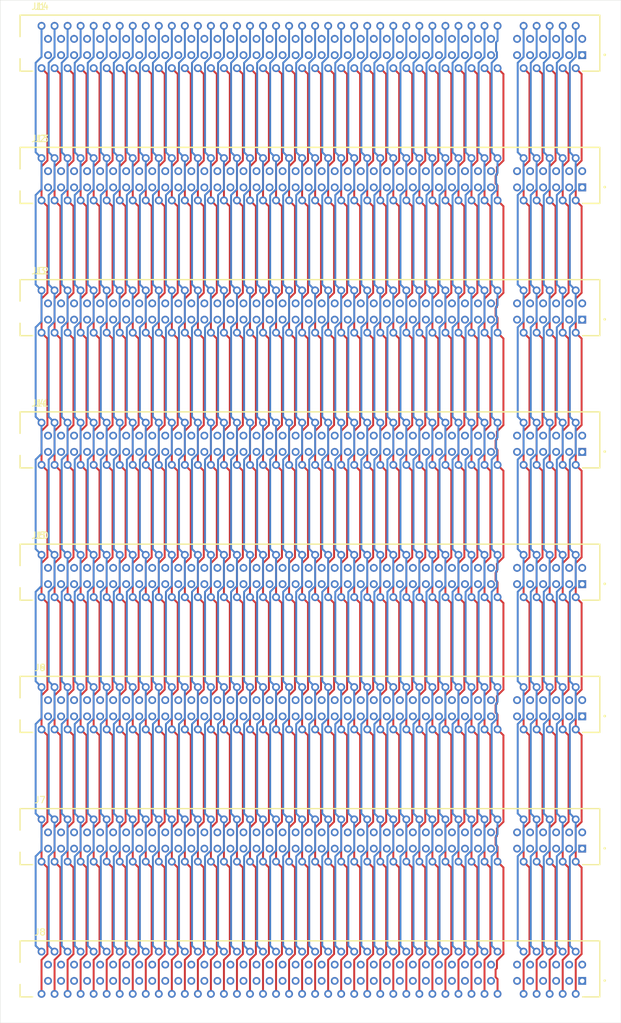
<source format=kicad_pcb>
(kicad_pcb (version 20240108) (generator "pcbnew") (generator_version "8.0")
  (layers (0 "F.Cu" signal) (1 "In1.Cu" signal) (2 "In2.Cu" signal) (31 "B.Cu" signal) (34 "B.Paste" user) (35 "F.Paste" user) (36 "B.SilkS" user "B.Silkscreen") (37 "F.SilkS" user "F.Silkscreen") (38 "B.Mask" user) (39 "F.Mask" user) (44 "Edge.Cuts" user))
  (net 0 "")
  (net 1 "A67")
  (net 2 "A74")
  (net 3 "A28")
  (net 4 "B49")
  (net 5 "B51")
  (net 6 "A36")
  (net 7 "B50")
  (net 8 "A49")
  (net 9 "B63")
  (net 10 "B45")
  (net 11 "A35")
  (net 12 "A76")
  (net 13 "B82")
  (net 14 "A17")
  (net 15 "A5")
  (net 16 "B40")
  (net 17 "A3")
  (net 18 "B24")
  (net 19 "A25")
  (net 20 "A81")
  (net 21 "A53")
  (net 22 "A21")
  (net 23 "B25")
  (net 24 "A41")
  (net 25 "A7")
  (net 26 "B17")
  (net 27 "A55")
  (net 28 "A58")
  (net 29 "B7")
  (net 30 "A48")
  (net 31 "A75")
  (net 32 "A73")
  (net 33 "A23")
  (net 34 "A61")
  (net 35 "B81")
  (net 36 "A34")
  (net 37 "A24")
  (net 38 "B22")
  (net 39 "B79")
  (net 40 "A32")
  (net 41 "A18")
  (net 42 "B29")
  (net 43 "B3")
  (net 44 "B43")
  (net 45 "A51")
  (net 46 "B20")
  (net 47 "A15")
  (net 48 "B38")
  (net 49 "B5")
  (net 50 "B10")
  (net 51 "B1")
  (net 52 "A26")
  (net 53 "B54")
  (net 54 "B74")
  (net 55 "B80")
  (net 56 "A52")
  (net 57 "B16")
  (net 58 "A2")
  (net 59 "A4")
  (net 60 "B58")
  (net 61 "B56")
  (net 62 "B23")
  (net 63 "A43")
  (net 64 "A63")
  (net 65 "A42")
  (net 66 "B61")
  (net 67 "A30")
  (net 68 "A66")
  (net 69 "A54")
  (net 70 "B18")
  (net 71 "B6")
  (net 72 "A13")
  (net 73 "A57")
  (net 74 "A39")
  (net 75 "A59")
  (net 76 "A29")
  (net 77 "A22")
  (net 78 "A31")
  (net 79 "A50")
  (net 80 "A70")
  (net 81 "B60")
  (net 82 "B53")
  (net 83 "B9")
  (net 84 "A14")
  (net 85 "B44")
  (net 86 "A38")
  (net 87 "A79")
  (net 88 "A80")
  (net 89 "B67")
  (net 90 "B70")
  (net 91 "B69")
  (net 92 "A11")
  (net 93 "A69")
  (net 94 "B76")
  (net 95 "B2")
  (net 96 "B48")
  (net 97 "A71")
  (net 98 "A46")
  (net 99 "B65")
  (net 100 "B31")
  (net 101 "B33")
  (net 102 "B8")
  (net 103 "B19")
  (net 104 "A77")
  (net 105 "A72")
  (net 106 "A10")
  (net 107 "B62")
  (net 108 "A9")
  (net 109 "A16")
  (net 110 "A64")
  (net 111 "B37")
  (net 112 "A8")
  (net 113 "A6")
  (net 114 "B26")
  (net 115 "A1")
  (net 116 "B11")
  (net 117 "B21")
  (net 118 "A65")
  (net 119 "B55")
  (net 120 "B41")
  (net 121 "B68")
  (net 122 "A47")
  (net 123 "B66")
  (net 124 "A27")
  (net 125 "A40")
  (net 126 "B14")
  (net 127 "B52")
  (net 128 "B42")
  (net 129 "B46")
  (net 130 "A78")
  (net 131 "B34")
  (net 132 "B59")
  (net 133 "B28")
  (net 134 "A45")
  (net 135 "B12")
  (net 136 "A20")
  (net 137 "B47")
  (net 138 "A82")
  (net 139 "A68")
  (net 140 "B73")
  (net 141 "B75")
  (net 142 "B71")
  (net 143 "B57")
  (net 144 "B78")
  (net 145 "A37")
  (net 146 "B77")
  (net 147 "B15")
  (net 148 "B32")
  (net 149 "B13")
  (net 150 "A12")
  (net 151 "B39")
  (net 152 "A44")
  (net 153 "B64")
  (net 154 "A19")
  (net 155 "B30")
  (net 156 "B27")
  (net 157 "A60")
  (net 158 "B72")
  (net 159 "B4")
  (net 160 "B35")
  (net 161 "A56")
  (net 162 "A33")
  (net 163 "B36")
  (net 164 "A62")
  (footprint "Library:SAMTEC_PCIE-164-02-F-D-TH-TR" (layer "F.Cu") (at 102.5 133.85)
    (property "Reference" "J9")
    (property "Value" "PCIE-164-02-F-D-TH-TR")
  )
  (footprint "Library:SAMTEC_PCIE-164-02-F-D-TH-TR" (layer "F.Cu") (at 102.5 113.53)
    (property "Reference" "J10")
    (property "Value" "PCIE-164-02-F-D-TH-TR")
  )
  (footprint "Library:SAMTEC_PCIE-164-02-F-D-TH-TR" (layer "F.Cu") (at 102.5 72.89)
    (property "Reference" "J3")
    (property "Value" "PCIE-164-02-F-D-TH-TR")
  )
  (footprint "Library:SAMTEC_PCIE-164-02-F-D-TH-TR" (layer "F.Cu") (at 102.5 52.57)
    (property "Reference" "J13")
    (property "Value" "PCIE-164-02-F-D-TH-TR")
  )
  (footprint "Library:SAMTEC_PCIE-164-02-F-D-TH-TR" (layer "F.Cu") (at 102.5 93.21)
    (property "Reference" "J4")
    (property "Value" "PCIE-164-02-F-D-TH-TR")
  )
  (footprint "Library:SAMTEC_PCIE-164-02-F-D-TH-TR" (layer "F.Cu") (at 102.5 52.57)
    (property "Reference" "J2")
    (property "Value" "PCIE-164-02-F-D-TH-TR")
  )
  (footprint "Library:SAMTEC_PCIE-164-02-F-D-TH-TR" (layer "F.Cu") (at 102.5 72.89)
    (property "Reference" "J12")
    (property "Value" "PCIE-164-02-F-D-TH-TR")
  )
  (footprint "Library:SAMTEC_PCIE-164-02-F-D-TH-TR" (layer "F.Cu") (at 102.5 113.53)
    (property "Reference" "J5")
    (property "Value" "PCIE-164-02-F-D-TH-TR")
  )
  (footprint "Library:SAMTEC_PCIE-164-02-F-D-TH-TR" (layer "F.Cu") (at 102.5 133.85)
    (property "Reference" "J6")
    (property "Value" "PCIE-164-02-F-D-TH-TR")
  )
  (footprint "Library:SAMTEC_PCIE-164-02-F-D-TH-TR" (layer "F.Cu") (at 102.5 174.49)
    (property "Reference" "J8")
    (property "Value" "PCIE-164-02-F-D-TH-TR")
  )
  (footprint "Library:SAMTEC_PCIE-164-02-F-D-TH-TR" (layer "F.Cu") (at 102.5 32.25)
    (property "Reference" "J14")
    (property "Value" "PCIE-164-02-F-D-TH-TR")
  )
  (footprint "Library:SAMTEC_PCIE-164-02-F-D-TH-TR" (layer "F.Cu") (at 102.5 32.25)
    (property "Reference" "J1")
    (property "Value" "PCIE-164-02-F-D-TH-TR")
  )
  (footprint "Library:SAMTEC_PCIE-164-02-F-D-TH-TR" (layer "F.Cu") (at 102.5 93.21)
    (property "Reference" "J11")
    (property "Value" "PCIE-164-02-F-D-TH-TR")
  )
  (footprint "Library:SAMTEC_PCIE-164-02-F-D-TH-TR" (layer "F.Cu") (at 102.5 154.17)
    (property "Reference" "J7")
    (property "Value" "PCIE-164-02-F-D-TH-TR")
  )
  (gr_rect (start 54.95 25.05) (end 150.25 182.2) (stroke (width 0.05)) (fill none) (layer "Edge.Cuts"))
  (segment (start 69.3 70.91845) (end 70.204 70.01445) (width 0.3) (layer "F.Cu") (net 2))
  (segment (start 70.204 56.724) (end 69.3 55.82) (width 0.3) (layer "F.Cu") (net 2))
  (segment (start 69.3 91.23845) (end 70.204 90.33445) (width 0.3) (layer "F.Cu") (net 2))
  (segment (start 69.3 137.1) (end 69.3 131.87845) (width 0.3) (layer "F.Cu") (net 2))
  (segment (start 69.3 76.14) (end 69.3 70.91845) (width 0.3) (layer "F.Cu") (net 2))
  (segment (start 70.204 110.65445) (end 70.204 97.364) (width 0.3) (layer "F.Cu") (net 2))
  (segment (start 70.204 130.97445) (end 70.204 117.684) (width 0.3) (layer "F.Cu") (net 2))
  (segment (start 70.204 49.69445) (end 70.204 36.404) (width 0.3) (layer "F.Cu") (net 2))
  (segment (start 69.3 131.87845) (end 70.204 130.97445) (width 0.3) (layer "F.Cu") (net 2))
  (segment (start 69.3 111.55845) (end 70.204 110.65445) (width 0.3) (layer "F.Cu") (net 2))
  (segment (start 69.3 177.74) (end 69.3 172.51845) (width 0.3) (layer "F.Cu") (net 2))
  (segment (start 69.3 172.51845) (end 70.204 171.61445) (width 0.3) (layer "F.Cu") (net 2))
  (segment (start 70.204 117.684) (end 69.3 116.78) (width 0.3) (layer "F.Cu") (net 2))
  (segment (start 70.204 77.044) (end 69.3 76.14) (width 0.3) (layer "F.Cu") (net 2))
  (segment (start 69.3 157.42) (end 69.3 152.19845) (width 0.3) (layer "F.Cu") (net 2))
  (segment (start 70.204 158.324) (end 69.3 157.42) (width 0.3) (layer "F.Cu") (net 2))
  (segment (start 70.204 36.404) (end 69.3 35.5) (width 0.3) (layer "F.Cu") (net 2))
  (segment (start 70.204 171.61445) (end 70.204 158.324) (width 0.3) (layer "F.Cu") (net 2))
  (segment (start 70.204 97.364) (end 69.3 96.46) (width 0.3) (layer "F.Cu") (net 2))
  (segment (start 70.204 151.29445) (end 70.204 138.004) (width 0.3) (layer "F.Cu") (net 2))
  (segment (start 69.3 50.59845) (end 70.204 49.69445) (width 0.3) (layer "F.Cu") (net 2))
  (segment (start 69.3 55.82) (end 69.3 50.59845) (width 0.3) (layer "F.Cu") (net 2))
  (segment (start 69.3 96.46) (end 69.3 91.23845) (width 0.3) (layer "F.Cu") (net 2))
  (segment (start 69.3 116.78) (end 69.3 111.55845) (width 0.3) (layer "F.Cu") (net 2))
  (segment (start 70.204 90.33445) (end 70.204 77.044) (width 0.3) (layer "F.Cu") (net 2))
  (segment (start 69.3 152.19845) (end 70.204 151.29445) (width 0.3) (layer "F.Cu") (net 2))
  (segment (start 70.204 138.004) (end 69.3 137.1) (width 0.3) (layer "F.Cu") (net 2))
  (segment (start 70.204 70.01445) (end 70.204 56.724) (width 0.3) (layer "F.Cu") (net 2))
  (segment (start 115.3 50.59845) (end 116.204 49.69445) (width 0.3) (layer "F.Cu") (net 3))
  (segment (start 116.204 130.97445) (end 116.204 117.684) (width 0.3) (layer "F.Cu") (net 3))
  (segment (start 116.204 77.044) (end 115.3 76.14) (width 0.3) (layer "F.Cu") (net 3))
  (segment (start 115.3 131.87845) (end 116.204 130.97445) (width 0.3) (layer "F.Cu") (net 3))
  (segment (start 116.204 97.364) (end 115.3 96.46) (width 0.3) (layer "F.Cu") (net 3))
  (segment (start 115.3 157.42) (end 115.3 152.19845) (width 0.3) (layer "F.Cu") (net 3))
  (segment (start 116.204 70.01445) (end 116.204 56.724) (width 0.3) (layer "F.Cu") (net 3))
  (segment (start 115.3 137.1) (end 115.3 131.87845) (width 0.3) (layer "F.Cu") (net 3))
  (segment (start 115.3 172.51845) (end 116.204 171.61445) (width 0.3) (layer "F.Cu") (net 3))
  (segment (start 116.204 36.404) (end 115.3 35.5) (width 0.3) (layer "F.Cu") (net 3))
  (segment (start 115.3 116.78) (end 115.3 111.55845) (width 0.3) (layer "F.Cu") (net 3))
  (segment (start 115.3 96.46) (end 115.3 91.23845) (width 0.3) (layer "F.Cu") (net 3))
  (segment (start 115.3 70.91845) (end 116.204 70.01445) (width 0.3) (layer "F.Cu") (net 3))
  (segment (start 115.3 55.82) (end 115.3 50.59845) (width 0.3) (layer "F.Cu") (net 3))
  (segment (start 115.3 91.23845) (end 116.204 90.33445) (width 0.3) (layer "F.Cu") (net 3))
  (segment (start 116.204 158.324) (end 115.3 157.42) (width 0.3) (layer "F.Cu") (net 3))
  (segment (start 116.204 110.65445) (end 116.204 97.364) (width 0.3) (layer "F.Cu") (net 3))
  (segment (start 115.3 152.19845) (end 116.204 151.29445) (width 0.3) (layer "F.Cu") (net 3))
  (segment (start 116.204 138.004) (end 115.3 137.1) (width 0.3) (layer "F.Cu") (net 3))
  (segment (start 116.204 117.684) (end 115.3 116.78) (width 0.3) (layer "F.Cu") (net 3))
  (segment (start 116.204 49.69445) (end 116.204 36.404) (width 0.3) (layer "F.Cu") (net 3))
  (segment (start 115.3 76.14) (end 115.3 70.91845) (width 0.3) (layer "F.Cu") (net 3))
  (segment (start 115.3 177.74) (end 115.3 172.51845) (width 0.3) (layer "F.Cu") (net 3))
  (segment (start 116.204 90.33445) (end 116.204 77.044) (width 0.3) (layer "F.Cu") (net 3))
  (segment (start 116.204 171.61445) (end 116.204 158.324) (width 0.3) (layer "F.Cu") (net 3))
  (segment (start 116.204 151.29445) (end 116.204 138.004) (width 0.3) (layer "F.Cu") (net 3))
  (segment (start 116.204 56.724) (end 115.3 55.82) (width 0.3) (layer "F.Cu") (net 3))
  (segment (start 115.3 111.55845) (end 116.204 110.65445) (width 0.3) (layer "F.Cu") (net 3))
  (segment (start 107.3 50.59845) (end 108.204 49.69445) (width 0.3) (layer "F.Cu") (net 6))
  (segment (start 108.204 77.044) (end 107.3 76.14) (width 0.3) (layer "F.Cu") (net 6))
  (segment (start 107.3 55.82) (end 107.3 50.59845) (width 0.3) (layer "F.Cu") (net 6))
  (segment (start 107.3 76.14) (end 107.3 70.91845) (width 0.3) (layer "F.Cu") (net 6))
  (segment (start 108.204 97.364) (end 107.3 96.46) (width 0.3) (layer "F.Cu") (net 6))
  (segment (start 107.3 116.78) (end 107.3 111.55845) (width 0.3) (layer "F.Cu") (net 6))
  (segment (start 107.3 137.1) (end 107.3 131.87845) (width 0.3) (layer "F.Cu") (net 6))
  (segment (start 107.3 111.55845) (end 108.204 110.65445) (width 0.3) (layer "F.Cu") (net 6))
  (segment (start 107.3 177.74) (end 107.3 172.51845) (width 0.3) (layer "F.Cu") (net 6))
  (segment (start 107.3 91.23845) (end 108.204 90.33445) (width 0.3) (layer "F.Cu") (net 6))
  (segment (start 107.3 152.19845) (end 108.204 151.29445) (width 0.3) (layer "F.Cu") (net 6))
  (segment (start 108.204 56.724) (end 107.3 55.82) (width 0.3) (layer "F.Cu") (net 6))
  (segment (start 107.3 96.46) (end 107.3 91.23845) (width 0.3) (layer "F.Cu") (net 6))
  (segment (start 108.204 70.01445) (end 108.204 56.724) (width 0.3) (layer "F.Cu") (net 6))
  (segment (start 107.3 131.87845) (end 108.204 130.97445) (width 0.3) (layer "F.Cu") (net 6))
  (segment (start 108.204 110.65445) (end 108.204 97.364) (width 0.3) (layer "F.Cu") (net 6))
  (segment (start 107.3 172.51845) (end 108.204 171.61445) (width 0.3) (layer "F.Cu") (net 6))
  (segment (start 108.204 117.684) (end 107.3 116.78) (width 0.3) (layer "F.Cu") (net 6))
  (segment (start 108.204 171.61445) (end 108.204 158.324) (width 0.3) (layer "F.Cu") (net 6))
  (segment (start 107.3 157.42) (end 107.3 152.19845) (width 0.3) (layer "F.Cu") (net 6))
  (segment (start 108.204 158.324) (end 107.3 157.42) (width 0.3) (layer "F.Cu") (net 6))
  (segment (start 108.204 49.69445) (end 108.204 36.404) (width 0.3) (layer "F.Cu") (net 6))
  (segment (start 108.204 130.97445) (end 108.204 117.684) (width 0.3) (layer "F.Cu") (net 6))
  (segment (start 108.204 36.404) (end 107.3 35.5) (width 0.3) (layer "F.Cu") (net 6))
  (segment (start 108.204 151.29445) (end 108.204 138.004) (width 0.3) (layer "F.Cu") (net 6))
  (segment (start 108.204 138.004) (end 107.3 137.1) (width 0.3) (layer "F.Cu") (net 6))
  (segment (start 107.3 70.91845) (end 108.204 70.01445) (width 0.3) (layer "F.Cu") (net 6))
  (segment (start 108.204 90.33445) (end 108.204 77.044) (width 0.3) (layer "F.Cu") (net 6))
  (segment (start 92.396 68.736) (end 92.396 55.00245) (width 0.3) (layer "B.Cu") (net 7))
  (segment (start 93.3 115.05845) (end 93.3 110.28) (width 0.3) (layer "B.Cu") (net 7))
  (segment (start 93.3 49.32) (end 92.396 48.416) (width 0.3) (layer "B.Cu") (net 7))
  (segment (start 93.3 94.73845) (end 93.3 89.96) (width 0.3) (layer "B.Cu") (net 7))
  (segment (start 92.396 34.68245) (end 93.3 33.77845) (width 0.3) (layer "B.Cu") (net 7))
  (segment (start 93.3 150.92) (end 92.396 150.016) (width 0.3) (layer "B.Cu") (net 7))
  (segment (start 93.3 155.69845) (end 93.3 150.92) (width 0.3) (layer "B.Cu") (net 7))
  (segment (start 92.396 95.64245) (end 93.3 94.73845) (width 0.3) (layer "B.Cu") (net 7))
  (segment (start 92.396 109.376) (end 92.396 95.64245) (width 0.3) (layer "B.Cu") (net 7))
  (segment (start 93.3 130.6) (end 92.396 129.696) (width 0.3) (layer "B.Cu") (net 7))
  (segment (start 92.396 129.696) (end 92.396 115.96245) (width 0.3) (layer "B.Cu") (net 7))
  (segment (start 92.396 150.016) (end 92.396 136.28245) (width 0.3) (layer "B.Cu") (net 7))
  (segment (start 93.3 171.24) (end 92.396 170.336) (width 0.3) (layer "B.Cu") (net 7))
  (segment (start 93.3 89.96) (end 92.396 89.056) (width 0.3) (layer "B.Cu") (net 7))
  (segment (start 92.396 55.00245) (end 93.3 54.09845) (width 0.3) (layer "B.Cu") (net 7))
  (segment (start 93.3 33.77845) (end 93.3 29) (width 0.3) (layer "B.Cu") (net 7))
  (segment (start 93.3 135.37845) (end 93.3 130.6) (width 0.3) (layer "B.Cu") (net 7))
  (segment (start 93.3 74.41845) (end 93.3 69.64) (width 0.3) (layer "B.Cu") (net 7))
  (segment (start 92.396 170.336) (end 92.396 156.60245) (width 0.3) (layer "B.Cu") (net 7))
  (segment (start 93.3 110.28) (end 92.396 109.376) (width 0.3) (layer "B.Cu") (net 7))
  (segment (start 92.396 156.60245) (end 93.3 155.69845) (width 0.3) (layer "B.Cu") (net 7))
  (segment (start 92.396 48.416) (end 92.396 34.68245) (width 0.3) (layer "B.Cu") (net 7))
  (segment (start 92.396 136.28245) (end 93.3 135.37845) (width 0.3) (layer "B.Cu") (net 7))
  (segment (start 93.3 54.09845) (end 93.3 49.32) (width 0.3) (layer "B.Cu") (net 7))
  (segment (start 93.3 69.64) (end 92.396 68.736) (width 0.3) (layer "B.Cu") (net 7))
  (segment (start 92.396 89.056) (end 92.396 75.32245) (width 0.3) (layer "B.Cu") (net 7))
  (segment (start 92.396 115.96245) (end 93.3 115.05845) (width 0.3) (layer "B.Cu") (net 7))
  (segment (start 92.396 75.32245) (end 93.3 74.41845) (width 0.3) (layer "B.Cu") (net 7))
  (segment (start 67.3 177.74) (end 67.3 172.51845) (width 0.3) (layer "F.Cu") (net 12))
  (segment (start 68.204 97.364) (end 67.3 96.46) (width 0.3) (layer "F.Cu") (net 12))
  (segment (start 68.204 36.404) (end 67.3 35.5) (width 0.3) (layer "F.Cu") (net 12))
  (segment (start 67.3 157.42) (end 67.3 152.19845) (width 0.3) (layer "F.Cu") (net 12))
  (segment (start 68.204 77.044) (end 67.3 76.14) (width 0.3) (layer "F.Cu") (net 12))
  (segment (start 68.204 158.324) (end 67.3 157.42) (width 0.3) (layer "F.Cu") (net 12))
  (segment (start 68.204 49.69445) (end 68.204 36.404) (width 0.3) (layer "F.Cu") (net 12))
  (segment (start 68.204 70.01445) (end 68.204 56.724) (width 0.3) (layer "F.Cu") (net 12))
  (segment (start 68.204 110.65445) (end 68.204 97.364) (width 0.3) (layer "F.Cu") (net 12))
  (segment (start 67.3 152.19845) (end 68.204 151.29445) (width 0.3) (layer "F.Cu") (net 12))
  (segment (start 67.3 50.59845) (end 68.204 49.69445) (width 0.3) (layer "F.Cu") (net 12))
  (segment (start 67.3 131.87845) (end 68.204 130.97445) (width 0.3) (layer "F.Cu") (net 12))
  (segment (start 68.204 56.724) (end 67.3 55.82) (width 0.3) (layer "F.Cu") (net 12))
  (segment (start 67.3 70.91845) (end 68.204 70.01445) (width 0.3) (layer "F.Cu") (net 12))
  (segment (start 67.3 172.51845) (end 68.204 171.61445) (width 0.3) (layer "F.Cu") (net 12))
  (segment (start 68.204 117.684) (end 67.3 116.78) (width 0.3) (layer "F.Cu") (net 12))
  (segment (start 67.3 96.46) (end 67.3 91.23845) (width 0.3) (layer "F.Cu") (net 12))
  (segment (start 68.204 138.004) (end 67.3 137.1) (width 0.3) (layer "F.Cu") (net 12))
  (segment (start 67.3 111.55845) (end 68.204 110.65445) (width 0.3) (layer "F.Cu") (net 12))
  (segment (start 68.204 151.29445) (end 68.204 138.004) (width 0.3) (layer "F.Cu") (net 12))
  (segment (start 67.3 91.23845) (end 68.204 90.33445) (width 0.3) (layer "F.Cu") (net 12))
  (segment (start 68.204 171.61445) (end 68.204 158.324) (width 0.3) (layer "F.Cu") (net 12))
  (segment (start 68.204 130.97445) (end 68.204 117.684) (width 0.3) (layer "F.Cu") (net 12))
  (segment (start 67.3 137.1) (end 67.3 131.87845) (width 0.3) (layer "F.Cu") (net 12))
  (segment (start 67.3 116.78) (end 67.3 111.55845) (width 0.3) (layer "F.Cu") (net 12))
  (segment (start 67.3 76.14) (end 67.3 70.91845) (width 0.3) (layer "F.Cu") (net 12))
  (segment (start 68.204 90.33445) (end 68.204 77.044) (width 0.3) (layer "F.Cu") (net 12))
  (segment (start 67.3 55.82) (end 67.3 50.59845) (width 0.3) (layer "F.Cu") (net 12))
  (segment (start 61.3 54.09845) (end 61.3 49.32) (width 0.3) (layer "B.Cu") (net 13))
  (segment (start 60.396 115.96245) (end 61.3 115.05845) (width 0.3) (layer "B.Cu") (net 13))
  (segment (start 60.396 34.68245) (end 61.3 33.77845) (width 0.3) (layer "B.Cu") (net 13))
  (segment (start 61.3 94.73845) (end 61.3 89.96) (width 0.3) (layer "B.Cu") (net 13))
  (segment (start 61.3 130.6) (end 60.396 129.696) (width 0.3) (layer "B.Cu") (net 13))
  (segment (start 60.396 48.416) (end 60.396 34.68245) (width 0.3) (layer "B.Cu") (net 13))
  (segment (start 61.3 89.96) (end 60.396 89.056) (width 0.3) (layer "B.Cu") (net 13))
  (segment (start 61.3 135.37845) (end 61.3 130.6) (width 0.3) (layer "B.Cu") (net 13))
  (segment (start 61.3 150.92) (end 60.396 150.016) (width 0.3) (layer "B.Cu") (net 13))
  (segment (start 60.396 136.28245) (end 61.3 135.37845) (width 0.3) (layer "B.Cu") (net 13))
  (segment (start 61.3 74.41845) (end 61.3 69.64) (width 0.3) (layer "B.Cu") (net 13))
  (segment (start 61.3 33.77845) (end 61.3 29) (width 0.3) (layer "B.Cu") (net 13))
  (segment (start 60.396 156.60245) (end 61.3 155.69845) (width 0.3) (layer "B.Cu") (net 13))
  (segment (start 61.3 171.24) (end 60.396 170.336) (width 0.3) (layer "B.Cu") (net 13))
  (segment (start 60.396 95.64245) (end 61.3 94.73845) (width 0.3) (layer "B.Cu") (net 13))
  (segment (start 61.3 69.64) (end 60.396 68.736) (width 0.3) (layer "B.Cu") (net 13))
  (segment (start 60.396 75.32245) (end 61.3 74.41845) (width 0.3) (layer "B.Cu") (net 13))
  (segment (start 61.3 110.28) (end 60.396 109.376) (width 0.3) (layer "B.Cu") (net 13))
  (segment (start 60.396 89.056) (end 60.396 75.32245) (width 0.3) (layer "B.Cu") (net 13))
  (segment (start 60.396 170.336) (end 60.396 156.60245) (width 0.3) (layer "B.Cu") (net 13))
  (segment (start 60.396 68.736) (end 60.396 55.00245) (width 0.3) (layer "B.Cu") (net 13))
  (segment (start 61.3 49.32) (end 60.396 48.416) (width 0.3) (layer "B.Cu") (net 13))
  (segment (start 60.396 55.00245) (end 61.3 54.09845) (width 0.3) (layer "B.Cu") (net 13))
  (segment (start 60.396 129.696) (end 60.396 115.96245) (width 0.3) (layer "B.Cu") (net 13))
  (segment (start 60.396 109.376) (end 60.396 95.64245) (width 0.3) (layer "B.Cu") (net 13))
  (segment (start 61.3 115.05845) (end 61.3 110.28) (width 0.3) (layer "B.Cu") (net 13))
  (segment (start 60.396 150.016) (end 60.396 136.28245) (width 0.3) (layer "B.Cu") (net 13))
  (segment (start 61.3 155.69845) (end 61.3 150.92) (width 0.3) (layer "B.Cu") (net 13))
  (segment (start 102.396 156.60245) (end 103.3 155.69845) (width 0.3) (layer "B.Cu") (net 16))
  (segment (start 103.3 74.41845) (end 103.3 69.64) (width 0.3) (layer "B.Cu") (net 16))
  (segment (start 102.396 136.28245) (end 103.3 135.37845) (width 0.3) (layer "B.Cu") (net 16))
  (segment (start 102.396 129.696) (end 102.396 115.96245) (width 0.3) (layer "B.Cu") (net 16))
  (segment (start 102.396 95.64245) (end 103.3 94.73845) (width 0.3) (layer "B.Cu") (net 16))
  (segment (start 102.396 115.96245) (end 103.3 115.05845) (width 0.3) (layer "B.Cu") (net 16))
  (segment (start 103.3 94.73845) (end 103.3 89.96) (width 0.3) (layer "B.Cu") (net 16))
  (segment (start 102.396 150.016) (end 102.396 136.28245) (width 0.3) (layer "B.Cu") (net 16))
  (segment (start 103.3 110.28) (end 102.396 109.376) (width 0.3) (layer "B.Cu") (net 16))
  (segment (start 102.396 34.68245) (end 103.3 33.77845) (width 0.3) (layer "B.Cu") (net 16))
  (segment (start 103.3 69.64) (end 102.396 68.736) (width 0.3) (layer "B.Cu") (net 16))
  (segment (start 103.3 89.96) (end 102.396 89.056) (width 0.3) (layer "B.Cu") (net 16))
  (segment (start 103.3 135.37845) (end 103.3 130.6) (width 0.3) (layer "B.Cu") (net 16))
  (segment (start 102.396 170.336) (end 102.396 156.60245) (width 0.3) (layer "B.Cu") (net 16))
  (segment (start 103.3 54.09845) (end 103.3 49.32) (width 0.3) (layer "B.Cu") (net 16))
  (segment (start 102.396 68.736) (end 102.396 55.00245) (width 0.3) (layer "B.Cu") (net 16))
  (segment (start 103.3 49.32) (end 102.396 48.416) (width 0.3) (layer "B.Cu") (net 16))
  (segment (start 103.3 130.6) (end 102.396 129.696) (width 0.3) (layer "B.Cu") (net 16))
  (segment (start 102.396 89.056) (end 102.396 75.32245) (width 0.3) (layer "B.Cu") (net 16))
  (segment (start 102.396 75.32245) (end 103.3 74.41845) (width 0.3) (layer "B.Cu") (net 16))
  (segment (start 103.3 150.92) (end 102.396 150.016) (width 0.3) (layer "B.Cu") (net 16))
  (segment (start 103.3 155.69845) (end 103.3 150.92) (width 0.3) (layer "B.Cu") (net 16))
  (segment (start 103.3 171.24) (end 102.396 170.336) (width 0.3) (layer "B.Cu") (net 16))
  (segment (start 102.396 55.00245) (end 103.3 54.09845) (width 0.3) (layer "B.Cu") (net 16))
  (segment (start 103.3 115.05845) (end 103.3 110.28) (width 0.3) (layer "B.Cu") (net 16))
  (segment (start 102.396 109.376) (end 102.396 95.64245) (width 0.3) (layer "B.Cu") (net 16))
  (segment (start 102.396 48.416) (end 102.396 34.68245) (width 0.3) (layer "B.Cu") (net 16))
  (segment (start 103.3 33.77845) (end 103.3 29) (width 0.3) (layer "B.Cu") (net 16))
  (segment (start 118.396 170.336) (end 118.396 156.60245) (width 0.3) (layer "B.Cu") (net 18))
  (segment (start 118.396 48.416) (end 118.396 34.68245) (width 0.3) (layer "B.Cu") (net 18))
  (segment (start 118.396 109.376) (end 118.396 95.64245) (width 0.3) (layer "B.Cu") (net 18))
  (segment (start 119.3 33.77845) (end 119.3 29) (width 0.3) (layer "B.Cu") (net 18))
  (segment (start 119.3 74.41845) (end 119.3 69.64) (width 0.3) (layer "B.Cu") (net 18))
  (segment (start 118.396 89.056) (end 118.396 75.32245) (width 0.3) (layer "B.Cu") (net 18))
  (segment (start 119.3 135.37845) (end 119.3 130.6) (width 0.3) (layer "B.Cu") (net 18))
  (segment (start 118.396 150.016) (end 118.396 136.28245) (width 0.3) (layer "B.Cu") (net 18))
  (segment (start 118.396 115.96245) (end 119.3 115.05845) (width 0.3) (layer "B.Cu") (net 18))
  (segment (start 119.3 69.64) (end 118.396 68.736) (width 0.3) (layer "B.Cu") (net 18))
  (segment (start 119.3 155.69845) (end 119.3 150.92) (width 0.3) (layer "B.Cu") (net 18))
  (segment (start 119.3 54.09845) (end 119.3 49.32) (width 0.3) (layer "B.Cu") (net 18))
  (segment (start 119.3 171.24) (end 118.396 170.336) (width 0.3) (layer "B.Cu") (net 18))
  (segment (start 119.3 110.28) (end 118.396 109.376) (width 0.3) (layer "B.Cu") (net 18))
  (segment (start 119.3 89.96) (end 118.396 89.056) (width 0.3) (layer "B.Cu") (net 18))
  (segment (start 118.396 75.32245) (end 119.3 74.41845) (width 0.3) (layer "B.Cu") (net 18))
  (segment (start 118.396 34.68245) (end 119.3 33.77845) (width 0.3) (layer "B.Cu") (net 18))
  (segment (start 118.396 68.736) (end 118.396 55.00245) (width 0.3) (layer "B.Cu") (net 18))
  (segment (start 119.3 150.92) (end 118.396 150.016) (width 0.3) (layer "B.Cu") (net 18))
  (segment (start 119.3 130.6) (end 118.396 129.696) (width 0.3) (layer "B.Cu") (net 18))
  (segment (start 118.396 156.60245) (end 119.3 155.69845) (width 0.3) (layer "B.Cu") (net 18))
  (segment (start 118.396 136.28245) (end 119.3 135.37845) (width 0.3) (layer "B.Cu") (net 18))
  (segment (start 119.3 115.05845) (end 119.3 110.28) (width 0.3) (layer "B.Cu") (net 18))
  (segment (start 118.396 129.696) (end 118.396 115.96245) (width 0.3) (layer "B.Cu") (net 18))
  (segment (start 119.3 94.73845) (end 119.3 89.96) (width 0.3) (layer "B.Cu") (net 18))
  (segment (start 118.396 95.64245) (end 119.3 94.73845) (width 0.3) (layer "B.Cu") (net 18))
  (segment (start 119.3 49.32) (end 118.396 48.416) (width 0.3) (layer "B.Cu") (net 18))
  (segment (start 118.396 55.00245) (end 119.3 54.09845) (width 0.3) (layer "B.Cu") (net 18))
  (segment (start 86.204 117.684) (end 85.3 116.78) (width 0.3) (layer "F.Cu") (net 28))
  (segment (start 86.204 49.69445) (end 86.204 36.404) (width 0.3) (layer "F.Cu") (net 28))
  (segment (start 85.3 76.14) (end 85.3 70.91845) (width 0.3) (layer "F.Cu") (net 28))
  (segment (start 85.3 91.23845) (end 86.204 90.33445) (width 0.3) (layer "F.Cu") (net 28))
  (segment (start 85.3 137.1) (end 85.3 131.87845) (width 0.3) (layer "F.Cu") (net 28))
  (segment (start 85.3 70.91845) (end 86.204 70.01445) (width 0.3) (layer "F.Cu") (net 28))
  (segment (start 86.204 97.364) (end 85.3 96.46) (width 0.3) (layer "F.Cu") (net 28))
  (segment (start 86.204 158.324) (end 85.3 157.42) (width 0.3) (layer "F.Cu") (net 28))
  (segment (start 86.204 56.724) (end 85.3 55.82) (width 0.3) (layer "F.Cu") (net 28))
  (segment (start 85.3 131.87845) (end 86.204 130.97445) (width 0.3) (layer "F.Cu") (net 28))
  (segment (start 85.3 172.51845) (end 86.204 171.61445) (width 0.3) (layer "F.Cu") (net 28))
  (segment (start 85.3 157.42) (end 85.3 152.19845) (width 0.3) (layer "F.Cu") (net 28))
  (segment (start 86.204 110.65445) (end 86.204 97.364) (width 0.3) (layer "F.Cu") (net 28))
  (segment (start 86.204 36.404) (end 85.3 35.5) (width 0.3) (layer "F.Cu") (net 28))
  (segment (start 86.204 130.97445) (end 86.204 117.684) (width 0.3) (layer "F.Cu") (net 28))
  (segment (start 86.204 171.61445) (end 86.204 158.324) (width 0.3) (layer "F.Cu") (net 28))
  (segment (start 86.204 90.33445) (end 86.204 77.044) (width 0.3) (layer "F.Cu") (net 28))
  (segment (start 85.3 50.59845) (end 86.204 49.69445) (width 0.3) (layer "F.Cu") (net 28))
  (segment (start 86.204 77.044) (end 85.3 76.14) (width 0.3) (layer "F.Cu") (net 28))
  (segment (start 85.3 177.74) (end 85.3 172.51845) (width 0.3) (layer "F.Cu") (net 28))
  (segment (start 85.3 55.82) (end 85.3 50.59845) (width 0.3) (layer "F.Cu") (net 28))
  (segment (start 86.204 138.004) (end 85.3 137.1) (width 0.3) (layer "F.Cu") (net 28))
  (segment (start 85.3 116.78) (end 85.3 111.55845) (width 0.3) (layer "F.Cu") (net 28))
  (segment (start 85.3 152.19845) (end 86.204 151.29445) (width 0.3) (layer "F.Cu") (net 28))
  (segment (start 86.204 151.29445) (end 86.204 138.004) (width 0.3) (layer "F.Cu") (net 28))
  (segment (start 85.3 111.55845) (end 86.204 110.65445) (width 0.3) (layer "F.Cu") (net 28))
  (segment (start 86.204 70.01445) (end 86.204 56.724) (width 0.3) (layer "F.Cu") (net 28))
  (segment (start 85.3 96.46) (end 85.3 91.23845) (width 0.3) (layer "F.Cu") (net 28))
  (segment (start 95.3 50.59845) (end 96.204 49.69445) (width 0.3) (layer "F.Cu") (net 30))
  (segment (start 96.204 110.65445) (end 96.204 97.364) (width 0.3) (layer "F.Cu") (net 30))
  (segment (start 96.204 158.324) (end 95.3 157.42) (width 0.3) (layer "F.Cu") (net 30))
  (segment (start 96.204 171.61445) (end 96.204 158.324) (width 0.3) (layer "F.Cu") (net 30))
  (segment (start 95.3 177.74) (end 95.3 172.51845) (width 0.3) (layer "F.Cu") (net 30))
  (segment (start 95.3 70.91845) (end 96.204 70.01445) (width 0.3) (layer "F.Cu") (net 30))
  (segment (start 95.3 76.14) (end 95.3 70.91845) (width 0.3) (layer "F.Cu") (net 30))
  (segment (start 95.3 91.23845) (end 96.204 90.33445) (width 0.3) (layer "F.Cu") (net 30))
  (segment (start 96.204 117.684) (end 95.3 116.78) (width 0.3) (layer "F.Cu") (net 30))
  (segment (start 96.204 56.724) (end 95.3 55.82) (width 0.3) (layer "F.Cu") (net 30))
  (segment (start 96.204 130.97445) (end 96.204 117.684) (width 0.3) (layer "F.Cu") (net 30))
  (segment (start 96.204 90.33445) (end 96.204 77.044) (width 0.3) (layer "F.Cu") (net 30))
  (segment (start 96.204 77.044) (end 95.3 76.14) (width 0.3) (layer "F.Cu") (net 30))
  (segment (start 96.204 70.01445) (end 96.204 56.724) (width 0.3) (layer "F.Cu") (net 30))
  (segment (start 95.3 157.42) (end 95.3 152.19845) (width 0.3) (layer "F.Cu") (net 30))
  (segment (start 95.3 152.19845) (end 96.204 151.29445) (width 0.3) (layer "F.Cu") (net 30))
  (segment (start 96.204 49.69445) (end 96.204 36.404) (width 0.3) (layer "F.Cu") (net 30))
  (segment (start 96.204 151.29445) (end 96.204 138.004) (width 0.3) (layer "F.Cu") (net 30))
  (segment (start 95.3 131.87845) (end 96.204 130.97445) (width 0.3) (layer "F.Cu") (net 30))
  (segment (start 95.3 116.78) (end 95.3 111.55845) (width 0.3) (layer "F.Cu") (net 30))
  (segment (start 95.3 111.55845) (end 96.204 110.65445) (width 0.3) (layer "F.Cu") (net 30))
  (segment (start 96.204 97.364) (end 95.3 96.46) (width 0.3) (layer "F.Cu") (net 30))
  (segment (start 95.3 55.82) (end 95.3 50.59845) (width 0.3) (layer "F.Cu") (net 30))
  (segment (start 95.3 96.46) (end 95.3 91.23845) (width 0.3) (layer "F.Cu") (net 30))
  (segment (start 95.3 137.1) (end 95.3 131.87845) (width 0.3) (layer "F.Cu") (net 30))
  (segment (start 95.3 172.51845) (end 96.204 171.61445) (width 0.3) (layer "F.Cu") (net 30))
  (segment (start 96.204 138.004) (end 95.3 137.1) (width 0.3) (layer "F.Cu") (net 30))
  (segment (start 96.204 36.404) (end 95.3 35.5) (width 0.3) (layer "F.Cu") (net 30))
  (segment (start 109.3 157.42) (end 109.3 152.19845) (width 0.3) (layer "F.Cu") (net 36))
  (segment (start 110.204 56.724) (end 109.3 55.82) (width 0.3) (layer "F.Cu") (net 36))
  (segment (start 110.204 138.004) (end 109.3 137.1) (width 0.3) (layer "F.Cu") (net 36))
  (segment (start 109.3 116.78) (end 109.3 111.55845) (width 0.3) (layer "F.Cu") (net 36))
  (segment (start 110.204 90.33445) (end 110.204 77.044) (width 0.3) (layer "F.Cu") (net 36))
  (segment (start 110.204 36.404) (end 109.3 35.5) (width 0.3) (layer "F.Cu") (net 36))
  (segment (start 109.3 131.87845) (end 110.204 130.97445) (width 0.3) (layer "F.Cu") (net 36))
  (segment (start 110.204 97.364) (end 109.3 96.46) (width 0.3) (layer "F.Cu") (net 36))
  (segment (start 109.3 137.1) (end 109.3 131.87845) (width 0.3) (layer "F.Cu") (net 36))
  (segment (start 109.3 177.74) (end 109.3 172.51845) (width 0.3) (layer "F.Cu") (net 36))
  (segment (start 109.3 91.23845) (end 110.204 90.33445) (width 0.3) (layer "F.Cu") (net 36))
  (segment (start 109.3 76.14) (end 109.3 70.91845) (width 0.3) (layer "F.Cu") (net 36))
  (segment (start 110.204 70.01445) (end 110.204 56.724) (width 0.3) (layer "F.Cu") (net 36))
  (segment (start 110.204 49.69445) (end 110.204 36.404) (width 0.3) (layer "F.Cu") (net 36))
  (segment (start 109.3 172.51845) (end 110.204 171.61445) (width 0.3) (layer "F.Cu") (net 36))
  (segment (start 110.204 110.65445) (end 110.204 97.364) (width 0.3) (layer "F.Cu") (net 36))
  (segment (start 110.204 77.044) (end 109.3 76.14) (width 0.3) (layer "F.Cu") (net 36))
  (segment (start 109.3 152.19845) (end 110.204 151.29445) (width 0.3) (layer "F.Cu") (net 36))
  (segment (start 110.204 158.324) (end 109.3 157.42) (width 0.3) (layer "F.Cu") (net 36))
  (segment (start 110.204 130.97445) (end 110.204 117.684) (width 0.3) (layer "F.Cu") (net 36))
  (segment (start 110.204 151.29445) (end 110.204 138.004) (width 0.3) (layer "F.Cu") (net 36))
  (segment (start 109.3 70.91845) (end 110.204 70.01445) (width 0.3) (layer "F.Cu") (net 36))
  (segment (start 109.3 55.82) (end 109.3 50.59845) (width 0.3) (layer "F.Cu") (net 36))
  (segment (start 109.3 50.59845) (end 110.204 49.69445) (width 0.3) (layer "F.Cu") (net 36))
  (segment (start 110.204 171.61445) (end 110.204 158.324) (width 0.3) (layer "F.Cu") (net 36))
  (segment (start 109.3 96.46) (end 109.3 91.23845) (width 0.3) (layer "F.Cu") (net 36))
  (segment (start 110.204 117.684) (end 109.3 116.78) (width 0.3) (layer "F.Cu") (net 36))
  (segment (start 109.3 111.55845) (end 110.204 110.65445) (width 0.3) (layer "F.Cu") (net 36))
  (segment (start 120.204 117.684) (end 119.3 116.78) (width 0.3) (layer "F.Cu") (net 37))
  (segment (start 120.204 36.404) (end 119.3 35.5) (width 0.3) (layer "F.Cu") (net 37))
  (segment (start 120.204 70.01445) (end 120.204 56.724) (width 0.3) (layer "F.Cu") (net 37))
  (segment (start 120.204 97.364) (end 119.3 96.46) (width 0.3) (layer "F.Cu") (net 37))
  (segment (start 120.204 56.724) (end 119.3 55.82) (width 0.3) (layer "F.Cu") (net 37))
  (segment (start 120.204 77.044) (end 119.3 76.14) (width 0.3) (layer "F.Cu") (net 37))
  (segment (start 120.204 110.65445) (end 120.204 97.364) (width 0.3) (layer "F.Cu") (net 37))
  (segment (start 120.204 49.69445) (end 120.204 36.404) (width 0.3) (layer "F.Cu") (net 37))
  (segment (start 120.204 158.324) (end 119.3 157.42) (width 0.3) (layer "F.Cu") (net 37))
  (segment (start 119.3 157.42) (end 119.3 152.19845) (width 0.3) (layer "F.Cu") (net 37))
  (segment (start 120.204 171.61445) (end 120.204 158.324) (width 0.3) (layer "F.Cu") (net 37))
  (segment (start 119.3 137.1) (end 119.3 131.87845) (width 0.3) (layer "F.Cu") (net 37))
  (segment (start 119.3 76.14) (end 119.3 70.91845) (width 0.3) (layer "F.Cu") (net 37))
  (segment (start 119.3 96.46) (end 119.3 91.23845) (width 0.3) (layer "F.Cu") (net 37))
  (segment (start 119.3 152.19845) (end 120.204 151.29445) (width 0.3) (layer "F.Cu") (net 37))
  (segment (start 120.204 151.29445) (end 120.204 138.004) (width 0.3) (layer "F.Cu") (net 37))
  (segment (start 119.3 50.59845) (end 120.204 49.69445) (width 0.3) (layer "F.Cu") (net 37))
  (segment (start 120.204 138.004) (end 119.3 137.1) (width 0.3) (layer "F.Cu") (net 37))
  (segment (start 119.3 177.74) (end 119.3 172.51845) (width 0.3) (layer "F.Cu") (net 37))
  (segment (start 119.3 131.87845) (end 120.204 130.97445) (width 0.3) (layer "F.Cu") (net 37))
  (segment (start 119.3 55.82) (end 119.3 50.59845) (width 0.3) (layer "F.Cu") (net 37))
  (segment (start 119.3 91.23845) (end 120.204 90.33445) (width 0.3) (layer "F.Cu") (net 37))
  (segment (start 119.3 111.55845) (end 120.204 110.65445) (width 0.3) (layer "F.Cu") (net 37))
  (segment (start 119.3 116.78) (end 119.3 111.55845) (width 0.3) (layer "F.Cu") (net 37))
  (segment (start 120.204 90.33445) (end 120.204 77.044) (width 0.3) (layer "F.Cu") (net 37))
  (segment (start 119.3 172.51845) (end 120.204 171.61445) (width 0.3) (layer "F.Cu") (net 37))
  (segment (start 119.3 70.91845) (end 120.204 70.01445) (width 0.3) (layer "F.Cu") (net 37))
  (segment (start 120.204 130.97445) (end 120.204 117.684) (width 0.3) (layer "F.Cu") (net 37))
  (segment (start 120.396 95.64245) (end 121.3 94.73845) (width 0.3) (layer "B.Cu") (net 38))
  (segment (start 120.396 136.28245) (end 121.3 135.37845) (width 0.3) (layer "B.Cu") (net 38))
  (segment (start 120.396 170.336) (end 120.396 156.60245) (width 0.3) (layer "B.Cu") (net 38))
  (segment (start 121.3 49.32) (end 120.396 48.416) (width 0.3) (layer "B.Cu") (net 38))
  (segment (start 120.396 68.736) (end 120.396 55.00245) (width 0.3) (layer "B.Cu") (net 38))
  (segment (start 120.396 109.376) (end 120.396 95.64245) (width 0.3) (layer "B.Cu") (net 38))
  (segment (start 121.3 33.77845) (end 121.3 29) (width 0.3) (layer "B.Cu") (net 38))
  (segment (start 121.3 135.37845) (end 121.3 130.6) (width 0.3) (layer "B.Cu") (net 38))
  (segment (start 121.3 130.6) (end 120.396 129.696) (width 0.3) (layer "B.Cu") (net 38))
  (segment (start 120.396 34.68245) (end 121.3 33.77845) (width 0.3) (layer "B.Cu") (net 38))
  (segment (start 121.3 115.05845) (end 121.3 110.28) (width 0.3) (layer "B.Cu") (net 38))
  (segment (start 120.396 75.32245) (end 121.3 74.41845) (width 0.3) (layer "B.Cu") (net 38))
  (segment (start 120.396 89.056) (end 120.396 75.32245) (width 0.3) (layer "B.Cu") (net 38))
  (segment (start 121.3 150.92) (end 120.396 150.016) (width 0.3) (layer "B.Cu") (net 38))
  (segment (start 120.396 55.00245) (end 121.3 54.09845) (width 0.3) (layer "B.Cu") (net 38))
  (segment (start 120.396 48.416) (end 120.396 34.68245) (width 0.3) (layer "B.Cu") (net 38))
  (segment (start 120.396 115.96245) (end 121.3 115.05845) (width 0.3) (layer "B.Cu") (net 38))
  (segment (start 121.3 94.73845) (end 121.3 89.96) (width 0.3) (layer "B.Cu") (net 38))
  (segment (start 120.396 129.696) (end 120.396 115.96245) (width 0.3) (layer "B.Cu") (net 38))
  (segment (start 121.3 171.24) (end 120.396 170.336) (width 0.3) (layer "B.Cu") (net 38))
  (segment (start 121.3 54.09845) (end 121.3 49.32) (width 0.3) (layer "B.Cu") (net 38))
  (segment (start 121.3 74.41845) (end 121.3 69.64) (width 0.3) (layer "B.Cu") (net 38))
  (segment (start 121.3 69.64) (end 120.396 68.736) (width 0.3) (layer "B.Cu") (net 38))
  (segment (start 120.396 156.60245) (end 121.3 155.69845) (width 0.3) (layer "B.Cu") (net 38))
  (segment (start 121.3 155.69845) (end 121.3 150.92) (width 0.3) (layer "B.Cu") (net 38))
  (segment (start 121.3 110.28) (end 120.396 109.376) (width 0.3) (layer "B.Cu") (net 38))
  (segment (start 121.3 89.96) (end 120.396 89.056) (width 0.3) (layer "B.Cu") (net 38))
  (segment (start 120.396 150.016) (end 120.396 136.28245) (width 0.3) (layer "B.Cu") (net 38))
  (segment (start 112.204 77.044) (end 111.3 76.14) (width 0.3) (layer "F.Cu") (net 40))
  (segment (start 111.3 157.42) (end 111.3 152.19845) (width 0.3) (layer "F.Cu") (net 40))
  (segment (start 111.3 131.87845) (end 112.204 130.97445) (width 0.3) (layer "F.Cu") (net 40))
  (segment (start 112.204 36.404) (end 111.3 35.5) (width 0.3) (layer "F.Cu") (net 40))
  (segment (start 112.204 151.29445) (end 112.204 138.004) (width 0.3) (layer "F.Cu") (net 40))
  (segment (start 111.3 50.59845) (end 112.204 49.69445) (width 0.3) (layer "F.Cu") (net 40))
  (segment (start 112.204 49.69445) (end 112.204 36.404) (width 0.3) (layer "F.Cu") (net 40))
  (segment (start 111.3 70.91845) (end 112.204 70.01445) (width 0.3) (layer "F.Cu") (net 40))
  (segment (start 111.3 91.23845) (end 112.204 90.33445) (width 0.3) (layer "F.Cu") (net 40))
  (segment (start 112.204 110.65445) (end 112.204 97.364) (width 0.3) (layer "F.Cu") (net 40))
  (segment (start 111.3 152.19845) (end 112.204 151.29445) (width 0.3) (layer "F.Cu") (net 40))
  (segment (start 112.204 70.01445) (end 112.204 56.724) (width 0.3) (layer "F.Cu") (net 40))
  (segment (start 112.204 90.33445) (end 112.204 77.044) (width 0.3) (layer "F.Cu") (net 40))
  (segment (start 112.204 130.97445) (end 112.204 117.684) (width 0.3) (layer "F.Cu") (net 40))
  (segment (start 112.204 56.724) (end 111.3 55.82) (width 0.3) (layer "F.Cu") (net 40))
  (segment (start 111.3 96.46) (end 111.3 91.23845) (width 0.3) (layer "F.Cu") (net 40))
  (segment (start 111.3 76.14) (end 111.3 70.91845) (width 0.3) (layer "F.Cu") (net 40))
  (segment (start 111.3 172.51845) (end 112.204 171.61445) (width 0.3) (layer "F.Cu") (net 40))
  (segment (start 112.204 171.61445) (end 112.204 158.324) (width 0.3) (layer "F.Cu") (net 40))
  (segment (start 111.3 55.82) (end 111.3 50.59845) (width 0.3) (layer "F.Cu") (net 40))
  (segment (start 111.3 177.74) (end 111.3 172.51845) (width 0.3) (layer "F.Cu") (net 40))
  (segment (start 112.204 117.684) (end 111.3 116.78) (width 0.3) (layer "F.Cu") (net 40))
  (segment (start 111.3 116.78) (end 111.3 111.55845) (width 0.3) (layer "F.Cu") (net 40))
  (segment (start 112.204 138.004) (end 111.3 137.1) (width 0.3) (layer "F.Cu") (net 40))
  (segment (start 111.3 111.55845) (end 112.204 110.65445) (width 0.3) (layer "F.Cu") (net 40))
  (segment (start 112.204 97.364) (end 111.3 96.46) (width 0.3) (layer "F.Cu") (net 40))
  (segment (start 111.3 137.1) (end 111.3 131.87845) (width 0.3) (layer "F.Cu") (net 40))
  (segment (start 112.204 158.324) (end 111.3 157.42) (width 0.3) (layer "F.Cu") (net 40))
  (segment (start 126.204 56.724) (end 125.3 55.82) (width 0.3) (layer "F.Cu") (net 41))
  (segment (start 125.3 131.87845) (end 126.204 130.97445) (width 0.3) (layer "F.Cu") (net 41))
  (segment (start 126.204 130.97445) (end 126.204 117.684) (width 0.3) (layer "F.Cu") (net 41))
  (segment (start 125.3 111.55845) (end 126.204 110.65445) (width 0.3) (layer "F.Cu") (net 41))
  (segment (start 126.204 117.684) (end 125.3 116.78) (width 0.3) (layer "F.Cu") (net 41))
  (segment (start 125.3 91.23845) (end 126.204 90.33445) (width 0.3) (layer "F.Cu") (net 41))
  (segment (start 125.3 96.46) (end 125.3 91.23845) (width 0.3) (layer "F.Cu") (net 41))
  (segment (start 126.204 90.33445) (end 126.204 77.044) (width 0.3) (layer "F.Cu") (net 41))
  (segment (start 126.204 77.044) (end 125.3 76.14) (width 0.3) (layer "F.Cu") (net 41))
  (segment (start 126.204 138.004) (end 125.3 137.1) (width 0.3) (layer "F.Cu") (net 41))
  (segment (start 125.3 70.91845) (end 126.204 70.01445) (width 0.3) (layer "F.Cu") (net 41))
  (segment (start 125.3 157.42) (end 125.3 152.19845) (width 0.3) (layer "F.Cu") (net 41))
  (segment (start 125.3 137.1) (end 125.3 131.87845) (width 0.3) (layer "F.Cu") (net 41))
  (segment (start 126.204 171.61445) (end 126.204 158.324) (width 0.3) (layer "F.Cu") (net 41))
  (segment (start 125.3 177.74) (end 125.3 172.51845) (width 0.3) (layer "F.Cu") (net 41))
  (segment (start 125.3 172.51845) (end 126.204 171.61445) (width 0.3) (layer "F.Cu") (net 41))
  (segment (start 125.3 50.59845) (end 126.204 49.69445) (width 0.3) (layer "F.Cu") (net 41))
  (segment (start 126.204 49.69445) (end 126.204 36.404) (width 0.3) (layer "F.Cu") (net 41))
  (segment (start 126.204 97.364) (end 125.3 96.46) (width 0.3) (layer "F.Cu") (net 41))
  (segment (start 126.204 36.404) (end 125.3 35.5) (width 0.3) (layer "F.Cu") (net 41))
  (segment (start 125.3 152.19845) (end 126.204 151.29445) (width 0.3) (layer "F.Cu") (net 41))
  (segment (start 125.3 116.78) (end 125.3 111.55845) (width 0.3) (layer "F.Cu") (net 41))
  (segment (start 126.204 110.65445) (end 126.204 97.364) (width 0.3) (layer "F.Cu") (net 41))
  (segment (start 126.204 151.29445) (end 126.204 138.004) (width 0.3) (layer "F.Cu") (net 41))
  (segment (start 126.204 70.01445) (end 126.204 56.724) (width 0.3) (layer "F.Cu") (net 41))
  (segment (start 126.204 158.324) (end 125.3 157.42) (width 0.3) (layer "F.Cu") (net 41))
  (segment (start 125.3 76.14) (end 125.3 70.91845) (width 0.3) (layer "F.Cu") (net 41))
  (segment (start 125.3 55.82) (end 125.3 50.59845) (width 0.3) (layer "F.Cu") (net 41))
  (segment (start 123.3 94.73845) (end 123.3 89.96) (width 0.3) (layer "B.Cu") (net 46))
  (segment (start 123.3 130.6) (end 122.396 129.696) (width 0.3) (layer "B.Cu") (net 46))
  (segment (start 122.396 95.64245) (end 123.3 94.73845) (width 0.3) (layer "B.Cu") (net 46))
  (segment (start 123.3 33.77845) (end 123.3 29) (width 0.3) (layer "B.Cu") (net 46))
  (segment (start 123.3 110.28) (end 122.396 109.376) (width 0.3) (layer "B.Cu") (net 46))
  (segment (start 122.396 150.016) (end 122.396 136.28245) (width 0.3) (layer "B.Cu") (net 46))
  (segment (start 123.3 89.96) (end 122.396 89.056) (width 0.3) (layer "B.Cu") (net 46))
  (segment (start 123.3 171.24) (end 122.396 170.336) (width 0.3) (layer "B.Cu") (net 46))
  (segment (start 122.396 170.336) (end 122.396 156.60245) (width 0.3) (layer "B.Cu") (net 46))
  (segment (start 122.396 89.056) (end 122.396 75.32245) (width 0.3) (layer "B.Cu") (net 46))
  (segment (start 123.3 69.64) (end 122.396 68.736) (width 0.3) (layer "B.Cu") (net 46))
  (segment (start 123.3 135.37845) (end 123.3 130.6) (width 0.3) (layer "B.Cu") (net 46))
  (segment (start 122.396 75.32245) (end 123.3 74.41845) (width 0.3) (layer "B.Cu") (net 46))
  (segment (start 122.396 34.68245) (end 123.3 33.77845) (width 0.3) (layer "B.Cu") (net 46))
  (segment (start 122.396 156.60245) (end 123.3 155.69845) (width 0.3) (layer "B.Cu") (net 46))
  (segment (start 122.396 109.376) (end 122.396 95.64245) (width 0.3) (layer "B.Cu") (net 46))
  (segment (start 123.3 49.32) (end 122.396 48.416) (width 0.3) (layer "B.Cu") (net 46))
  (segment (start 122.396 115.96245) (end 123.3 115.05845) (width 0.3) (layer "B.Cu") (net 46))
  (segment (start 123.3 115.05845) (end 123.3 110.28) (width 0.3) (layer "B.Cu") (net 46))
  (segment (start 123.3 155.69845) (end 123.3 150.92) (width 0.3) (layer "B.Cu") (net 46))
  (segment (start 122.396 136.28245) (end 123.3 135.37845) (width 0.3) (layer "B.Cu") (net 46))
  (segment (start 122.396 68.736) (end 122.396 55.00245) (width 0.3) (layer "B.Cu") (net 46))
  (segment (start 123.3 150.92) (end 122.396 150.016) (width 0.3) (layer "B.Cu") (net 46))
  (segment (start 122.396 48.416) (end 122.396 34.68245) (width 0.3) (layer "B.Cu") (net 46))
  (segment (start 123.3 54.09845) (end 123.3 49.32) (width 0.3) (layer "B.Cu") (net 46))
  (segment (start 123.3 74.41845) (end 123.3 69.64) (width 0.3) (layer "B.Cu") (net 46))
  (segment (start 122.396 55.00245) (end 123.3 54.09845) (width 0.3) (layer "B.Cu") (net 46))
  (segment (start 122.396 129.696) (end 122.396 115.96245) (width 0.3) (layer "B.Cu") (net 46))
  (segment (start 104.396 156.60245) (end 105.3 155.69845) (width 0.3) (layer "B.Cu") (net 48))
  (segment (start 104.396 170.336) (end 104.396 156.60245) (width 0.3) (layer "B.Cu") (net 48))
  (segment (start 104.396 68.736) (end 104.396 55.00245) (width 0.3) (layer "B.Cu") (net 48))
  (segment (start 105.3 33.77845) (end 105.3 29) (width 0.3) (layer "B.Cu") (net 48))
  (segment (start 105.3 94.73845) (end 105.3 89.96) (width 0.3) (layer "B.Cu") (net 48))
  (segment (start 105.3 89.96) (end 104.396 89.056) (width 0.3) (layer "B.Cu") (net 48))
  (segment (start 105.3 54.09845) (end 105.3 49.32) (width 0.3) (layer "B.Cu") (net 48))
  (segment (start 105.3 155.69845) (end 105.3 150.92) (width 0.3) (layer "B.Cu") (net 48))
  (segment (start 105.3 135.37845) (end 105.3 130.6) (width 0.3) (layer "B.Cu") (net 48))
  (segment (start 105.3 74.41845) (end 105.3 69.64) (width 0.3) (layer "B.Cu") (net 48))
  (segment (start 105.3 49.32) (end 104.396 48.416) (width 0.3) (layer "B.Cu") (net 48))
  (segment (start 105.3 150.92) (end 104.396 150.016) (width 0.3) (layer "B.Cu") (net 48))
  (segment (start 105.3 130.6) (end 104.396 129.696) (width 0.3) (layer "B.Cu") (net 48))
  (segment (start 104.396 150.016) (end 104.396 136.28245) (width 0.3) (layer "B.Cu") (net 48))
  (segment (start 104.396 129.696) (end 104.396 115.96245) (width 0.3) (layer "B.Cu") (net 48))
  (segment (start 105.3 171.24) (end 104.396 170.336) (width 0.3) (layer "B.Cu") (net 48))
  (segment (start 104.396 89.056) (end 104.396 75.32245) (width 0.3) (layer "B.Cu") (net 48))
  (segment (start 104.396 115.96245) (end 105.3 115.05845) (width 0.3) (layer "B.Cu") (net 48))
  (segment (start 105.3 115.05845) (end 105.3 110.28) (width 0.3) (layer "B.Cu") (net 48))
  (segment (start 104.396 34.68245) (end 105.3 33.77845) (width 0.3) (layer "B.Cu") (net 48))
  (segment (start 104.396 48.416) (end 104.396 34.68245) (width 0.3) (layer "B.Cu") (net 48))
  (segment (start 104.396 109.376) (end 104.396 95.64245) (width 0.3) (layer "B.Cu") (net 48))
  (segment (start 104.396 95.64245) (end 105.3 94.73845) (width 0.3) (layer "B.Cu") (net 48))
  (segment (start 105.3 110.28) (end 104.396 109.376) (width 0.3) (layer "B.Cu") (net 48))
  (segment (start 104.396 136.28245) (end 105.3 135.37845) (width 0.3) (layer "B.Cu") (net 48))
  (segment (start 104.396 75.32245) (end 105.3 74.41845) (width 0.3) (layer "B.Cu") (net 48))
  (segment (start 104.396 55.00245) (end 105.3 54.09845) (width 0.3) (layer "B.Cu") (net 48))
  (segment (start 105.3 69.64) (end 104.396 68.736) (width 0.3) (layer "B.Cu") (net 48))
  (segment (start 134.396 95.644) (end 135.3 94.74) (width 0.3) (layer "B.Cu") (net 50))
  (segment (start 134.396 170.336) (end 134.396 156.604) (width 0.3) (layer "B.Cu") (net 50))
  (segment (start 134.396 34.684) (end 135.3 33.78) (width 0.3) (layer "B.Cu") (net 50))
  (segment (start 135.3 115.06) (end 135.3 110.28) (width 0.3) (layer "B.Cu") (net 50))
  (segment (start 134.396 129.696) (end 134.396 115.964) (width 0.3) (layer "B.Cu") (net 50))
  (segment (start 135.3 130.6) (end 134.396 129.696) (width 0.3) (layer "B.Cu") (net 50))
  (segment (start 134.396 109.376) (end 134.396 95.644) (width 0.3) (layer "B.Cu") (net 50))
  (segment (start 134.396 75.324) (end 135.3 74.42) (width 0.3) (layer "B.Cu") (net 50))
  (segment (start 134.396 150.016) (end 134.396 136.284) (width 0.3) (layer "B.Cu") (net 50))
  (segment (start 135.3 74.42) (end 135.3 69.64) (width 0.3) (layer "B.Cu") (net 50))
  (segment (start 134.396 115.964) (end 135.3 115.06) (width 0.3) (layer "B.Cu") (net 50))
  (segment (start 135.3 33.78) (end 135.3 29) (width 0.3) (layer "B.Cu") (net 50))
  (segment (start 135.3 49.32) (end 134.396 48.416) (width 0.3) (layer "B.Cu") (net 50))
  (segment (start 135.3 54.1) (end 135.3 49.32) (width 0.3) (layer "B.Cu") (net 50))
  (segment (start 135.3 89.96) (end 134.396 89.056) (width 0.3) (layer "B.Cu") (net 50))
  (segment (start 135.3 69.64) (end 134.396 68.736) (width 0.3) (layer "B.Cu") (net 50))
  (segment (start 134.396 48.416) (end 134.396 34.684) (width 0.3) (layer "B.Cu") (net 50))
  (segment (start 134.396 156.604) (end 135.3 155.7) (width 0.3) (layer "B.Cu") (net 50))
  (segment (start 134.396 89.056) (end 134.396 75.324) (width 0.3) (layer "B.Cu") (net 50))
  (segment (start 134.396 55.004) (end 135.3 54.1) (width 0.3) (layer "B.Cu") (net 50))
  (segment (start 134.396 68.736) (end 134.396 55.004) (width 0.3) (layer "B.Cu") (net 50))
  (segment (start 135.3 110.28) (end 134.396 109.376) (width 0.3) (layer "B.Cu") (net 50))
  (segment (start 135.3 171.24) (end 134.396 170.336) (width 0.3) (layer "B.Cu") (net 50))
  (segment (start 135.3 155.7) (end 135.3 150.92) (width 0.3) (layer "B.Cu") (net 50))
  (segment (start 135.3 135.38) (end 135.3 130.6) (width 0.3) (layer "B.Cu") (net 50))
  (segment (start 134.396 136.284) (end 135.3 135.38) (width 0.3) (layer "B.Cu") (net 50))
  (segment (start 135.3 94.74) (end 135.3 89.96) (width 0.3) (layer "B.Cu") (net 50))
  (segment (start 135.3 150.92) (end 134.396 150.016) (width 0.3) (layer "B.Cu") (net 50))
  (segment (start 118.204 90.33445) (end 118.204 77.044) (width 0.3) (layer "F.Cu") (net 52))
  (segment (start 118.204 110.65445) (end 118.204 97.364) (width 0.3) (layer "F.Cu") (net 52))
  (segment (start 117.3 70.91845) (end 118.204 70.01445) (width 0.3) (layer "F.Cu") (net 52))
  (segment (start 117.3 177.74) (end 117.3 172.51845) (width 0.3) (layer "F.Cu") (net 52))
  (segment (start 117.3 76.14) (end 117.3 70.91845) (width 0.3) (layer "F.Cu") (net 52))
  (segment (start 118.204 70.01445) (end 118.204 56.724) (width 0.3) (layer "F.Cu") (net 52))
  (segment (start 118.204 151.29445) (end 118.204 138.004) (width 0.3) (layer "F.Cu") (net 52))
  (segment (start 118.204 130.97445) (end 118.204 117.684) (width 0.3) (layer "F.Cu") (net 52))
  (segment (start 117.3 55.82) (end 117.3 50.59845) (width 0.3) (layer "F.Cu") (net 52))
  (segment (start 117.3 137.1) (end 117.3 131.87845) (width 0.3) (layer "F.Cu") (net 52))
  (segment (start 118.204 97.364) (end 117.3 96.46) (width 0.3) (layer "F.Cu") (net 52))
  (segment (start 118.204 49.69445) (end 118.204 36.404) (width 0.3) (layer "F.Cu") (net 52))
  (segment (start 117.3 96.46) (end 117.3 91.23845) (width 0.3) (layer "F.Cu") (net 52))
  (segment (start 118.204 158.324) (end 117.3 157.42) (width 0.3) (layer "F.Cu") (net 52))
  (segment (start 118.204 36.404) (end 117.3 35.5) (width 0.3) (layer "F.Cu") (net 52))
  (segment (start 117.3 111.55845) (end 118.204 110.65445) (width 0.3) (layer "F.Cu") (net 52))
  (segment (start 118.204 138.004) (end 117.3 137.1) (width 0.3) (layer "F.Cu") (net 52))
  (segment (start 117.3 152.19845) (end 118.204 151.29445) (width 0.3) (layer "F.Cu") (net 52))
  (segment (start 117.3 116.78) (end 117.3 111.55845) (width 0.3) (layer "F.Cu") (net 52))
  (segment (start 118.204 77.044) (end 117.3 76.14) (width 0.3) (layer "F.Cu") (net 52))
  (segment (start 118.204 56.724) (end 117.3 55.82) (width 0.3) (layer "F.Cu") (net 52))
  (segment (start 118.204 171.61445) (end 118.204 158.324) (width 0.3) (layer "F.Cu") (net 52))
  (segment (start 117.3 172.51845) (end 118.204 171.61445) (width 0.3) (layer "F.Cu") (net 52))
  (segment (start 118.204 117.684) (end 117.3 116.78) (width 0.3) (layer "F.Cu") (net 52))
  (segment (start 117.3 131.87845) (end 118.204 130.97445) (width 0.3) (layer "F.Cu") (net 52))
  (segment (start 117.3 50.59845) (end 118.204 49.69445) (width 0.3) (layer "F.Cu") (net 52))
  (segment (start 117.3 91.23845) (end 118.204 90.33445) (width 0.3) (layer "F.Cu") (net 52))
  (segment (start 117.3 157.42) (end 117.3 152.19845) (width 0.3) (layer "F.Cu") (net 52))
  (segment (start 89.3 115.05845) (end 89.3 110.28) (width 0.3) (layer "B.Cu") (net 53))
  (segment (start 89.3 94.73845) (end 89.3 89.96) (width 0.3) (layer "B.Cu") (net 53))
  (segment (start 89.3 49.32) (end 88.396 48.416) (width 0.3) (layer "B.Cu") (net 53))
  (segment (start 88.396 95.64245) (end 89.3 94.73845) (width 0.3) (layer "B.Cu") (net 53))
  (segment (start 89.3 135.37845) (end 89.3 130.6) (width 0.3) (layer "B.Cu") (net 53))
  (segment (start 88.396 89.056) (end 88.396 75.32245) (width 0.3) (layer "B.Cu") (net 53))
  (segment (start 88.396 129.696) (end 88.396 115.96245) (width 0.3) (layer "B.Cu") (net 53))
  (segment (start 88.396 156.60245) (end 89.3 155.69845) (width 0.3) (layer "B.Cu") (net 53))
  (segment (start 89.3 89.96) (end 88.396 89.056) (width 0.3) (layer "B.Cu") (net 53))
  (segment (start 88.396 115.96245) (end 89.3 115.05845) (width 0.3) (layer "B.Cu") (net 53))
  (segment (start 89.3 74.41845) (end 89.3 69.64) (width 0.3) (layer "B.Cu") (net 53))
  (segment (start 89.3 33.77845) (end 89.3 29) (width 0.3) (layer "B.Cu") (net 53))
  (segment (start 88.396 55.00245) (end 89.3 54.09845) (width 0.3) (layer "B.Cu") (net 53))
  (segment (start 89.3 110.28) (end 88.396 109.376) (width 0.3) (layer "B.Cu") (net 53))
  (segment (start 89.3 150.92) (end 88.396 150.016) (width 0.3) (layer "B.Cu") (net 53))
  (segment (start 88.396 48.416) (end 88.396 34.68245) (width 0.3) (layer "B.Cu") (net 53))
  (segment (start 89.3 171.24) (end 88.396 170.336) (width 0.3) (layer "B.Cu") (net 53))
  (segment (start 88.396 136.28245) (end 89.3 135.37845) (width 0.3) (layer "B.Cu") (net 53))
  (segment (start 88.396 109.376) (end 88.396 95.64245) (width 0.3) (layer "B.Cu") (net 53))
  (segment (start 88.396 150.016) (end 88.396 136.28245) (width 0.3) (layer "B.Cu") (net 53))
  (segment (start 88.396 34.68245) (end 89.3 33.77845) (width 0.3) (layer "B.Cu") (net 53))
  (segment (start 88.396 68.736) (end 88.396 55.00245) (width 0.3) (layer "B.Cu") (net 53))
  (segment (start 89.3 155.69845) (end 89.3 150.92) (width 0.3) (layer "B.Cu") (net 53))
  (segment (start 88.396 170.336) (end 88.396 156.60245) (width 0.3) (layer "B.Cu") (net 53))
  (segment (start 89.3 54.09845) (end 89.3 49.32) (width 0.3) (layer "B.Cu") (net 53))
  (segment (start 89.3 69.64) (end 88.396 68.736) (width 0.3) (layer "B.Cu") (net 53))
  (segment (start 89.3 130.6) (end 88.396 129.696) (width 0.3) (layer "B.Cu") (net 53))
  (segment (start 88.396 75.32245) (end 89.3 74.41845) (width 0.3) (layer "B.Cu") (net 53))
  (segment (start 68.396 34.68245) (end 69.3 33.77845) (width 0.3) (layer "B.Cu") (net 54))
  (segment (start 68.396 95.64245) (end 69.3 94.73845) (width 0.3) (layer "B.Cu") (net 54))
  (segment (start 68.396 170.336) (end 68.396 156.60245) (width 0.3) (layer "B.Cu") (net 54))
  (segment (start 69.3 54.09845) (end 69.3 49.32) (width 0.3) (layer "B.Cu") (net 54))
  (segment (start 68.396 75.32245) (end 69.3 74.41845) (width 0.3) (layer "B.Cu") (net 54))
  (segment (start 69.3 69.64) (end 68.396 68.736) (width 0.3) (layer "B.Cu") (net 54))
  (segment (start 69.3 171.24) (end 68.396 170.336) (width 0.3) (layer "B.Cu") (net 54))
  (segment (start 68.396 48.416) (end 68.396 34.68245) (width 0.3) (layer "B.Cu") (net 54))
  (segment (start 69.3 74.41845) (end 69.3 69.64) (width 0.3) (layer "B.Cu") (net 54))
  (segment (start 68.396 68.736) (end 68.396 55.00245) (width 0.3) (layer "B.Cu") (net 54))
  (segment (start 68.396 55.00245) (end 69.3 54.09845) (width 0.3) (layer "B.Cu") (net 54))
  (segment (start 69.3 33.77845) (end 69.3 29) (width 0.3) (layer "B.Cu") (net 54))
  (segment (start 69.3 155.69845) (end 69.3 150.92) (width 0.3) (layer "B.Cu") (net 54))
  (segment (start 69.3 110.28) (end 68.396 109.376) (width 0.3) (layer "B.Cu") (net 54))
  (segment (start 68.396 156.60245) (end 69.3 155.69845) (width 0.3) (layer "B.Cu") (net 54))
  (segment (start 69.3 130.6) (end 68.396 129.696) (width 0.3) (layer "B.Cu") (net 54))
  (segment (start 68.396 109.376) (end 68.396 95.64245) (width 0.3) (layer "B.Cu") (net 54))
  (segment (start 68.396 150.016) (end 68.396 136.28245) (width 0.3) (layer "B.Cu") (net 54))
  (segment (start 69.3 150.92) (end 68.396 150.016) (width 0.3) (layer "B.Cu") (net 54))
  (segment (start 69.3 94.73845) (end 69.3 89.96) (width 0.3) (layer "B.Cu") (net 54))
  (segment (start 68.396 136.28245) (end 69.3 135.37845) (width 0.3) (layer "B.Cu") (net 54))
  (segment (start 68.396 129.696) (end 68.396 115.96245) (width 0.3) (layer "B.Cu") (net 54))
  (segment (start 69.3 89.96) (end 68.396 89.056) (width 0.3) (layer "B.Cu") (net 54))
  (segment (start 69.3 135.37845) (end 69.3 130.6) (width 0.3) (layer "B.Cu") (net 54))
  (segment (start 68.396 115.96245) (end 69.3 115.05845) (width 0.3) (layer "B.Cu") (net 54))
  (segment (start 69.3 49.32) (end 68.396 48.416) (width 0.3) (layer "B.Cu") (net 54))
  (segment (start 68.396 89.056) (end 68.396 75.32245) (width 0.3) (layer "B.Cu") (net 54))
  (segment (start 69.3 115.05845) (end 69.3 110.28) (width 0.3) (layer "B.Cu") (net 54))
  (segment (start 63.3 130.6) (end 62.396 129.696) (width 0.3) (layer "B.Cu") (net 55))
  (segment (start 63.3 110.28) (end 62.396 109.376) (width 0.3) (layer "B.Cu") (net 55))
  (segment (start 63.3 94.73845) (end 63.3 89.96) (width 0.3) (layer "B.Cu") (net 55))
  (segment (start 63.3 33.77845) (end 63.3 29) (width 0.3) (layer "B.Cu") (net 55))
  (segment (start 62.396 170.336) (end 62.396 156.60245) (width 0.3) (layer "B.Cu") (net 55))
  (segment (start 63.3 135.37845) (end 63.3 130.6) (width 0.3) (layer "B.Cu") (net 55))
  (segment (start 63.3 89.96) (end 62.396 89.056) (width 0.3) (layer "B.Cu") (net 55))
  (segment (start 62.396 156.60245) (end 63.3 155.69845) (width 0.3) (layer "B.Cu") (net 55))
  (segment (start 62.396 48.416) (end 62.396 34.68245) (width 0.3) (layer "B.Cu") (net 55))
  (segment (start 63.3 171.24) (end 62.396 170.336) (width 0.3) (layer "B.Cu") (net 55))
  (segment (start 63.3 155.69845) (end 63.3 150.92) (width 0.3) (layer "B.Cu") (net 55))
  (segment (start 62.396 95.64245) (end 63.3 94.73845) (width 0.3) (layer "B.Cu") (net 55))
  (segment (start 62.396 34.68245) (end 63.3 33.77845) (width 0.3) (layer "B.Cu") (net 55))
  (segment (start 62.396 109.376) (end 62.396 95.64245) (width 0.3) (layer "B.Cu") (net 55))
  (segment (start 62.396 129.696) (end 62.396 115.96245) (width 0.3) (layer "B.Cu") (net 55))
  (segment (start 62.396 75.32245) (end 63.3 74.41845) (width 0.3) (layer "B.Cu") (net 55))
  (segment (start 63.3 74.41845) (end 63.3 69.64) (width 0.3) (layer "B.Cu") (net 55))
  (segment (start 63.3 69.64) (end 62.396 68.736) (width 0.3) (layer "B.Cu") (net 55))
  (segment (start 62.396 55.00245) (end 63.3 54.09845) (width 0.3) (layer "B.Cu") (net 55))
  (segment (start 63.3 115.05845) (end 63.3 110.28) (width 0.3) (layer "B.Cu") (net 55))
  (segment (start 63.3 150.92) (end 62.396 150.016) (width 0.3) (layer "B.Cu") (net 55))
  (segment (start 62.396 136.28245) (end 63.3 135.37845) (width 0.3) (layer "B.Cu") (net 55))
  (segment (start 62.396 89.056) (end 62.396 75.32245) (width 0.3) (layer "B.Cu") (net 55))
  (segment (start 62.396 115.96245) (end 63.3 115.05845) (width 0.3) (layer "B.Cu") (net 55))
  (segment (start 62.396 150.016) (end 62.396 136.28245) (width 0.3) (layer "B.Cu") (net 55))
  (segment (start 63.3 54.09845) (end 63.3 49.32) (width 0.3) (layer "B.Cu") (net 55))
  (segment (start 62.396 68.736) (end 62.396 55.00245) (width 0.3) (layer "B.Cu") (net 55))
  (segment (start 63.3 49.32) (end 62.396 48.416) (width 0.3) (layer "B.Cu") (net 55))
  (segment (start 91.3 70.91845) (end 92.204 70.01445) (width 0.3) (layer "F.Cu") (net 56))
  (segment (start 91.3 131.87845) (end 92.204 130.97445) (width 0.3) (layer "F.Cu") (net 56))
  (segment (start 92.204 151.29445) (end 92.204 138.004) (width 0.3) (layer "F.Cu") (net 56))
  (segment (start 92.204 158.324) (end 91.3 157.42) (width 0.3) (layer "F.Cu") (net 56))
  (segment (start 91.3 177.74) (end 91.3 172.51845) (width 0.3) (layer "F.Cu") (net 56))
  (segment (start 91.3 50.59845) (end 92.204 49.69445) (width 0.3) (layer "F.Cu") (net 56))
  (segment (start 91.3 96.46) (end 91.3 91.23845) (width 0.3) (layer "F.Cu") (net 56))
  (segment (start 91.3 76.14) (end 91.3 70.91845) (width 0.3) (layer "F.Cu") (net 56))
  (segment (start 92.204 117.684) (end 91.3 116.78) (width 0.3) (layer "F.Cu") (net 56))
  (segment (start 92.204 90.33445) (end 92.204 77.044) (width 0.3) (layer "F.Cu") (net 56))
  (segment (start 91.3 172.51845) (end 92.204 171.61445) (width 0.3) (layer "F.Cu") (net 56))
  (segment (start 91.3 157.42) (end 91.3 152.19845) (width 0.3) (layer "F.Cu") (net 56))
  (segment (start 92.204 36.404) (end 91.3 35.5) (width 0.3) (layer "F.Cu") (net 56))
  (segment (start 92.204 77.044) (end 91.3 76.14) (width 0.3) (layer "F.Cu") (net 56))
  (segment (start 92.204 97.364) (end 91.3 96.46) (width 0.3) (layer "F.Cu") (net 56))
  (segment (start 91.3 137.1) (end 91.3 131.87845) (width 0.3) (layer "F.Cu") (net 56))
  (segment (start 92.204 138.004) (end 91.3 137.1) (width 0.3) (layer "F.Cu") (net 56))
  (segment (start 92.204 56.724) (end 91.3 55.82) (width 0.3) (layer "F.Cu") (net 56))
  (segment (start 92.204 130.97445) (end 92.204 117.684) (width 0.3) (layer "F.Cu") (net 56))
  (segment (start 92.204 70.01445) (end 92.204 56.724) (width 0.3) (layer "F.Cu") (net 56))
  (segment (start 91.3 152.19845) (end 92.204 151.29445) (width 0.3) (layer "F.Cu") (net 56))
  (segment (start 91.3 91.23845) (end 92.204 90.33445) (width 0.3) (layer "F.Cu") (net 56))
  (segment (start 91.3 116.78) (end 91.3 111.55845) (width 0.3) (layer "F.Cu") (net 56))
  (segment (start 92.204 49.69445) (end 92.204 36.404) (width 0.3) (layer "F.Cu") (net 56))
  (segment (start 91.3 111.55845) (end 92.204 110.65445) (width 0.3) (layer "F.Cu") (net 56))
  (segment (start 92.204 171.61445) (end 92.204 158.324) (width 0.3) (layer "F.Cu") (net 56))
  (segment (start 92.204 110.65445) (end 92.204 97.364) (width 0.3) (layer "F.Cu") (net 56))
  (segment (start 91.3 55.82) (end 91.3 50.59845) (width 0.3) (layer "F.Cu") (net 56))
  (segment (start 127.3 74.41845) (end 127.3 69.64) (width 0.3) (layer "B.Cu") (net 57))
  (segment (start 126.396 48.416) (end 126.396 34.68245) (width 0.3) (layer "B.Cu") (net 57))
  (segment (start 126.396 34.68245) (end 127.3 33.77845) (width 0.3) (layer "B.Cu") (net 57))
  (segment (start 126.396 136.28245) (end 127.3 135.37845) (width 0.3) (layer "B.Cu") (net 57))
  (segment (start 126.396 109.376) (end 126.396 95.64245) (width 0.3) (layer "B.Cu") (net 57))
  (segment (start 126.396 156.60245) (end 127.3 155.69845) (width 0.3) (layer "B.Cu") (net 57))
  (segment (start 126.396 95.64245) (end 127.3 94.73845) (width 0.3) (layer "B.Cu") (net 57))
  (segment (start 127.3 94.73845) (end 127.3 89.96) (width 0.3) (layer "B.Cu") (net 57))
  (segment (start 127.3 110.28) (end 126.396 109.376) (width 0.3) (layer "B.Cu") (net 57))
  (segment (start 127.3 54.09845) (end 127.3 49.32) (width 0.3) (layer "B.Cu") (net 57))
  (segment (start 127.3 115.05845) (end 127.3 110.28) (width 0.3) (layer "B.Cu") (net 57))
  (segment (start 127.3 130.6) (end 126.396 129.696) (width 0.3) (layer "B.Cu") (net 57))
  (segment (start 127.3 150.92) (end 126.396 150.016) (width 0.3) (layer "B.Cu") (net 57))
  (segment (start 127.3 33.77845) (end 127.3 29) (width 0.3) (layer "B.Cu") (net 57))
  (segment (start 127.3 69.64) (end 126.396 68.736) (width 0.3) (layer "B.Cu") (net 57))
  (segment (start 127.3 155.69845) (end 127.3 150.92) (width 0.3) (layer "B.Cu") (net 57))
  (segment (start 126.396 115.96245) (end 127.3 115.05845) (width 0.3) (layer "B.Cu") (net 57))
  (segment (start 126.396 55.00245) (end 127.3 54.09845) (width 0.3) (layer "B.Cu") (net 57))
  (segment (start 126.396 75.32245) (end 127.3 74.41845) (width 0.3) (layer "B.Cu") (net 57))
  (segment (start 127.3 171.24) (end 126.396 170.336) (width 0.3) (layer "B.Cu") (net 57))
  (segment (start 127.3 89.96) (end 126.396 89.056) (width 0.3) (layer "B.Cu") (net 57))
  (segment (start 127.3 49.32) (end 126.396 48.416) (width 0.3) (layer "B.Cu") (net 57))
  (segment (start 126.396 150.016) (end 126.396 136.28245) (width 0.3) (layer "B.Cu") (net 57))
  (segment (start 126.396 129.696) (end 126.396 115.96245) (width 0.3) (layer "B.Cu") (net 57))
  (segment (start 127.3 135.37845) (end 127.3 130.6) (width 0.3) (layer "B.Cu") (net 57))
  (segment (start 126.396 170.336) (end 126.396 156.60245) (width 0.3) (layer "B.Cu") (net 57))
  (segment (start 126.396 68.736) (end 126.396 55.00245) (width 0.3) (layer "B.Cu") (net 57))
  (segment (start 126.396 89.056) (end 126.396 75.32245) (width 0.3) (layer "B.Cu") (net 57))
  (segment (start 144.204 151.29445) (end 144.204 138.004) (width 0.3) (layer "F.Cu") (net 58))
  (segment (start 144.204 171.61445) (end 144.204 158.324) (width 0.3) (layer "F.Cu") (net 58))
  (segment (start 143.3 91.23845) (end 144.204 90.33445) (width 0.3) (layer "F.Cu") (net 58))
  (segment (start 143.3 50.59845) (end 144.204 49.69445) (width 0.3) (layer "F.Cu") (net 58))
  (segment (start 144.204 90.33445) (end 144.204 77.044) (width 0.3) (layer "F.Cu") (net 58))
  (segment (start 143.3 131.87845) (end 144.204 130.97445) (width 0.3) (layer "F.Cu") (net 58))
  (segment (start 144.204 49.69445) (end 144.204 36.404) (width 0.3) (layer "F.Cu") (net 58))
  (segment (start 143.3 76.14) (end 143.3 70.91845) (width 0.3) (layer "F.Cu") (net 58))
  (segment (start 144.204 97.364) (end 143.3 96.46) (width 0.3) (layer "F.Cu") (net 58))
  (segment (start 144.204 110.65445) (end 144.204 97.364) (width 0.3) (layer "F.Cu") (net 58))
  (segment (start 144.204 158.324) (end 143.3 157.42) (width 0.3) (layer "F.Cu") (net 58))
  (segment (start 144.204 56.724) (end 143.3 55.82) (width 0.3) (layer "F.Cu") (net 58))
  (segment (start 144.204 36.404) (end 143.3 35.5) (width 0.3) (layer "F.Cu") (net 58))
  (segment (start 143.3 55.82) (end 143.3 50.59845) (width 0.3) (layer "F.Cu") (net 58))
  (segment (start 144.204 77.044) (end 143.3 76.14) (width 0.3) (layer "F.Cu") (net 58))
  (segment (start 143.3 116.78) (end 143.3 111.55845) (width 0.3) (layer "F.Cu") (net 58))
  (segment (start 143.3 111.55845) (end 144.204 110.65445) (width 0.3) (layer "F.Cu") (net 58))
  (segment (start 143.3 172.51845) (end 144.204 171.61445) (width 0.3) (layer "F.Cu") (net 58))
  (segment (start 144.204 70.01445) (end 144.204 56.724) (width 0.3) (layer "F.Cu") (net 58))
  (segment (start 144.204 138.004) (end 143.3 137.1) (width 0.3) (layer "F.Cu") (net 58))
  (segment (start 143.3 177.74) (end 143.3 172.51845) (width 0.3) (layer "F.Cu") (net 58))
  (segment (start 143.3 152.19845) (end 144.204 151.29445) (width 0.3) (layer "F.Cu") (net 58))
  (segment (start 143.3 96.46) (end 143.3 91.23845) (width 0.3) (layer "F.Cu") (net 58))
  (segment (start 143.3 157.42) (end 143.3 152.19845) (width 0.3) (layer "F.Cu") (net 58))
  (segment (start 144.204 117.684) (end 143.3 116.78) (width 0.3) (layer "F.Cu") (net 58))
  (segment (start 144.204 130.97445) (end 144.204 117.684) (width 0.3) (layer "F.Cu") (net 58))
  (segment (start 143.3 137.1) (end 143.3 131.87845) (width 0.3) (layer "F.Cu") (net 58))
  (segment (start 143.3 70.91845) (end 144.204 70.01445) (width 0.3) (layer "F.Cu") (net 58))
  (segment (start 141.3 76.14) (end 141.3 70.91845) (width 0.3) (layer "F.Cu") (net 59))
  (segment (start 141.3 70.91845) (end 142.204 70.01445) (width 0.3) (layer "F.Cu") (net 59))
  (segment (start 142.204 117.684) (end 141.3 116.78) (width 0.3) (layer "F.Cu") (net 59))
  (segment (start 141.3 172.51845) (end 142.204 171.61445) (width 0.3) (layer "F.Cu") (net 59))
  (segment (start 141.3 177.74) (end 141.3 172.51845) (width 0.3) (layer "F.Cu") (net 59))
  (segment (start 141.3 152.19845) (end 142.204 151.29445) (width 0.3) (layer "F.Cu") (net 59))
  (segment (start 142.204 158.324) (end 141.3 157.42) (width 0.3) (layer "F.Cu") (net 59))
  (segment (start 142.204 110.65445) (end 142.204 97.364) (width 0.3) (layer "F.Cu") (net 59))
  (segment (start 142.204 77.044) (end 141.3 76.14) (width 0.3) (layer "F.Cu") (net 59))
  (segment (start 141.3 131.87845) (end 142.204 130.97445) (width 0.3) (layer "F.Cu") (net 59))
  (segment (start 142.204 130.97445) (end 142.204 117.684) (width 0.3) (layer "F.Cu") (net 59))
  (segment (start 141.3 111.55845) (end 142.204 110.65445) (width 0.3) (layer "F.Cu") (net 59))
  (segment (start 142.204 97.364) (end 141.3 96.46) (width 0.3) (layer "F.Cu") (net 59))
  (segment (start 142.204 36.404) (end 141.3 35.5) (width 0.3) (layer "F.Cu") (net 59))
  (segment (start 141.3 116.78) (end 141.3 111.55845) (width 0.3) (layer "F.Cu") (net 59))
  (segment (start 142.204 56.724) (end 141.3 55.82) (width 0.3) (layer "F.Cu") (net 59))
  (segment (start 141.3 91.23845) (end 142.204 90.33445) (width 0.3) (layer "F.Cu") (net 59))
  (segment (start 141.3 137.1) (end 141.3 131.87845) (width 0.3) (layer "F.Cu") (net 59))
  (segment (start 142.204 151.29445) (end 142.204 138.004) (width 0.3) (layer "F.Cu") (net 59))
  (segment (start 141.3 157.42) (end 141.3 152.19845) (width 0.3) (layer "F.Cu") (net 59))
  (segment (start 141.3 96.46) (end 141.3 91.23845) (width 0.3) (layer "F.Cu") (net 59))
  (segment (start 141.3 50.59845) (end 142.204 49.69445) (width 0.3) (layer "F.Cu") (net 59))
  (segment (start 142.204 90.33445) (end 142.204 77.044) (width 0.3) (layer "F.Cu") (net 59))
  (segment (start 142.204 49.69445) (end 142.204 36.404) (width 0.3) (layer "F.Cu") (net 59))
  (segment (start 142.204 138.004) (end 141.3 137.1) (width 0.3) (layer "F.Cu") (net 59))
  (segment (start 142.204 70.01445) (end 142.204 56.724) (width 0.3) (layer "F.Cu") (net 59))
  (segment (start 141.3 55.82) (end 141.3 50.59845) (width 0.3) (layer "F.Cu") (net 59))
  (segment (start 142.204 171.61445) (end 142.204 158.324) (width 0.3) (layer "F.Cu") (net 59))
  (segment (start 84.396 55.00245) (end 85.3 54.09845) (width 0.3) (layer "B.Cu") (net 60))
  (segment (start 84.396 150.016) (end 84.396 136.28245) (width 0.3) (layer "B.Cu") (net 60))
  (segment (start 85.3 54.09845) (end 85.3 49.32) (width 0.3) (layer "B.Cu") (net 60))
  (segment (start 84.396 34.68245) (end 85.3 33.77845) (width 0.3) (layer "B.Cu") (net 60))
  (segment (start 85.3 110.28) (end 84.396 109.376) (width 0.3) (layer "B.Cu") (net 60))
  (segment (start 85.3 171.24) (end 84.396 170.336) (width 0.3) (layer "B.Cu") (net 60))
  (segment (start 85.3 130.6) (end 84.396 129.696) (width 0.3) (layer "B.Cu") (net 60))
  (segment (start 85.3 69.64) (end 84.396 68.736) (width 0.3) (layer "B.Cu") (net 60))
  (segment (start 84.396 75.32245) (end 85.3 74.41845) (width 0.3) (layer "B.Cu") (net 60))
  (segment (start 84.396 115.96245) (end 85.3 115.05845) (width 0.3) (layer "B.Cu") (net 60))
  (segment (start 85.3 74.41845) (end 85.3 69.64) (width 0.3) (layer "B.Cu") (net 60))
  (segment (start 85.3 94.73845) (end 85.3 89.96) (width 0.3) (layer "B.Cu") (net 60))
  (segment (start 84.396 89.056) (end 84.396 75.32245) (width 0.3) (layer "B.Cu") (net 60))
  (segment (start 84.396 109.376) (end 84.396 95.64245) (width 0.3) (layer "B.Cu") (net 60))
  (segment (start 85.3 89.96) (end 84.396 89.056) (width 0.3) (layer "B.Cu") (net 60))
  (segment (start 85.3 49.32) (end 84.396 48.416) (width 0.3) (layer "B.Cu") (net 60))
  (segment (start 85.3 150.92) (end 84.396 150.016) (width 0.3) (layer "B.Cu") (net 60))
  (segment (start 85.3 115.05845) (end 85.3 110.28) (width 0.3) (layer "B.Cu") (net 60))
  (segment (start 84.396 48.416) (end 84.396 34.68245) (width 0.3) (layer "B.Cu") (net 60))
  (segment (start 85.3 135.37845) (end 85.3 130.6) (width 0.3) (layer "B.Cu") (net 60))
  (segment (start 85.3 155.69845) (end 85.3 150.92) (width 0.3) (layer "B.Cu") (net 60))
  (segment (start 85.3 33.77845) (end 85.3 29) (width 0.3) (layer "B.Cu") (net 60))
  (segment (start 84.396 136.28245) (end 85.3 135.37845) (width 0.3) (layer "B.Cu") (net 60))
  (segment (start 84.396 170.336) (end 84.396 156.60245) (width 0.3) (layer "B.Cu") (net 60))
  (segment (start 84.396 68.736) (end 84.396 55.00245) (width 0.3) (layer "B.Cu") (net 60))
  (segment (start 84.396 95.64245) (end 85.3 94.73845) (width 0.3) (layer "B.Cu") (net 60))
  (segment (start 84.396 156.60245) (end 85.3 155.69845) (width 0.3) (layer "B.Cu") (net 60))
  (segment (start 84.396 129.696) (end 84.396 115.96245) (width 0.3) (layer "B.Cu") (net 60))
  (segment (start 87.3 135.37845) (end 87.3 130.6) (width 0.3) (layer "B.Cu") (net 61))
  (segment (start 86.396 55.00245) (end 87.3 54.09845) (width 0.3) (layer "B.Cu") (net 61))
  (segment (start 86.396 109.376) (end 86.396 95.64245) (width 0.3) (layer "B.Cu") (net 61))
  (segment (start 87.3 155.69845) (end 87.3 150.92) (width 0.3) (layer "B.Cu") (net 61))
  (segment (start 86.396 150.016) (end 86.396 136.28245) (width 0.3) (layer "B.Cu") (net 61))
  (segment (start 87.3 110.28) (end 86.396 109.376) (width 0.3) (layer "B.Cu") (net 61))
  (segment (start 86.396 68.736) (end 86.396 55.00245) (width 0.3) (layer "B.Cu") (net 61))
  (segment (start 87.3 171.24) (end 86.396 170.336) (width 0.3) (layer "B.Cu") (net 61))
  (segment (start 87.3 150.92) (end 86.396 150.016) (width 0.3) (layer "B.Cu") (net 61))
  (segment (start 86.396 34.68245) (end 87.3 33.77845) (width 0.3) (layer "B.Cu") (net 61))
  (segment (start 86.396 75.32245) (end 87.3 74.41845) (width 0.3) (layer "B.Cu") (net 61))
  (segment (start 86.396 136.28245) (end 87.3 135.37845) (width 0.3) (layer "B.Cu") (net 61))
  (segment (start 87.3 33.77845) (end 87.3 29) (width 0.3) (layer "B.Cu") (net 61))
  (segment (start 86.396 129.696) (end 86.396 115.96245) (width 0.3) (layer "B.Cu") (net 61))
  (segment (start 87.3 115.05845) (end 87.3 110.28) (width 0.3) (layer "B.Cu") (net 61))
  (segment (start 87.3 94.73845) (end 87.3 89.96) (width 0.3) (layer "B.Cu") (net 61))
  (segment (start 86.396 156.60245) (end 87.3 155.69845) (width 0.3) (layer "B.Cu") (net 61))
  (segment (start 87.3 89.96) (end 86.396 89.056) (width 0.3) (layer "B.Cu") (net 61))
  (segment (start 87.3 74.41845) (end 87.3 69.64) (width 0.3) (layer "B.Cu") (net 61))
  (segment (start 86.396 115.96245) (end 87.3 115.05845) (width 0.3) (layer "B.Cu") (net 61))
  (segment (start 87.3 69.64) (end 86.396 68.736) (width 0.3) (layer "B.Cu") (net 61))
  (segment (start 86.396 170.336) (end 86.396 156.60245) (width 0.3) (layer "B.Cu") (net 61))
  (segment (start 87.3 54.09845) (end 87.3 49.32) (width 0.3) (layer "B.Cu") (net 61))
  (segment (start 86.396 48.416) (end 86.396 34.68245) (width 0.3) (layer "B.Cu") (net 61))
  (segment (start 86.396 89.056) (end 86.396 75.32245) (width 0.3) (layer "B.Cu") (net 61))
  (segment (start 86.396 95.64245) (end 87.3 94.73845) (width 0.3) (layer "B.Cu") (net 61))
  (segment (start 87.3 49.32) (end 86.396 48.416) (width 0.3) (layer "B.Cu") (net 61))
  (segment (start 87.3 130.6) (end 86.396 129.696) (width 0.3) (layer "B.Cu") (net 61))
  (segment (start 101.3 111.55845) (end 102.204 110.65445) (width 0.3) (layer "F.Cu") (net 65))
  (segment (start 101.3 55.82) (end 101.3 50.59845) (width 0.3) (layer "F.Cu") (net 65))
  (segment (start 102.204 138.004) (end 101.3 137.1) (width 0.3) (layer "F.Cu") (net 65))
  (segment (start 102.204 117.684) (end 101.3 116.78) (width 0.3) (layer "F.Cu") (net 65))
  (segment (start 102.204 49.69445) (end 102.204 36.404) (width 0.3) (layer "F.Cu") (net 65))
  (segment (start 102.204 90.33445) (end 102.204 77.044) (width 0.3) (layer "F.Cu") (net 65))
  (segment (start 102.204 97.364) (end 101.3 96.46) (width 0.3) (layer "F.Cu") (net 65))
  (segment (start 102.204 110.65445) (end 102.204 97.364) (width 0.3) (layer "F.Cu") (net 65))
  (segment (start 101.3 131.87845) (end 102.204 130.97445) (width 0.3) (layer "F.Cu") (net 65))
  (segment (start 102.204 158.324) (end 101.3 157.42) (width 0.3) (layer "F.Cu") (net 65))
  (segment (start 101.3 91.23845) (end 102.204 90.33445) (width 0.3) (layer "F.Cu") (net 65))
  (segment (start 102.204 130.97445) (end 102.204 117.684) (width 0.3) (layer "F.Cu") (net 65))
  (segment (start 102.204 77.044) (end 101.3 76.14) (width 0.3) (layer "F.Cu") (net 65))
  (segment (start 101.3 157.42) (end 101.3 152.19845) (width 0.3) (layer "F.Cu") (net 65))
  (segment (start 101.3 116.78) (end 101.3 111.55845) (width 0.3) (layer "F.Cu") (net 65))
  (segment (start 101.3 50.59845) (end 102.204 49.69445) (width 0.3) (layer "F.Cu") (net 65))
  (segment (start 102.204 151.29445) (end 102.204 138.004) (width 0.3) (layer "F.Cu") (net 65))
  (segment (start 101.3 172.51845) (end 102.204 171.61445) (width 0.3) (layer "F.Cu") (net 65))
  (segment (start 102.204 171.61445) (end 102.204 158.324) (width 0.3) (layer "F.Cu") (net 65))
  (segment (start 101.3 76.14) (end 101.3 70.91845) (width 0.3) (layer "F.Cu") (net 65))
  (segment (start 101.3 137.1) (end 101.3 131.87845) (width 0.3) (layer "F.Cu") (net 65))
  (segment (start 101.3 177.74) (end 101.3 172.51845) (width 0.3) (layer "F.Cu") (net 65))
  (segment (start 102.204 70.01445) (end 102.204 56.724) (width 0.3) (layer "F.Cu") (net 65))
  (segment (start 101.3 152.19845) (end 102.204 151.29445) (width 0.3) (layer "F.Cu") (net 65))
  (segment (start 102.204 56.724) (end 101.3 55.82) (width 0.3) (layer "F.Cu") (net 65))
  (segment (start 102.204 36.404) (end 101.3 35.5) (width 0.3) (layer "F.Cu") (net 65))
  (segment (start 101.3 70.91845) (end 102.204 70.01445) (width 0.3) (layer "F.Cu") (net 65))
  (segment (start 101.3 96.46) (end 101.3 91.23845) (width 0.3) (layer "F.Cu") (net 65))
  (segment (start 113.3 91.23845) (end 114.204 90.33445) (width 0.3) (layer "F.Cu") (net 67))
  (segment (start 114.204 77.044) (end 113.3 76.14) (width 0.3) (layer "F.Cu") (net 67))
  (segment (start 114.204 36.404) (end 113.3 35.5) (width 0.3) (layer "F.Cu") (net 67))
  (segment (start 114.204 171.61445) (end 114.204 158.324) (width 0.3) (layer "F.Cu") (net 67))
  (segment (start 114.204 70.01445) (end 114.204 56.724) (width 0.3) (layer "F.Cu") (net 67))
  (segment (start 113.3 152.19845) (end 114.204 151.29445) (width 0.3) (layer "F.Cu") (net 67))
  (segment (start 113.3 172.51845) (end 114.204 171.61445) (width 0.3) (layer "F.Cu") (net 67))
  (segment (start 113.3 50.59845) (end 114.204 49.69445) (width 0.3) (layer "F.Cu") (net 67))
  (segment (start 114.204 110.65445) (end 114.204 97.364) (width 0.3) (layer "F.Cu") (net 67))
  (segment (start 113.3 111.55845) (end 114.204 110.65445) (width 0.3) (layer "F.Cu") (net 67))
  (segment (start 114.204 151.29445) (end 114.204 138.004) (width 0.3) (layer "F.Cu") (net 67))
  (segment (start 114.204 49.69445) (end 114.204 36.404) (width 0.3) (layer "F.Cu") (net 67))
  (segment (start 113.3 131.87845) (end 114.204 130.97445) (width 0.3) (layer "F.Cu") (net 67))
  (segment (start 114.204 138.004) (end 113.3 137.1) (width 0.3) (layer "F.Cu") (net 67))
  (segment (start 113.3 76.14) (end 113.3 70.91845) (width 0.3) (layer "F.Cu") (net 67))
  (segment (start 114.204 158.324) (end 113.3 157.42) (width 0.3) (layer "F.Cu") (net 67))
  (segment (start 113.3 70.91845) (end 114.204 70.01445) (width 0.3) (layer "F.Cu") (net 67))
  (segment (start 114.204 130.97445) (end 114.204 117.684) (width 0.3) (layer "F.Cu") (net 67))
  (segment (start 113.3 55.82) (end 113.3 50.59845) (width 0.3) (layer "F.Cu") (net 67))
  (segment (start 113.3 177.74) (end 113.3 172.51845) (width 0.3) (layer "F.Cu") (net 67))
  (segment (start 113.3 96.46) (end 113.3 91.23845) (width 0.3) (layer "F.Cu") (net 67))
  (segment (start 114.204 97.364) (end 113.3 96.46) (width 0.3) (layer "F.Cu") (net 67))
  (segment (start 114.204 56.724) (end 113.3 55.82) (width 0.3) (layer "F.Cu") (net 67))
  (segment (start 113.3 137.1) (end 113.3 131.87845) (width 0.3) (layer "F.Cu") (net 67))
  (segment (start 114.204 90.33445) (end 114.204 77.044) (width 0.3) (layer "F.Cu") (net 67))
  (segment (start 113.3 116.78) (end 113.3 111.55845) (width 0.3) (layer "F.Cu") (net 67))
  (segment (start 113.3 157.42) (end 113.3 152.19845) (width 0.3) (layer "F.Cu") (net 67))
  (segment (start 114.204 117.684) (end 113.3 116.78) (width 0.3) (layer "F.Cu") (net 67))
  (segment (start 77.3 55.82) (end 77.3 50.59845) (width 0.3) (layer "F.Cu") (net 68))
  (segment (start 78.204 151.29445) (end 78.204 138.004) (width 0.3) (layer "F.Cu") (net 68))
  (segment (start 78.204 70.01445) (end 78.204 56.724) (width 0.3) (layer "F.Cu") (net 68))
  (segment (start 78.204 77.044) (end 77.3 76.14) (width 0.3) (layer "F.Cu") (net 68))
  (segment (start 78.204 117.684) (end 77.3 116.78) (width 0.3) (layer "F.Cu") (net 68))
  (segment (start 77.3 96.46) (end 77.3 91.23845) (width 0.3) (layer "F.Cu") (net 68))
  (segment (start 77.3 111.55845) (end 78.204 110.65445) (width 0.3) (layer "F.Cu") (net 68))
  (segment (start 77.3 172.51845) (end 78.204 171.61445) (width 0.3) (layer "F.Cu") (net 68))
  (segment (start 78.204 110.65445) (end 78.204 97.364) (width 0.3) (layer "F.Cu") (net 68))
  (segment (start 78.204 171.61445) (end 78.204 158.324) (width 0.3) (layer "F.Cu") (net 68))
  (segment (start 77.3 116.78) (end 77.3 111.55845) (width 0.3) (layer "F.Cu") (net 68))
  (segment (start 78.204 130.97445) (end 78.204 117.684) (width 0.3) (layer "F.Cu") (net 68))
  (segment (start 77.3 76.14) (end 77.3 70.91845) (width 0.3) (layer "F.Cu") (net 68))
  (segment (start 78.204 49.69445) (end 78.204 36.404) (width 0.3) (layer "F.Cu") (net 68))
  (segment (start 77.3 137.1) (end 77.3 131.87845) (width 0.3) (layer "F.Cu") (net 68))
  (segment (start 78.204 56.724) (end 77.3 55.82) (width 0.3) (layer "F.Cu") (net 68))
  (segment (start 77.3 50.59845) (end 78.204 49.69445) (width 0.3) (layer "F.Cu") (net 68))
  (segment (start 78.204 36.404) (end 77.3 35.5) (width 0.3) (layer "F.Cu") (net 68))
  (segment (start 78.204 97.364) (end 77.3 96.46) (width 0.3) (layer "F.Cu") (net 68))
  (segment (start 77.3 131.87845) (end 78.204 130.97445) (width 0.3) (layer "F.Cu") (net 68))
  (segment (start 78.204 90.33445) (end 78.204 77.044) (width 0.3) (layer "F.Cu") (net 68))
  (segment (start 77.3 177.74) (end 77.3 172.51845) (width 0.3) (layer "F.Cu") (net 68))
  (segment (start 78.204 138.004) (end 77.3 137.1) (width 0.3) (layer "F.Cu") (net 68))
  (segment (start 77.3 157.42) (end 77.3 152.19845) (width 0.3) (layer "F.Cu") (net 68))
  (segment (start 77.3 70.91845) (end 78.204 70.01445) (width 0.3) (layer "F.Cu") (net 68))
  (segment (start 77.3 91.23845) (end 78.204 90.33445) (width 0.3) (layer "F.Cu") (net 68))
  (segment (start 77.3 152.19845) (end 78.204 151.29445) (width 0.3) (layer "F.Cu") (net 68))
  (segment (start 78.204 158.324) (end 77.3 157.42) (width 0.3) (layer "F.Cu") (net 68))
  (segment (start 90.204 49.69445) (end 90.204 36.404) (width 0.3) (layer "F.Cu") (net 69))
  (segment (start 89.3 96.46) (end 89.3 91.23845) (width 0.3) (layer "F.Cu") (net 69))
  (segment (start 89.3 55.82) (end 89.3 50.59845) (width 0.3) (layer "F.Cu") (net 69))
  (segment (start 89.3 177.74) (end 89.3 172.51845) (width 0.3) (layer "F.Cu") (net 69))
  (segment (start 90.204 171.61445) (end 90.204 158.324) (width 0.3) (layer "F.Cu") (net 69))
  (segment (start 90.204 97.364) (end 89.3 96.46) (width 0.3) (layer "F.Cu") (net 69))
  (segment (start 90.204 77.044) (end 89.3 76.14) (width 0.3) (layer "F.Cu") (net 69))
  (segment (start 89.3 137.1) (end 89.3 131.87845) (width 0.3) (layer "F.Cu") (net 69))
  (segment (start 90.204 56.724) (end 89.3 55.82) (width 0.3) (layer "F.Cu") (net 69))
  (segment (start 89.3 116.78) (end 89.3 111.55845) (width 0.3) (layer "F.Cu") (net 69))
  (segment (start 89.3 172.51845) (end 90.204 171.61445) (width 0.3) (layer "F.Cu") (net 69))
  (segment (start 89.3 70.91845) (end 90.204 70.01445) (width 0.3) (layer "F.Cu") (net 69))
  (segment (start 90.204 158.324) (end 89.3 157.42) (width 0.3) (layer "F.Cu") (net 69))
  (segment (start 90.204 138.004) (end 89.3 137.1) (width 0.3) (layer "F.Cu") (net 69))
  (segment (start 89.3 111.55845) (end 90.204 110.65445) (width 0.3) (layer "F.Cu") (net 69))
  (segment (start 90.204 70.01445) (end 90.204 56.724) (width 0.3) (layer "F.Cu") (net 69))
  (segment (start 90.204 117.684) (end 89.3 116.78) (width 0.3) (layer "F.Cu") (net 69))
  (segment (start 89.3 76.14) (end 89.3 70.91845) (width 0.3) (layer "F.Cu") (net 69))
  (segment (start 90.204 90.33445) (end 90.204 77.044) (width 0.3) (layer "F.Cu") (net 69))
  (segment (start 89.3 50.59845) (end 90.204 49.69445) (width 0.3) (layer "F.Cu") (net 69))
  (segment (start 89.3 152.19845) (end 90.204 151.29445) (width 0.3) (layer "F.Cu") (net 69))
  (segment (start 89.3 131.87845) (end 90.204 130.97445) (width 0.3) (layer "F.Cu") (net 69))
  (segment (start 89.3 91.23845) (end 90.204 90.33445) (width 0.3) (layer "F.Cu") (net 69))
  (segment (start 90.204 36.404) (end 89.3 35.5) (width 0.3) (layer "F.Cu") (net 69))
  (segment (start 90.204 130.97445) (end 90.204 117.684) (width 0.3) (layer "F.Cu") (net 69))
  (segment (start 90.204 110.65445) (end 90.204 97.364) (width 0.3) (layer "F.Cu") (net 69))
  (segment (start 90.204 151.29445) (end 90.204 138.004) (width 0.3) (layer "F.Cu") (net 69))
  (segment (start 89.3 157.42) (end 89.3 152.19845) (width 0.3) (layer "F.Cu") (net 69))
  (segment (start 124.396 89.056) (end 124.396 75.32245) (width 0.3) (layer "B.Cu") (net 70))
  (segment (start 125.3 54.09845) (end 125.3 49.32) (width 0.3) (layer "B.Cu") (net 70))
  (segment (start 125.3 171.24) (end 124.396 170.336) (width 0.3) (layer "B.Cu") (net 70))
  (segment (start 124.396 129.696) (end 124.396 115.96245) (width 0.3) (layer "B.Cu") (net 70))
  (segment (start 125.3 135.37845) (end 125.3 130.6) (width 0.3) (layer "B.Cu") (net 70))
  (segment (start 124.396 150.016) (end 124.396 136.28245) (width 0.3) (layer "B.Cu") (net 70))
  (segment (start 125.3 155.69845) (end 125.3 150.92) (width 0.3) (layer "B.Cu") (net 70))
  (segment (start 124.396 156.60245) (end 125.3 155.69845) (width 0.3) (layer "B.Cu") (net 70))
  (segment (start 124.396 95.64245) (end 125.3 94.73845) (width 0.3) (layer "B.Cu") (net 70))
  (segment (start 125.3 49.32) (end 124.396 48.416) (width 0.3) (layer "B.Cu") (net 70))
  (segment (start 124.396 109.376) (end 124.396 95.64245) (width 0.3) (layer "B.Cu") (net 70))
  (segment (start 125.3 74.41845) (end 125.3 69.64) (width 0.3) (layer "B.Cu") (net 70))
  (segment (start 125.3 110.28) (end 124.396 109.376) (width 0.3) (layer "B.Cu") (net 70))
  (segment (start 124.396 55.00245) (end 125.3 54.09845) (width 0.3) (layer "B.Cu") (net 70))
  (segment (start 124.396 75.32245) (end 125.3 74.41845) (width 0.3) (layer "B.Cu") (net 70))
  (segment (start 125.3 115.05845) (end 125.3 110.28) (width 0.3) (layer "B.Cu") (net 70))
  (segment (start 124.396 136.28245) (end 125.3 135.37845) (width 0.3) (layer "B.Cu") (net 70))
  (segment (start 125.3 89.96) (end 124.396 89.056) (width 0.3) (layer "B.Cu") (net 70))
  (segment (start 124.396 170.336) (end 124.396 156.60245) (width 0.3) (layer "B.Cu") (net 70))
  (segment (start 125.3 130.6) (end 124.396 129.696) (width 0.3) (layer "B.Cu") (net 70))
  (segment (start 124.396 68.736) (end 124.396 55.00245) (width 0.3) (layer "B.Cu") (net 70))
  (segment (start 125.3 69.64) (end 124.396 68.736) (width 0.3) (layer "B.Cu") (net 70))
  (segment (start 124.396 34.68245) (end 125.3 33.77845) (width 0.3) (layer "B.Cu") (net 70))
  (segment (start 125.3 150.92) (end 124.396 150.016) (width 0.3) (layer "B.Cu") (net 70))
  (segment (start 124.396 115.96245) (end 125.3 115.05845) (width 0.3) (layer "B.Cu") (net 70))
  (segment (start 125.3 33.77845) (end 125.3 29) (width 0.3) (layer "B.Cu") (net 70))
  (segment (start 124.396 48.416) (end 124.396 34.68245) (width 0.3) (layer "B.Cu") (net 70))
  (segment (start 125.3 94.73845) (end 125.3 89.96) (width 0.3) (layer "B.Cu") (net 70))
  (segment (start 138.396 34.684) (end 139.3 33.78) (width 0.3) (layer "B.Cu") (net 71))
  (segment (start 139.3 74.42) (end 139.3 69.64) (width 0.3) (layer "B.Cu") (net 71))
  (segment (start 139.3 49.32) (end 138.396 48.416) (width 0.3) (layer "B.Cu") (net 71))
  (segment (start 138.396 156.604) (end 139.3 155.7) (width 0.3) (layer "B.Cu") (net 71))
  (segment (start 139.3 135.38) (end 139.3 130.6) (width 0.3) (layer "B.Cu") (net 71))
  (segment (start 138.396 95.644) (end 139.3 94.74) (width 0.3) (layer "B.Cu") (net 71))
  (segment (start 138.396 150.016) (end 138.396 136.284) (width 0.3) (layer "B.Cu") (net 71))
  (segment (start 139.3 130.6) (end 138.396 129.696) (width 0.3) (layer "B.Cu") (net 71))
  (segment (start 138.396 115.964) (end 139.3 115.06) (width 0.3) (layer "B.Cu") (net 71))
  (segment (start 139.3 150.92) (end 138.396 150.016) (width 0.3) (layer "B.Cu") (net 71))
  (segment (start 139.3 110.28) (end 138.396 109.376) (width 0.3) (layer "B.Cu") (net 71))
  (segment (start 138.396 48.416) (end 138.396 34.684) (width 0.3) (layer "B.Cu") (net 71))
  (segment (start 138.396 75.324) (end 139.3 74.42) (width 0.3) (layer "B.Cu") (net 71))
  (segment (start 138.396 109.376) (end 138.396 95.644) (width 0.3) (layer "B.Cu") (net 71))
  (segment (start 138.396 170.336) (end 138.396 156.604) (width 0.3) (layer "B.Cu") (net 71))
  (segment (start 139.3 171.24) (end 138.396 170.336) (width 0.3) (layer "B.Cu") (net 71))
  (segment (start 139.3 115.06) (end 139.3 110.28) (width 0.3) (layer "B.Cu") (net 71))
  (segment (start 138.396 55.004) (end 139.3 54.1) (width 0.3) (layer "B.Cu") (net 71))
  (segment (start 139.3 54.1) (end 139.3 49.32) (width 0.3) (layer "B.Cu") (net 71))
  (segment (start 139.3 89.96) (end 138.396 89.056) (width 0.3) (layer "B.Cu") (net 71))
  (segment (start 138.396 136.284) (end 139.3 135.38) (width 0.3) (layer "B.Cu") (net 71))
  (segment (start 139.3 69.64) (end 138.396 68.736) (width 0.3) (layer "B.Cu") (net 71))
  (segment (start 139.3 94.74) (end 139.3 89.96) (width 0.3) (layer "B.Cu") (net 71))
  (segment (start 138.396 129.696) (end 138.396 115.964) (width 0.3) (layer "B.Cu") (net 71))
  (segment (start 138.396 89.056) (end 138.396 75.324) (width 0.3) (layer "B.Cu") (net 71))
  (segment (start 138.396 68.736) (end 138.396 55.004) (width 0.3) (layer "B.Cu") (net 71))
  (segment (start 139.3 155.7) (end 139.3 150.92) (width 0.3) (layer "B.Cu") (net 71))
  (segment (start 139.3 33.78) (end 139.3 29) (width 0.3) (layer "B.Cu") (net 71))
  (segment (start 122.204 138.004) (end 121.3 137.1) (width 0.3) (layer "F.Cu") (net 77))
  (segment (start 121.3 96.46) (end 121.3 91.23845) (width 0.3) (layer "F.Cu") (net 77))
  (segment (start 122.204 117.684) (end 121.3 116.78) (width 0.3) (layer "F.Cu") (net 77))
  (segment (start 122.204 130.97445) (end 122.204 117.684) (width 0.3) (layer "F.Cu") (net 77))
  (segment (start 121.3 91.23845) (end 122.204 90.33445) (width 0.3) (layer "F.Cu") (net 77))
  (segment (start 121.3 111.55845) (end 122.204 110.65445) (width 0.3) (layer "F.Cu") (net 77))
  (segment (start 121.3 76.14) (end 121.3 70.91845) (width 0.3) (layer "F.Cu") (net 77))
  (segment (start 122.204 97.364) (end 121.3 96.46) (width 0.3) (layer "F.Cu") (net 77))
  (segment (start 122.204 77.044) (end 121.3 76.14) (width 0.3) (layer "F.Cu") (net 77))
  (segment (start 121.3 172.51845) (end 122.204 171.61445) (width 0.3) (layer "F.Cu") (net 77))
  (segment (start 121.3 50.59845) (end 122.204 49.69445) (width 0.3) (layer "F.Cu") (net 77))
  (segment (start 121.3 70.91845) (end 122.204 70.01445) (width 0.3) (layer "F.Cu") (net 77))
  (segment (start 122.204 151.29445) (end 122.204 138.004) (width 0.3) (layer "F.Cu") (net 77))
  (segment (start 122.204 158.324) (end 121.3 157.42) (width 0.3) (layer "F.Cu") (net 77))
  (segment (start 122.204 90.33445) (end 122.204 77.044) (width 0.3) (layer "F.Cu") (net 77))
  (segment (start 122.204 56.724) (end 121.3 55.82) (width 0.3) (layer "F.Cu") (net 77))
  (segment (start 121.3 55.82) (end 121.3 50.59845) (width 0.3) (layer "F.Cu") (net 77))
  (segment (start 122.204 171.61445) (end 122.204 158.324) (width 0.3) (layer "F.Cu") (net 77))
  (segment (start 121.3 177.74) (end 121.3 172.51845) (width 0.3) (layer "F.Cu") (net 77))
  (segment (start 121.3 152.19845) (end 122.204 151.29445) (width 0.3) (layer "F.Cu") (net 77))
  (segment (start 122.204 36.404) (end 121.3 35.5) (width 0.3) (layer "F.Cu") (net 77))
  (segment (start 121.3 116.78) (end 121.3 111.55845) (width 0.3) (layer "F.Cu") (net 77))
  (segment (start 121.3 131.87845) (end 122.204 130.97445) (width 0.3) (layer "F.Cu") (net 77))
  (segment (start 121.3 137.1) (end 121.3 131.87845) (width 0.3) (layer "F.Cu") (net 77))
  (segment (start 122.204 70.01445) (end 122.204 56.724) (width 0.3) (layer "F.Cu") (net 77))
  (segment (start 122.204 49.69445) (end 122.204 36.404) (width 0.3) (layer "F.Cu") (net 77))
  (segment (start 122.204 110.65445) (end 122.204 97.364) (width 0.3) (layer "F.Cu") (net 77))
  (segment (start 121.3 157.42) (end 121.3 152.19845) (width 0.3) (layer "F.Cu") (net 77))
  (segment (start 94.204 151.29445) (end 94.204 138.004) (width 0.3) (layer "F.Cu") (net 79))
  (segment (start 93.3 70.91845) (end 94.204 70.01445) (width 0.3) (layer "F.Cu") (net 79))
  (segment (start 93.3 137.1) (end 93.3 131.87845) (width 0.3) (layer "F.Cu") (net 79))
  (segment (start 93.3 157.42) (end 93.3 152.19845) (width 0.3) (layer "F.Cu") (net 79))
  (segment (start 94.204 90.33445) (end 94.204 77.044) (width 0.3) (layer "F.Cu") (net 79))
  (segment (start 93.3 55.82) (end 93.3 50.59845) (width 0.3) (layer "F.Cu") (net 79))
  (segment (start 94.204 70.01445) (end 94.204 56.724) (width 0.3) (layer "F.Cu") (net 79))
  (segment (start 94.204 56.724) (end 93.3 55.82) (width 0.3) (layer "F.Cu") (net 79))
  (segment (start 94.204 171.61445) (end 94.204 158.324) (width 0.3) (layer "F.Cu") (net 79))
  (segment (start 93.3 172.51845) (end 94.204 171.61445) (width 0.3) (layer "F.Cu") (net 79))
  (segment (start 93.3 96.46) (end 93.3 91.23845) (width 0.3) (layer "F.Cu") (net 79))
  (segment (start 93.3 116.78) (end 93.3 111.55845) (width 0.3) (layer "F.Cu") (net 79))
  (segment (start 94.204 130.97445) (end 94.204 117.684) (width 0.3) (layer "F.Cu") (net 79))
  (segment (start 94.204 36.404) (end 93.3 35.5) (width 0.3) (layer "F.Cu") (net 79))
  (segment (start 93.3 131.87845) (end 94.204 130.97445) (width 0.3) (layer "F.Cu") (net 79))
  (segment (start 94.204 158.324) (end 93.3 157.42) (width 0.3) (layer "F.Cu") (net 79))
  (segment (start 93.3 177.74) (end 93.3 172.51845) (width 0.3) (layer "F.Cu") (net 79))
  (segment (start 94.204 49.69445) (end 94.204 36.404) (width 0.3) (layer "F.Cu") (net 79))
  (segment (start 94.204 138.004) (end 93.3 137.1) (width 0.3) (layer "F.Cu") (net 79))
  (segment (start 94.204 117.684) (end 93.3 116.78) (width 0.3) (layer "F.Cu") (net 79))
  (segment (start 93.3 91.23845) (end 94.204 90.33445) (width 0.3) (layer "F.Cu") (net 79))
  (segment (start 94.204 77.044) (end 93.3 76.14) (width 0.3) (layer "F.Cu") (net 79))
  (segment (start 93.3 152.19845) (end 94.204 151.29445) (width 0.3) (layer "F.Cu") (net 79))
  (segment (start 94.204 110.65445) (end 94.204 97.364) (width 0.3) (layer "F.Cu") (net 79))
  (segment (start 93.3 50.59845) (end 94.204 49.69445) (width 0.3) (layer "F.Cu") (net 79))
  (segment (start 93.3 111.55845) (end 94.204 110.65445) (width 0.3) (layer "F.Cu") (net 79))
  (segment (start 94.204 97.364) (end 93.3 96.46) (width 0.3) (layer "F.Cu") (net 79))
  (segment (start 93.3 76.14) (end 93.3 70.91845) (width 0.3) (layer "F.Cu") (net 79))
  (segment (start 73.3 131.87845) (end 74.204 130.97445) (width 0.3) (layer "F.Cu") (net 80))
  (segment (start 73.3 50.59845) (end 74.204 49.69445) (width 0.3) (layer "F.Cu") (net 80))
  (segment (start 74.204 56.724) (end 73.3 55.82) (width 0.3) (layer "F.Cu") (net 80))
  (segment (start 74.204 151.29445) (end 74.204 138.004) (width 0.3) (layer "F.Cu") (net 80))
  (segment (start 74.204 117.684) (end 73.3 116.78) (width 0.3) (layer "F.Cu") (net 80))
  (segment (start 74.204 36.404) (end 73.3 35.5) (width 0.3) (layer "F.Cu") (net 80))
  (segment (start 74.204 97.364) (end 73.3 96.46) (width 0.3) (layer "F.Cu") (net 80))
  (segment (start 73.3 172.51845) (end 74.204 171.61445) (width 0.3) (layer "F.Cu") (net 80))
  (segment (start 74.204 110.65445) (end 74.204 97.364) (width 0.3) (layer "F.Cu") (net 80))
  (segment (start 73.3 177.74) (end 73.3 172.51845) (width 0.3) (layer "F.Cu") (net 80))
  (segment (start 73.3 70.91845) (end 74.204 70.01445) (width 0.3) (layer "F.Cu") (net 80))
  (segment (start 74.204 70.01445) (end 74.204 56.724) (width 0.3) (layer "F.Cu") (net 80))
  (segment (start 73.3 91.23845) (end 74.204 90.33445) (width 0.3) (layer "F.Cu") (net 80))
  (segment (start 74.204 158.324) (end 73.3 157.42) (width 0.3) (layer "F.Cu") (net 80))
  (segment (start 73.3 137.1) (end 73.3 131.87845) (width 0.3) (layer "F.Cu") (net 80))
  (segment (start 73.3 111.55845) (end 74.204 110.65445) (width 0.3) (layer "F.Cu") (net 80))
  (segment (start 73.3 116.78) (end 73.3 111.55845) (width 0.3) (layer "F.Cu") (net 80))
  (segment (start 73.3 157.42) (end 73.3 152.19845) (width 0.3) (layer "F.Cu") (net 80))
  (segment (start 74.204 49.69445) (end 74.204 36.404) (width 0.3) (layer "F.Cu") (net 80))
  (segment (start 73.3 76.14) (end 73.3 70.91845) (width 0.3) (layer "F.Cu") (net 80))
  (segment (start 74.204 77.044) (end 73.3 76.14) (width 0.3) (layer "F.Cu") (net 80))
  (segment (start 73.3 152.19845) (end 74.204 151.29445) (width 0.3) (layer "F.Cu") (net 80))
  (segment (start 73.3 55.82) (end 73.3 50.59845) (width 0.3) (layer "F.Cu") (net 80))
  (segment (start 74.204 130.97445) (end 74.204 117.684) (width 0.3) (layer "F.Cu") (net 80))
  (segment (start 74.204 90.33445) (end 74.204 77.044) (width 0.3) (layer "F.Cu") (net 80))
  (segment (start 73.3 96.46) (end 73.3 91.23845) (width 0.3) (layer "F.Cu") (net 80))
  (segment (start 74.204 171.61445) (end 74.204 158.324) (width 0.3) (layer "F.Cu") (net 80))
  (segment (start 74.204 138.004) (end 73.3 137.1) (width 0.3) (layer "F.Cu") (net 80))
  (segment (start 83.3 49.32) (end 82.396 48.416) (width 0.3) (layer "B.Cu") (net 81))
  (segment (start 83.3 54.09845) (end 83.3 49.32) (width 0.3) (layer "B.Cu") (net 81))
  (segment (start 83.3 110.28) (end 82.396 109.376) (width 0.3) (layer "B.Cu") (net 81))
  (segment (start 82.396 34.68245) (end 83.3 33.77845) (width 0.3) (layer "B.Cu") (net 81))
  (segment (start 82.396 136.28245) (end 83.3 135.37845) (width 0.3) (layer "B.Cu") (net 81))
  (segment (start 82.396 109.376) (end 82.396 95.64245) (width 0.3) (layer "B.Cu") (net 81))
  (segment (start 82.396 150.016) (end 82.396 136.28245) (width 0.3) (layer "B.Cu") (net 81))
  (segment (start 83.3 74.41845) (end 83.3 69.64) (width 0.3) (layer "B.Cu") (net 81))
  (segment (start 82.396 48.416) (end 82.396 34.68245) (width 0.3) (layer "B.Cu") (net 81))
  (segment (start 83.3 171.24) (end 82.396 170.336) (width 0.3) (layer "B.Cu") (net 81))
  (segment (start 82.396 156.60245) (end 83.3 155.69845) (width 0.3) (layer "B.Cu") (net 81))
  (segment (start 82.396 129.696) (end 82.396 115.96245) (width 0.3) (layer "B.Cu") (net 81))
  (segment (start 83.3 130.6) (end 82.396 129.696) (width 0.3) (layer "B.Cu") (net 81))
  (segment (start 83.3 89.96) (end 82.396 89.056) (width 0.3) (layer "B.Cu") (net 81))
  (segment (start 82.396 170.336) (end 82.396 156.60245) (width 0.3) (layer "B.Cu") (net 81))
  (segment (start 83.3 135.37845) (end 83.3 130.6) (width 0.3) (layer "B.Cu") (net 81))
  (segment (start 83.3 94.73845) (end 83.3 89.96) (width 0.3) (layer "B.Cu") (net 81))
  (segment (start 82.396 75.32245) (end 83.3 74.41845) (width 0.3) (layer "B.Cu") (net 81))
  (segment (start 83.3 69.64) (end 82.396 68.736) (width 0.3) (layer "B.Cu") (net 81))
  (segment (start 82.396 55.00245) (end 83.3 54.09845) (width 0.3) (layer "B.Cu") (net 81))
  (segment (start 83.3 150.92) (end 82.396 150.016) (width 0.3) (layer "B.Cu") (net 81))
  (segment (start 82.396 95.64245) (end 83.3 94.73845) (width 0.3) (layer "B.Cu") (net 81))
  (segment (start 83.3 155.69845) (end 83.3 150.92) (width 0.3) (layer "B.Cu") (net 81))
  (segment (start 82.396 68.736) (end 82.396 55.00245) (width 0.3) (layer "B.Cu") (net 81))
  (segment (start 83.3 115.05845) (end 83.3 110.28) (width 0.3) (layer "B.Cu") (net 81))
  (segment (start 83.3 33.77845) (end 83.3 29) (width 0.3) (layer "B.Cu") (net 81))
  (segment (start 82.396 89.056) (end 82.396 75.32245) (width 0.3) (layer "B.Cu") (net 81))
  (segment (start 82.396 115.96245) (end 83.3 115.05845) (width 0.3) (layer "B.Cu") (net 81))
  (segment (start 130.204 36.404) (end 129.3 35.5) (width 0.3) (layer "F.Cu") (net 84))
  (segment (start 129.3 116.78) (end 129.3 111.55845) (width 0.3) (layer "F.Cu") (net 84))
  (segment (start 129.3 157.42) (end 129.3 152.19845) (width 0.3) (layer "F.Cu") (net 84))
  (segment (start 130.204 117.684) (end 129.3 116.78) (width 0.3) (layer "F.Cu") (net 84))
  (segment (start 129.3 177.74) (end 129.3 172.51845) (width 0.3) (layer "F.Cu") (net 84))
  (segment (start 129.3 91.23845) (end 130.204 90.33445) (width 0.3) (layer "F.Cu") (net 84))
  (segment (start 129.3 137.1) (end 129.3 131.87845) (width 0.3) (layer "F.Cu") (net 84))
  (segment (start 130.204 97.364) (end 129.3 96.46) (width 0.3) (layer "F.Cu") (net 84))
  (segment (start 130.204 130.97445) (end 130.204 117.684) (width 0.3) (layer "F.Cu") (net 84))
  (segment (start 130.204 158.324) (end 129.3 157.42) (width 0.3) (layer "F.Cu") (net 84))
  (segment (start 130.204 110.65445) (end 130.204 97.364) (width 0.3) (layer "F.Cu") (net 84))
  (segment (start 130.204 151.29445) (end 130.204 138.004) (width 0.3) (layer "F.Cu") (net 84))
  (segment (start 129.3 70.91845) (end 130.204 70.01445) (width 0.3) (layer "F.Cu") (net 84))
  (segment (start 129.3 55.82) (end 129.3 50.59845) (width 0.3) (layer "F.Cu") (net 84))
  (segment (start 129.3 172.51845) (end 130.204 171.61445) (width 0.3) (layer "F.Cu") (net 84))
  (segment (start 129.3 152.19845) (end 130.204 151.29445) (width 0.3) (layer "F.Cu") (net 84))
  (segment (start 130.204 90.33445) (end 130.204 77.044) (width 0.3) (layer "F.Cu") (net 84))
  (segment (start 130.204 77.044) (end 129.3 76.14) (width 0.3) (layer "F.Cu") (net 84))
  (segment (start 130.204 56.724) (end 129.3 55.82) (width 0.3) (layer "F.Cu") (net 84))
  (segment (start 129.3 76.14) (end 129.3 70.91845) (width 0.3) (layer "F.Cu") (net 84))
  (segment (start 130.204 171.61445) (end 130.204 158.324) (width 0.3) (layer "F.Cu") (net 84))
  (segment (start 129.3 96.46) (end 129.3 91.23845) (width 0.3) (layer "F.Cu") (net 84))
  (segment (start 129.3 111.55845) (end 130.204 110.65445) (width 0.3) (layer "F.Cu") (net 84))
  (segment (start 130.204 70.01445) (end 130.204 56.724) (width 0.3) (layer "F.Cu") (net 84))
  (segment (start 130.204 49.69445) (end 130.204 36.404) (width 0.3) (layer "F.Cu") (net 84))
  (segment (start 130.204 138.004) (end 129.3 137.1) (width 0.3) (layer "F.Cu") (net 84))
  (segment (start 129.3 50.59845) (end 130.204 49.69445) (width 0.3) (layer "F.Cu") (net 84))
  (segment (start 129.3 131.87845) (end 130.204 130.97445) (width 0.3) (layer "F.Cu") (net 84))
  (segment (start 99.3 115.05845) (end 99.3 110.28) (width 0.3) (layer "B.Cu") (net 85))
  (segment (start 99.3 171.24) (end 98.396 170.336) (width 0.3) (layer "B.Cu") (net 85))
  (segment (start 98.396 55.00245) (end 99.3 54.09845) (width 0.3) (layer "B.Cu") (net 85))
  (segment (start 99.3 130.6) (end 98.396 129.696) (width 0.3) (layer "B.Cu") (net 85))
  (segment (start 98.396 48.416) (end 98.396 34.68245) (width 0.3) (layer "B.Cu") (net 85))
  (segment (start 99.3 155.69845) (end 99.3 150.92) (width 0.3) (layer "B.Cu") (net 85))
  (segment (start 99.3 69.64) (end 98.396 68.736) (width 0.3) (layer "B.Cu") (net 85))
  (segment (start 99.3 110.28) (end 98.396 109.376) (width 0.3) (layer "B.Cu") (net 85))
  (segment (start 98.396 109.376) (end 98.396 95.64245) (width 0.3) (layer "B.Cu") (net 85))
  (segment (start 98.396 75.32245) (end 99.3 74.41845) (width 0.3) (layer "B.Cu") (net 85))
  (segment (start 99.3 54.09845) (end 99.3 49.32) (width 0.3) (layer "B.Cu") (net 85))
  (segment (start 99.3 33.77845) (end 99.3 29) (width 0.3) (layer "B.Cu") (net 85))
  (segment (start 99.3 74.41845) (end 99.3 69.64) (width 0.3) (layer "B.Cu") (net 85))
  (segment (start 99.3 150.92) (end 98.396 150.016) (width 0.3) (layer "B.Cu") (net 85))
  (segment (start 98.396 156.60245) (end 99.3 155.69845) (width 0.3) (layer "B.Cu") (net 85))
  (segment (start 98.396 68.736) (end 98.396 55.00245) (width 0.3) (layer "B.Cu") (net 85))
  (segment (start 98.396 89.056) (end 98.396 75.32245) (width 0.3) (layer "B.Cu") (net 85))
  (segment (start 99.3 94.73845) (end 99.3 89.96) (width 0.3) (layer "B.Cu") (net 85))
  (segment (start 99.3 135.37845) (end 99.3 130.6) (width 0.3) (layer "B.Cu") (net 85))
  (segment (start 98.396 150.016) (end 98.396 136.28245) (width 0.3) (layer "B.Cu") (net 85))
  (segment (start 99.3 49.32) (end 98.396 48.416) (width 0.3) (layer "B.Cu") (net 85))
  (segment (start 98.396 170.336) (end 98.396 156.60245) (width 0.3) (layer "B.Cu") (net 85))
  (segment (start 98.396 136.28245) (end 99.3 135.37845) (width 0.3) (layer "B.Cu") (net 85))
  (segment (start 98.396 95.64245) (end 99.3 94.73845) (width 0.3) (layer "B.Cu") (net 85))
  (segment (start 99.3 89.96) (end 98.396 89.056) (width 0.3) (layer "B.Cu") (net 85))
  (segment (start 98.396 129.696) (end 98.396 115.96245) (width 0.3) (layer "B.Cu") (net 85))
  (segment (start 98.396 115.96245) (end 99.3 115.05845) (width 0.3) (layer "B.Cu") (net 85))
  (segment (start 98.396 34.68245) (end 99.3 33.77845) (width 0.3) (layer "B.Cu") (net 85))
  (segment (start 105.3 137.1) (end 105.3 131.87845) (width 0.3) (layer "F.Cu") (net 86))
  (segment (start 106.204 36.404) (end 105.3 35.5) (width 0.3) (layer "F.Cu") (net 86))
  (segment (start 105.3 76.14) (end 105.3 70.91845) (width 0.3) (layer "F.Cu") (net 86))
  (segment (start 105.3 157.42) (end 105.3 152.19845) (width 0.3) (layer "F.Cu") (net 86))
  (segment (start 106.204 70.01445) (end 106.204 56.724) (width 0.3) (layer "F.Cu") (net 86))
  (segment (start 106.204 130.97445) (end 106.204 117.684) (width 0.3) (layer "F.Cu") (net 86))
  (segment (start 106.204 77.044) (end 105.3 76.14) (width 0.3) (layer "F.Cu") (net 86))
  (segment (start 106.204 151.29445) (end 106.204 138.004) (width 0.3) (layer "F.Cu") (net 86))
  (segment (start 106.204 56.724) (end 105.3 55.82) (width 0.3) (layer "F.Cu") (net 86))
  (segment (start 105.3 172.51845) (end 106.204 171.61445) (width 0.3) (layer "F.Cu") (net 86))
  (segment (start 106.204 158.324) (end 105.3 157.42) (width 0.3) (layer "F.Cu") (net 86))
  (segment (start 105.3 131.87845) (end 106.204 130.97445) (width 0.3) (layer "F.Cu") (net 86))
  (segment (start 106.204 110.65445) (end 106.204 97.364) (width 0.3) (layer "F.Cu") (net 86))
  (segment (start 105.3 70.91845) (end 106.204 70.01445) (width 0.3) (layer "F.Cu") (net 86))
  (segment (start 105.3 116.78) (end 105.3 111.55845) (width 0.3) (layer "F.Cu") (net 86))
  (segment (start 105.3 177.74) (end 105.3 172.51845) (width 0.3) (layer "F.Cu") (net 86))
  (segment (start 106.204 117.684) (end 105.3 116.78) (width 0.3) (layer "F.Cu") (net 86))
  (segment (start 106.204 97.364) (end 105.3 96.46) (width 0.3) (layer "F.Cu") (net 86))
  (segment (start 105.3 111.55845) (end 106.204 110.65445) (width 0.3) (layer "F.Cu") (net 86))
  (segment (start 105.3 152.19845) (end 106.204 151.29445) (width 0.3) (layer "F.Cu") (net 86))
  (segment (start 106.204 138.004) (end 105.3 137.1) (width 0.3) (layer "F.Cu") (net 86))
  (segment (start 106.204 171.61445) (end 106.204 158.324) (width 0.3) (layer "F.Cu") (net 86))
  (segment (start 105.3 91.23845) (end 106.204 90.33445) (width 0.3) (layer "F.Cu") (net 86))
  (segment (start 106.204 49.69445) (end 106.204 36.404) (width 0.3) (layer "F.Cu") (net 86))
  (segment (start 106.204 90.33445) (end 106.204 77.044) (width 0.3) (layer "F.Cu") (net 86))
  (segment (start 105.3 55.82) (end 105.3 50.59845) (width 0.3) (layer "F.Cu") (net 86))
  (segment (start 105.3 96.46) (end 105.3 91.23845) (width 0.3) (layer "F.Cu") (net 86))
  (segment (start 105.3 50.59845) (end 106.204 49.69445) (width 0.3) (layer "F.Cu") (net 86))
  (segment (start 64.204 90.33445) (end 64.204 77.044) (width 0.3) (layer "F.Cu") (net 88))
  (segment (start 64.204 36.404) (end 63.3 35.5) (width 0.3) (layer "F.Cu") (net 88))
  (segment (start 63.3 76.14) (end 63.3 70.91845) (width 0.3) (layer "F.Cu") (net 88))
  (segment (start 64.204 130.97445) (end 64.204 117.684) (width 0.3) (layer "F.Cu") (net 88))
  (segment (start 64.204 56.724) (end 63.3 55.82) (width 0.3) (layer "F.Cu") (net 88))
  (segment (start 63.3 111.55845) (end 64.204 110.65445) (width 0.3) (layer "F.Cu") (net 88))
  (segment (start 63.3 50.59845) (end 64.204 49.69445) (width 0.3) (layer "F.Cu") (net 88))
  (segment (start 64.204 171.61445) (end 64.204 158.324) (width 0.3) (layer "F.Cu") (net 88))
  (segment (start 64.204 49.69445) (end 64.204 36.404) (width 0.3) (layer "F.Cu") (net 88))
  (segment (start 64.204 70.01445) (end 64.204 56.724) (width 0.3) (layer "F.Cu") (net 88))
  (segment (start 63.3 55.82) (end 63.3 50.59845) (width 0.3) (layer "F.Cu") (net 88))
  (segment (start 63.3 177.74) (end 63.3 172.51845) (width 0.3) (layer "F.Cu") (net 88))
  (segment (start 63.3 157.42) (end 63.3 152.19845) (width 0.3) (layer "F.Cu") (net 88))
  (segment (start 64.204 158.324) (end 63.3 157.42) (width 0.3) (layer "F.Cu") (net 88))
  (segment (start 64.204 97.364) (end 63.3 96.46) (width 0.3) (layer "F.Cu") (net 88))
  (segment (start 63.3 70.91845) (end 64.204 70.01445) (width 0.3) (layer "F.Cu") (net 88))
  (segment (start 64.204 138.004) (end 63.3 137.1) (width 0.3) (layer "F.Cu") (net 88))
  (segment (start 64.204 77.044) (end 63.3 76.14) (width 0.3) (layer "F.Cu") (net 88))
  (segment (start 64.204 117.684) (end 63.3 116.78) (width 0.3) (layer "F.Cu") (net 88))
  (segment (start 64.204 151.29445) (end 64.204 138.004) (width 0.3) (layer "F.Cu") (net 88))
  (segment (start 63.3 96.46) (end 63.3 91.23845) (width 0.3) (layer "F.Cu") (net 88))
  (segment (start 63.3 131.87845) (end 64.204 130.97445) (width 0.3) (layer "F.Cu") (net 88))
  (segment (start 64.204 110.65445) (end 64.204 97.364) (width 0.3) (layer "F.Cu") (net 88))
  (segment (start 63.3 172.51845) (end 64.204 171.61445) (width 0.3) (layer "F.Cu") (net 88))
  (segment (start 63.3 152.19845) (end 64.204 151.29445) (width 0.3) (layer "F.Cu") (net 88))
  (segment (start 63.3 116.78) (end 63.3 111.55845) (width 0.3) (layer "F.Cu") (net 88))
  (segment (start 63.3 137.1) (end 63.3 131.87845) (width 0.3) (layer "F.Cu") (net 88))
  (segment (start 63.3 91.23845) (end 64.204 90.33445) (width 0.3) (layer "F.Cu") (net 88))
  (segment (start 72.396 89.056) (end 72.396 75.32245) (width 0.3) (layer "B.Cu") (net 90))
  (segment (start 73.3 155.69845) (end 73.3 150.92) (width 0.3) (layer "B.Cu") (net 90))
  (segment (start 73.3 49.32) (end 72.396 48.416) (width 0.3) (layer "B.Cu") (net 90))
  (segment (start 72.396 34.68245) (end 73.3 33.77845) (width 0.3) (layer "B.Cu") (net 90))
  (segment (start 72.396 109.376) (end 72.396 95.64245) (width 0.3) (layer "B.Cu") (net 90))
  (segment (start 72.396 95.64245) (end 73.3 94.73845) (width 0.3) (layer "B.Cu") (net 90))
  (segment (start 73.3 69.64) (end 72.396 68.736) (width 0.3) (layer "B.Cu") (net 90))
  (segment (start 72.396 55.00245) (end 73.3 54.09845) (width 0.3) (layer "B.Cu") (net 90))
  (segment (start 73.3 74.41845) (end 73.3 69.64) (width 0.3) (layer "B.Cu") (net 90))
  (segment (start 73.3 115.05845) (end 73.3 110.28) (width 0.3) (layer "B.Cu") (net 90))
  (segment (start 73.3 150.92) (end 72.396 150.016) (width 0.3) (layer "B.Cu") (net 90))
  (segment (start 72.396 75.32245) (end 73.3 74.41845) (width 0.3) (layer "B.Cu") (net 90))
  (segment (start 72.396 156.60245) (end 73.3 155.69845) (width 0.3) (layer "B.Cu") (net 90))
  (segment (start 72.396 136.28245) (end 73.3 135.37845) (width 0.3) (layer "B.Cu") (net 90))
  (segment (start 73.3 135.37845) (end 73.3 130.6) (width 0.3) (layer "B.Cu") (net 90))
  (segment (start 72.396 150.016) (end 72.396 136.28245) (width 0.3) (layer "B.Cu") (net 90))
  (segment (start 72.396 115.96245) (end 73.3 115.05845) (width 0.3) (layer "B.Cu") (net 90))
  (segment (start 73.3 89.96) (end 72.396 89.056) (width 0.3) (layer "B.Cu") (net 90))
  (segment (start 72.396 68.736) (end 72.396 55.00245) (width 0.3) (layer "B.Cu") (net 90))
  (segment (start 73.3 33.77845) (end 73.3 29) (width 0.3) (layer "B.Cu") (net 90))
  (segment (start 73.3 171.24) (end 72.396 170.336) (width 0.3) (layer "B.Cu") (net 90))
  (segment (start 72.396 129.696) (end 72.396 115.96245) (width 0.3) (layer "B.Cu") (net 90))
  (segment (start 72.396 170.336) (end 72.396 156.60245) (width 0.3) (layer "B.Cu") (net 90))
  (segment (start 73.3 130.6) (end 72.396 129.696) (width 0.3) (layer "B.Cu") (net 90))
  (segment (start 72.396 48.416) (end 72.396 34.68245) (width 0.3) (layer "B.Cu") (net 90))
  (segment (start 73.3 94.73845) (end 73.3 89.96) (width 0.3) (layer "B.Cu") (net 90))
  (segment (start 73.3 110.28) (end 72.396 109.376) (width 0.3) (layer "B.Cu") (net 90))
  (segment (start 73.3 54.09845) (end 73.3 49.32) (width 0.3) (layer "B.Cu") (net 90))
  (segment (start 66.396 109.376) (end 66.396 95.64245) (width 0.3) (layer "B.Cu") (net 94))
  (segment (start 67.3 49.32) (end 66.396 48.416) (width 0.3) (layer "B.Cu") (net 94))
  (segment (start 67.3 155.69845) (end 67.3 150.92) (width 0.3) (layer "B.Cu") (net 94))
  (segment (start 67.3 171.24) (end 66.396 170.336) (width 0.3) (layer "B.Cu") (net 94))
  (segment (start 67.3 89.96) (end 66.396 89.056) (width 0.3) (layer "B.Cu") (net 94))
  (segment (start 66.396 136.28245) (end 67.3 135.37845) (width 0.3) (layer "B.Cu") (net 94))
  (segment (start 67.3 94.73845) (end 67.3 89.96) (width 0.3) (layer "B.Cu") (net 94))
  (segment (start 67.3 74.41845) (end 67.3 69.64) (width 0.3) (layer "B.Cu") (net 94))
  (segment (start 67.3 130.6) (end 66.396 129.696) (width 0.3) (layer "B.Cu") (net 94))
  (segment (start 67.3 33.77845) (end 67.3 29) (width 0.3) (layer "B.Cu") (net 94))
  (segment (start 66.396 48.416) (end 66.396 34.68245) (width 0.3) (layer "B.Cu") (net 94))
  (segment (start 66.396 95.64245) (end 67.3 94.73845) (width 0.3) (layer "B.Cu") (net 94))
  (segment (start 66.396 150.016) (end 66.396 136.28245) (width 0.3) (layer "B.Cu") (net 94))
  (segment (start 66.396 129.696) (end 66.396 115.96245) (width 0.3) (layer "B.Cu") (net 94))
  (segment (start 67.3 115.05845) (end 67.3 110.28) (width 0.3) (layer "B.Cu") (net 94))
  (segment (start 67.3 110.28) (end 66.396 109.376) (width 0.3) (layer "B.Cu") (net 94))
  (segment (start 67.3 69.64) (end 66.396 68.736) (width 0.3) (layer "B.Cu") (net 94))
  (segment (start 67.3 150.92) (end 66.396 150.016) (width 0.3) (layer "B.Cu") (net 94))
  (segment (start 66.396 89.056) (end 66.396 75.32245) (width 0.3) (layer "B.Cu") (net 94))
  (segment (start 67.3 54.09845) (end 67.3 49.32) (width 0.3) (layer "B.Cu") (net 94))
  (segment (start 66.396 75.32245) (end 67.3 74.41845) (width 0.3) (layer "B.Cu") (net 94))
  (segment (start 66.396 156.60245) (end 67.3 155.69845) (width 0.3) (layer "B.Cu") (net 94))
  (segment (start 66.396 68.736) (end 66.396 55.00245) (width 0.3) (layer "B.Cu") (net 94))
  (segment (start 66.396 170.336) (end 66.396 156.60245) (width 0.3) (layer "B.Cu") (net 94))
  (segment (start 66.396 115.96245) (end 67.3 115.05845) (width 0.3) (layer "B.Cu") (net 94))
  (segment (start 66.396 34.68245) (end 67.3 33.77845) (width 0.3) (layer "B.Cu") (net 94))
  (segment (start 66.396 55.00245) (end 67.3 54.09845) (width 0.3) (layer "B.Cu") (net 94))
  (segment (start 67.3 135.37845) (end 67.3 130.6) (width 0.3) (layer "B.Cu") (net 94))
  (segment (start 142.396 150.016) (end 142.396 136.284) (width 0.3) (layer "B.Cu") (net 95))
  (segment (start 143.3 171.24) (end 142.396 170.336) (width 0.3) (layer "B.Cu") (net 95))
  (segment (start 143.3 54.1) (end 143.3 49.32) (width 0.3) (layer "B.Cu") (net 95))
  (segment (start 142.396 129.696) (end 142.396 115.964) (width 0.3) (layer "B.Cu") (net 95))
  (segment (start 143.3 135.38) (end 143.3 130.6) (width 0.3) (layer "B.Cu") (net 95))
  (segment (start 143.3 130.6) (end 142.396 129.696) (width 0.3) (layer "B.Cu") (net 95))
  (segment (start 142.396 48.416) (end 142.396 34.684) (width 0.3) (layer "B.Cu") (net 95))
  (segment (start 143.3 94.74) (end 143.3 89.96) (width 0.3) (layer "B.Cu") (net 95))
  (segment (start 143.3 74.42) (end 143.3 69.64) (width 0.3) (layer "B.Cu") (net 95))
  (segment (start 142.396 34.684) (end 143.3 33.78) (width 0.3) (layer "B.Cu") (net 95))
  (segment (start 143.3 49.32) (end 142.396 48.416) (width 0.3) (layer "B.Cu") (net 95))
  (segment (start 142.396 89.056) (end 142.396 75.324) (width 0.3) (layer "B.Cu") (net 95))
  (segment (start 143.3 33.78) (end 143.3 29) (width 0.3) (layer "B.Cu") (net 95))
  (segment (start 142.396 170.336) (end 142.396 156.604) (width 0.3) (layer "B.Cu") (net 95))
  (segment (start 143.3 115.06) (end 143.3 110.28) (width 0.3) (layer "B.Cu") (net 95))
  (segment (start 142.396 68.736) (end 142.396 55.004) (width 0.3) (layer "B.Cu") (net 95))
  (segment (start 142.396 109.376) (end 142.396 95.644) (width 0.3) (layer "B.Cu") (net 95))
  (segment (start 143.3 69.64) (end 142.396 68.736) (width 0.3) (layer "B.Cu") (net 95))
  (segment (start 142.396 95.644) (end 143.3 94.74) (width 0.3) (layer "B.Cu") (net 95))
  (segment (start 142.396 156.604) (end 143.3 155.7) (width 0.3) (layer "B.Cu") (net 95))
  (segment (start 142.396 75.324) (end 143.3 74.42) (width 0.3) (layer "B.Cu") (net 95))
  (segment (start 143.3 155.7) (end 143.3 150.92) (width 0.3) (layer "B.Cu") (net 95))
  (segment (start 142.396 136.284) (end 143.3 135.38) (width 0.3) (layer "B.Cu") (net 95))
  (segment (start 143.3 150.92) (end 142.396 150.016) (width 0.3) (layer "B.Cu") (net 95))
  (segment (start 142.396 55.004) (end 143.3 54.1) (width 0.3) (layer "B.Cu") (net 95))
  (segment (start 142.396 115.964) (end 143.3 115.06) (width 0.3) (layer "B.Cu") (net 95))
  (segment (start 143.3 89.96) (end 142.396 89.056) (width 0.3) (layer "B.Cu") (net 95))
  (segment (start 143.3 110.28) (end 142.396 109.376) (width 0.3) (layer "B.Cu") (net 95))
  (segment (start 94.396 89.056) (end 94.396 75.32245) (width 0.3) (layer "B.Cu") (net 96))
  (segment (start 94.396 55.00245) (end 95.3 54.09845) (width 0.3) (layer "B.Cu") (net 96))
  (segment (start 95.3 33.77845) (end 95.3 29) (width 0.3) (layer "B.Cu") (net 96))
  (segment (start 95.3 74.41845) (end 95.3 69.64) (width 0.3) (layer "B.Cu") (net 96))
  (segment (start 95.3 69.64) (end 94.396 68.736) (width 0.3) (layer "B.Cu") (net 96))
  (segment (start 95.3 135.37845) (end 95.3 130.6) (width 0.3) (layer "B.Cu") (net 96))
  (segment (start 94.396 170.336) (end 94.396 156.60245) (width 0.3) (layer "B.Cu") (net 96))
  (segment (start 94.396 109.376) (end 94.396 95.64245) (width 0.3) (layer "B.Cu") (net 96))
  (segment (start 94.396 34.68245) (end 95.3 33.77845) (width 0.3) (layer "B.Cu") (net 96))
  (segment (start 94.396 75.32245) (end 95.3 74.41845) (width 0.3) (layer "B.Cu") (net 96))
  (segment (start 94.396 68.736) (end 94.396 55.00245) (width 0.3) (layer "B.Cu") (net 96))
  (segment (start 95.3 130.6) (end 94.396 129.696) (width 0.3) (layer "B.Cu") (net 96))
  (segment (start 95.3 49.32) (end 94.396 48.416) (width 0.3) (layer "B.Cu") (net 96))
  (segment (start 95.3 150.92) (end 94.396 150.016) (width 0.3) (layer "B.Cu") (net 96))
  (segment (start 94.396 136.28245) (end 95.3 135.37845) (width 0.3) (layer "B.Cu") (net 96))
  (segment (start 94.396 129.696) (end 94.396 115.96245) (width 0.3) (layer "B.Cu") (net 96))
  (segment (start 94.396 115.96245) (end 95.3 115.05845) (width 0.3) (layer "B.Cu") (net 96))
  (segment (start 95.3 94.73845) (end 95.3 89.96) (width 0.3) (layer "B.Cu") (net 96))
  (segment (start 94.396 156.60245) (end 95.3 155.69845) (width 0.3) (layer "B.Cu") (net 96))
  (segment (start 94.396 150.016) (end 94.396 136.28245) (width 0.3) (layer "B.Cu") (net 96))
  (segment (start 94.396 48.416) (end 94.396 34.68245) (width 0.3) (layer "B.Cu") (net 96))
  (segment (start 95.3 115.05845) (end 95.3 110.28) (width 0.3) (layer "B.Cu") (net 96))
  (segment (start 95.3 155.69845) (end 95.3 150.92) (width 0.3) (layer "B.Cu") (net 96))
  (segment (start 95.3 89.96) (end 94.396 89.056) (width 0.3) (layer "B.Cu") (net 96))
  (segment (start 95.3 110.28) (end 94.396 109.376) (width 0.3) (layer "B.Cu") (net 96))
  (segment (start 95.3 171.24) (end 94.396 170.336) (width 0.3) (layer "B.Cu") (net 96))
  (segment (start 95.3 54.09845) (end 95.3 49.32) (width 0.3) (layer "B.Cu") (net 96))
  (segment (start 94.396 95.64245) (end 95.3 94.73845) (width 0.3) (layer "B.Cu") (net 96))
  (segment (start 98.204 117.684) (end 97.3 116.78) (width 0.3) (layer "F.Cu") (net 98))
  (segment (start 97.3 131.87845) (end 98.204 130.97445) (width 0.3) (layer "F.Cu") (net 98))
  (segment (start 98.204 138.004) (end 97.3 137.1) (width 0.3) (layer "F.Cu") (net 98))
  (segment (start 98.204 158.324) (end 97.3 157.42) (width 0.3) (layer "F.Cu") (net 98))
  (segment (start 98.204 110.65445) (end 98.204 97.364) (width 0.3) (layer "F.Cu") (net 98))
  (segment (start 97.3 172.51845) (end 98.204 171.61445) (width 0.3) (layer "F.Cu") (net 98))
  (segment (start 97.3 96.46) (end 97.3 91.23845) (width 0.3) (layer "F.Cu") (net 98))
  (segment (start 97.3 157.42) (end 97.3 152.19845) (width 0.3) (layer "F.Cu") (net 98))
  (segment (start 97.3 111.55845) (end 98.204 110.65445) (width 0.3) (layer "F.Cu") (net 98))
  (segment (start 98.204 49.69445) (end 98.204 36.404) (width 0.3) (layer "F.Cu") (net 98))
  (segment (start 98.204 70.01445) (end 98.204 56.724) (width 0.3) (layer "F.Cu") (net 98))
  (segment (start 98.204 130.97445) (end 98.204 117.684) (width 0.3) (layer "F.Cu") (net 98))
  (segment (start 98.204 171.61445) (end 98.204 158.324) (width 0.3) (layer "F.Cu") (net 98))
  (segment (start 97.3 152.19845) (end 98.204 151.29445) (width 0.3) (layer "F.Cu") (net 98))
  (segment (start 98.204 77.044) (end 97.3 76.14) (width 0.3) (layer "F.Cu") (net 98))
  (segment (start 97.3 116.78) (end 97.3 111.55845) (width 0.3) (layer "F.Cu") (net 98))
  (segment (start 98.204 90.33445) (end 98.204 77.044) (width 0.3) (layer "F.Cu") (net 98))
  (segment (start 97.3 76.14) (end 97.3 70.91845) (width 0.3) (layer "F.Cu") (net 98))
  (segment (start 97.3 70.91845) (end 98.204 70.01445) (width 0.3) (layer "F.Cu") (net 98))
  (segment (start 98.204 56.724) (end 97.3 55.82) (width 0.3) (layer "F.Cu") (net 98))
  (segment (start 97.3 137.1) (end 97.3 131.87845) (width 0.3) (layer "F.Cu") (net 98))
  (segment (start 97.3 50.59845) (end 98.204 49.69445) (width 0.3) (layer "F.Cu") (net 98))
  (segment (start 98.204 97.364) (end 97.3 96.46) (width 0.3) (layer "F.Cu") (net 98))
  (segment (start 97.3 55.82) (end 97.3 50.59845) (width 0.3) (layer "F.Cu") (net 98))
  (segment (start 97.3 91.23845) (end 98.204 90.33445) (width 0.3) (layer "F.Cu") (net 98))
  (segment (start 98.204 151.29445) (end 98.204 138.004) (width 0.3) (layer "F.Cu") (net 98))
  (segment (start 98.204 36.404) (end 97.3 35.5) (width 0.3) (layer "F.Cu") (net 98))
  (segment (start 97.3 177.74) (end 97.3 172.51845) (width 0.3) (layer "F.Cu") (net 98))
  (segment (start 137.3 74.42) (end 137.3 69.64) (width 0.3) (layer "B.Cu") (net 102))
  (segment (start 136.396 95.644) (end 137.3 94.74) (width 0.3) (layer "B.Cu") (net 102))
  (segment (start 137.3 130.6) (end 136.396 129.696) (width 0.3) (layer "B.Cu") (net 102))
  (segment (start 137.3 94.74) (end 137.3 89.96) (width 0.3) (layer "B.Cu") (net 102))
  (segment (start 136.396 109.376) (end 136.396 95.644) (width 0.3) (layer "B.Cu") (net 102))
  (segment (start 136.396 156.604) (end 137.3 155.7) (width 0.3) (layer "B.Cu") (net 102))
  (segment (start 137.3 110.28) (end 136.396 109.376) (width 0.3) (layer "B.Cu") (net 102))
  (segment (start 137.3 115.06) (end 137.3 110.28) (width 0.3) (layer "B.Cu") (net 102))
  (segment (start 137.3 171.24) (end 136.396 170.336) (width 0.3) (layer "B.Cu") (net 102))
  (segment (start 136.396 34.684) (end 137.3 33.78) (width 0.3) (layer "B.Cu") (net 102))
  (segment (start 136.396 170.336) (end 136.396 156.604) (width 0.3) (layer "B.Cu") (net 102))
  (segment (start 137.3 33.78) (end 137.3 29) (width 0.3) (layer "B.Cu") (net 102))
  (segment (start 136.396 136.284) (end 137.3 135.38) (width 0.3) (layer "B.Cu") (net 102))
  (segment (start 137.3 54.1) (end 137.3 49.32) (width 0.3) (layer "B.Cu") (net 102))
  (segment (start 136.396 48.416) (end 136.396 34.684) (width 0.3) (layer "B.Cu") (net 102))
  (segment (start 136.396 89.056) (end 136.396 75.324) (width 0.3) (layer "B.Cu") (net 102))
  (segment (start 136.396 68.736) (end 136.396 55.004) (width 0.3) (layer "B.Cu") (net 102))
  (segment (start 137.3 150.92) (end 136.396 150.016) (width 0.3) (layer "B.Cu") (net 102))
  (segment (start 136.396 75.324) (end 137.3 74.42) (width 0.3) (layer "B.Cu") (net 102))
  (segment (start 136.396 129.696) (end 136.396 115.964) (width 0.3) (layer "B.Cu") (net 102))
  (segment (start 136.396 150.016) (end 136.396 136.284) (width 0.3) (layer "B.Cu") (net 102))
  (segment (start 136.396 55.004) (end 137.3 54.1) (width 0.3) (layer "B.Cu") (net 102))
  (segment (start 137.3 135.38) (end 137.3 130.6) (width 0.3) (layer "B.Cu") (net 102))
  (segment (start 137.3 155.7) (end 137.3 150.92) (width 0.3) (layer "B.Cu") (net 102))
  (segment (start 136.396 115.964) (end 137.3 115.06) (width 0.3) (layer "B.Cu") (net 102))
  (segment (start 137.3 49.32) (end 136.396 48.416) (width 0.3) (layer "B.Cu") (net 102))
  (segment (start 137.3 89.96) (end 136.396 89.056) (width 0.3) (layer "B.Cu") (net 102))
  (segment (start 137.3 69.64) (end 136.396 68.736) (width 0.3) (layer "B.Cu") (net 102))
  (segment (start 71.3 172.51845) (end 72.204 171.61445) (width 0.3) (layer "F.Cu") (net 105))
  (segment (start 71.3 76.14) (end 71.3 70.91845) (width 0.3) (layer "F.Cu") (net 105))
  (segment (start 72.204 151.29445) (end 72.204 138.004) (width 0.3) (layer "F.Cu") (net 105))
  (segment (start 71.3 131.87845) (end 72.204 130.97445) (width 0.3) (layer "F.Cu") (net 105))
  (segment (start 71.3 116.78) (end 71.3 111.55845) (width 0.3) (layer "F.Cu") (net 105))
  (segment (start 72.204 77.044) (end 71.3 76.14) (width 0.3) (layer "F.Cu") (net 105))
  (segment (start 72.204 70.01445) (end 72.204 56.724) (width 0.3) (layer "F.Cu") (net 105))
  (segment (start 72.204 130.97445) (end 72.204 117.684) (width 0.3) (layer "F.Cu") (net 105))
  (segment (start 71.3 177.74) (end 71.3 172.51845) (width 0.3) (layer "F.Cu") (net 105))
  (segment (start 72.204 56.724) (end 71.3 55.82) (width 0.3) (layer "F.Cu") (net 105))
  (segment (start 71.3 55.82) (end 71.3 50.59845) (width 0.3) (layer "F.Cu") (net 105))
  (segment (start 72.204 138.004) (end 71.3 137.1) (width 0.3) (layer "F.Cu") (net 105))
  (segment (start 71.3 96.46) (end 71.3 91.23845) (width 0.3) (layer "F.Cu") (net 105))
  (segment (start 71.3 70.91845) (end 72.204 70.01445) (width 0.3) (layer "F.Cu") (net 105))
  (segment (start 71.3 152.19845) (end 72.204 151.29445) (width 0.3) (layer "F.Cu") (net 105))
  (segment (start 72.204 36.404) (end 71.3 35.5) (width 0.3) (layer "F.Cu") (net 105))
  (segment (start 72.204 117.684) (end 71.3 116.78) (width 0.3) (layer "F.Cu") (net 105))
  (segment (start 71.3 50.59845) (end 72.204 49.69445) (width 0.3) (layer "F.Cu") (net 105))
  (segment (start 71.3 111.55845) (end 72.204 110.65445) (width 0.3) (layer "F.Cu") (net 105))
  (segment (start 72.204 97.364) (end 71.3 96.46) (width 0.3) (layer "F.Cu") (net 105))
  (segment (start 71.3 157.42) (end 71.3 152.19845) (width 0.3) (layer "F.Cu") (net 105))
  (segment (start 71.3 137.1) (end 71.3 131.87845) (width 0.3) (layer "F.Cu") (net 105))
  (segment (start 72.204 49.69445) (end 72.204 36.404) (width 0.3) (layer "F.Cu") (net 105))
  (segment (start 72.204 158.324) (end 71.3 157.42) (width 0.3) (layer "F.Cu") (net 105))
  (segment (start 71.3 91.23845) (end 72.204 90.33445) (width 0.3) (layer "F.Cu") (net 105))
  (segment (start 72.204 110.65445) (end 72.204 97.364) (width 0.3) (layer "F.Cu") (net 105))
  (segment (start 72.204 90.33445) (end 72.204 77.044) (width 0.3) (layer "F.Cu") (net 105))
  (segment (start 72.204 171.61445) (end 72.204 158.324) (width 0.3) (layer "F.Cu") (net 105))
  (segment (start 136.204 158.324) (end 135.3 157.42) (width 0.3) (layer "F.Cu") (net 106))
  (segment (start 136.204 70.01445) (end 136.204 56.724) (width 0.3) (layer "F.Cu") (net 106))
  (segment (start 136.204 130.97445) (end 136.204 117.684) (width 0.3) (layer "F.Cu") (net 106))
  (segment (start 136.204 138.004) (end 135.3 137.1) (width 0.3) (layer "F.Cu") (net 106))
  (segment (start 135.3 172.51845) (end 136.204 171.61445) (width 0.3) (layer "F.Cu") (net 106))
  (segment (start 136.204 97.364) (end 135.3 96.46) (width 0.3) (layer "F.Cu") (net 106))
  (segment (start 136.204 36.404) (end 135.3 35.5) (width 0.3) (layer "F.Cu") (net 106))
  (segment (start 136.204 110.65445) (end 136.204 97.364) (width 0.3) (layer "F.Cu") (net 106))
  (segment (start 135.3 137.1) (end 135.3 131.87845) (width 0.3) (layer "F.Cu") (net 106))
  (segment (start 135.3 157.42) (end 135.3 152.19845) (width 0.3) (layer "F.Cu") (net 106))
  (segment (start 136.204 151.29445) (end 136.204 138.004) (width 0.3) (layer "F.Cu") (net 106))
  (segment (start 135.3 131.87845) (end 136.204 130.97445) (width 0.3) (layer "F.Cu") (net 106))
  (segment (start 135.3 96.46) (end 135.3 91.23845) (width 0.3) (layer "F.Cu") (net 106))
  (segment (start 136.204 77.044) (end 135.3 76.14) (width 0.3) (layer "F.Cu") (net 106))
  (segment (start 136.204 171.61445) (end 136.204 158.324) (width 0.3) (layer "F.Cu") (net 106))
  (segment (start 136.204 90.33445) (end 136.204 77.044) (width 0.3) (layer "F.Cu") (net 106))
  (segment (start 135.3 91.23845) (end 136.204 90.33445) (width 0.3) (layer "F.Cu") (net 106))
  (segment (start 135.3 76.14) (end 135.3 70.91845) (width 0.3) (layer "F.Cu") (net 106))
  (segment (start 135.3 177.74) (end 135.3 172.51845) (width 0.3) (layer "F.Cu") (net 106))
  (segment (start 135.3 70.91845) (end 136.204 70.01445) (width 0.3) (layer "F.Cu") (net 106))
  (segment (start 135.3 50.59845) (end 136.204 49.69445) (width 0.3) (layer "F.Cu") (net 106))
  (segment (start 136.204 117.684) (end 135.3 116.78) (width 0.3) (layer "F.Cu") (net 106))
  (segment (start 135.3 111.55845) (end 136.204 110.65445) (width 0.3) (layer "F.Cu") (net 106))
  (segment (start 135.3 55.82) (end 135.3 50.59845) (width 0.3) (layer "F.Cu") (net 106))
  (segment (start 136.204 49.69445) (end 136.204 36.404) (width 0.3) (layer "F.Cu") (net 106))
  (segment (start 135.3 116.78) (end 135.3 111.55845) (width 0.3) (layer "F.Cu") (net 106))
  (segment (start 135.3 152.19845) (end 136.204 151.29445) (width 0.3) (layer "F.Cu") (net 106))
  (segment (start 136.204 56.724) (end 135.3 55.82) (width 0.3) (layer "F.Cu") (net 106))
  (segment (start 81.3 49.32) (end 80.396 48.416) (width 0.3) (layer "B.Cu") (net 107))
  (segment (start 81.3 89.96) (end 80.396 89.056) (width 0.3) (layer "B.Cu") (net 107))
  (segment (start 81.3 94.73845) (end 81.3 89.96) (width 0.3) (layer "B.Cu") (net 107))
  (segment (start 81.3 150.92) (end 80.396 150.016) (width 0.3) (layer "B.Cu") (net 107))
  (segment (start 81.3 115.05845) (end 81.3 110.28) (width 0.3) (layer "B.Cu") (net 107))
  (segment (start 80.396 150.016) (end 80.396 136.28245) (width 0.3) (layer "B.Cu") (net 107))
  (segment (start 80.396 55.00245) (end 81.3 54.09845) (width 0.3) (layer "B.Cu") (net 107))
  (segment (start 80.396 109.376) (end 80.396 95.64245) (width 0.3) (layer "B.Cu") (net 107))
  (segment (start 81.3 69.64) (end 80.396 68.736) (width 0.3) (layer "B.Cu") (net 107))
  (segment (start 80.396 68.736) (end 80.396 55.00245) (width 0.3) (layer "B.Cu") (net 107))
  (segment (start 80.396 34.68245) (end 81.3 33.77845) (width 0.3) (layer "B.Cu") (net 107))
  (segment (start 80.396 75.32245) (end 81.3 74.41845) (width 0.3) (layer "B.Cu") (net 107))
  (segment (start 80.396 89.056) (end 80.396 75.32245) (width 0.3) (layer "B.Cu") (net 107))
  (segment (start 81.3 171.24) (end 80.396 170.336) (width 0.3) (layer "B.Cu") (net 107))
  (segment (start 81.3 74.41845) (end 81.3 69.64) (width 0.3) (layer "B.Cu") (net 107))
  (segment (start 81.3 33.77845) (end 81.3 29) (width 0.3) (layer "B.Cu") (net 107))
  (segment (start 80.396 170.336) (end 80.396 156.60245) (width 0.3) (layer "B.Cu") (net 107))
  (segment (start 81.3 130.6) (end 80.396 129.696) (width 0.3) (layer "B.Cu") (net 107))
  (segment (start 81.3 54.09845) (end 81.3 49.32) (width 0.3) (layer "B.Cu") (net 107))
  (segment (start 81.3 135.37845) (end 81.3 130.6) (width 0.3) (layer "B.Cu") (net 107))
  (segment (start 80.396 129.696) (end 80.396 115.96245) (width 0.3) (layer "B.Cu") (net 107))
  (segment (start 81.3 155.69845) (end 81.3 150.92) (width 0.3) (layer "B.Cu") (net 107))
  (segment (start 81.3 110.28) (end 80.396 109.376) (width 0.3) (layer "B.Cu") (net 107))
  (segment (start 80.396 136.28245) (end 81.3 135.37845) (width 0.3) (layer "B.Cu") (net 107))
  (segment (start 80.396 115.96245) (end 81.3 115.05845) (width 0.3) (layer "B.Cu") (net 107))
  (segment (start 80.396 95.64245) (end 81.3 94.73845) (width 0.3) (layer "B.Cu") (net 107))
  (segment (start 80.396 48.416) (end 80.396 34.68245) (width 0.3) (layer "B.Cu") (net 107))
  (segment (start 80.396 156.60245) (end 81.3 155.69845) (width 0.3) (layer "B.Cu") (net 107))
  (segment (start 128.204 36.404) (end 127.3 35.5) (width 0.3) (layer "F.Cu") (net 109))
  (segment (start 127.3 137.1) (end 127.3 131.87845) (width 0.3) (layer "F.Cu") (net 109))
  (segment (start 128.204 97.364) (end 127.3 96.46) (width 0.3) (layer "F.Cu") (net 109))
  (segment (start 127.3 70.91845) (end 128.204 70.01445) (width 0.3) (layer "F.Cu") (net 109))
  (segment (start 128.204 77.044) (end 127.3 76.14) (width 0.3) (layer "F.Cu") (net 109))
  (segment (start 128.204 49.69445) (end 128.204 36.404) (width 0.3) (layer "F.Cu") (net 109))
  (segment (start 127.3 172.51845) (end 128.204 171.61445) (width 0.3) (layer "F.Cu") (net 109))
  (segment (start 128.204 117.684) (end 127.3 116.78) (width 0.3) (layer "F.Cu") (net 109))
  (segment (start 128.204 171.61445) (end 128.204 158.324) (width 0.3) (layer "F.Cu") (net 109))
  (segment (start 127.3 152.19845) (end 128.204 151.29445) (width 0.3) (layer "F.Cu") (net 109))
  (segment (start 127.3 116.78) (end 127.3 111.55845) (width 0.3) (layer "F.Cu") (net 109))
  (segment (start 127.3 177.74) (end 127.3 172.51845) (width 0.3) (layer "F.Cu") (net 109))
  (segment (start 127.3 111.55845) (end 128.204 110.65445) (width 0.3) (layer "F.Cu") (net 109))
  (segment (start 128.204 70.01445) (end 128.204 56.724) (width 0.3) (layer "F.Cu") (net 109))
  (segment (start 127.3 50.59845) (end 128.204 49.69445) (width 0.3) (layer "F.Cu") (net 109))
  (segment (start 128.204 151.29445) (end 128.204 138.004) (width 0.3) (layer "F.Cu") (net 109))
  (segment (start 127.3 96.46) (end 127.3 91.23845) (width 0.3) (layer "F.Cu") (net 109))
  (segment (start 127.3 91.23845) (end 128.204 90.33445) (width 0.3) (layer "F.Cu") (net 109))
  (segment (start 128.204 130.97445) (end 128.204 117.684) (width 0.3) (layer "F.Cu") (net 109))
  (segment (start 127.3 131.87845) (end 128.204 130.97445) (width 0.3) (layer "F.Cu") (net 109))
  (segment (start 127.3 157.42) (end 127.3 152.19845) (width 0.3) (layer "F.Cu") (net 109))
  (segment (start 128.204 110.65445) (end 128.204 97.364) (width 0.3) (layer "F.Cu") (net 109))
  (segment (start 127.3 76.14) (end 127.3 70.91845) (width 0.3) (layer "F.Cu") (net 109))
  (segment (start 127.3 55.82) (end 127.3 50.59845) (width 0.3) (layer "F.Cu") (net 109))
  (segment (start 128.204 138.004) (end 127.3 137.1) (width 0.3) (layer "F.Cu") (net 109))
  (segment (start 128.204 158.324) (end 127.3 157.42) (width 0.3) (layer "F.Cu") (net 109))
  (segment (start 128.204 90.33445) (end 128.204 77.044) (width 0.3) (layer "F.Cu") (net 109))
  (segment (start 128.204 56.724) (end 127.3 55.82) (width 0.3) (layer "F.Cu") (net 109))
  (segment (start 79.3 50.59845) (end 80.204 49.69445) (width 0.3) (layer "F.Cu") (net 110))
  (segment (start 80.204 151.29445) (end 80.204 138.004) (width 0.3) (layer "F.Cu") (net 110))
  (segment (start 80.204 117.684) (end 79.3 116.78) (width 0.3) (layer "F.Cu") (net 110))
  (segment (start 79.3 116.78) (end 79.3 111.55845) (width 0.3) (layer "F.Cu") (net 110))
  (segment (start 79.3 55.82) (end 79.3 50.59845) (width 0.3) (layer "F.Cu") (net 110))
  (segment (start 79.3 111.55845) (end 80.204 110.65445) (width 0.3) (layer "F.Cu") (net 110))
  (segment (start 80.204 138.004) (end 79.3 137.1) (width 0.3) (layer "F.Cu") (net 110))
  (segment (start 80.204 130.97445) (end 80.204 117.684) (width 0.3) (layer "F.Cu") (net 110))
  (segment (start 80.204 97.364) (end 79.3 96.46) (width 0.3) (layer "F.Cu") (net 110))
  (segment (start 80.204 90.33445) (end 80.204 77.044) (width 0.3) (layer "F.Cu") (net 110))
  (segment (start 79.3 157.42) (end 79.3 152.19845) (width 0.3) (layer "F.Cu") (net 110))
  (segment (start 80.204 70.01445) (end 80.204 56.724) (width 0.3) (layer "F.Cu") (net 110))
  (segment (start 79.3 152.19845) (end 80.204 151.29445) (width 0.3) (layer "F.Cu") (net 110))
  (segment (start 80.204 49.69445) (end 80.204 36.404) (width 0.3) (layer "F.Cu") (net 110))
  (segment (start 80.204 158.324) (end 79.3 157.42) (width 0.3) (layer "F.Cu") (net 110))
  (segment (start 79.3 91.23845) (end 80.204 90.33445) (width 0.3) (layer "F.Cu") (net 110))
  (segment (start 79.3 96.46) (end 79.3 91.23845) (width 0.3) (layer "F.Cu") (net 110))
  (segment (start 79.3 172.51845) (end 80.204 171.61445) (width 0.3) (layer "F.Cu") (net 110))
  (segment (start 79.3 131.87845) (end 80.204 130.97445) (width 0.3) (layer "F.Cu") (net 110))
  (segment (start 80.204 56.724) (end 79.3 55.82) (width 0.3) (layer "F.Cu") (net 110))
  (segment (start 79.3 177.74) (end 79.3 172.51845) (width 0.3) (layer "F.Cu") (net 110))
  (segment (start 80.204 36.404) (end 79.3 35.5) (width 0.3) (layer "F.Cu") (net 110))
  (segment (start 79.3 76.14) (end 79.3 70.91845) (width 0.3) (layer "F.Cu") (net 110))
  (segment (start 80.204 77.044) (end 79.3 76.14) (width 0.3) (layer "F.Cu") (net 110))
  (segment (start 79.3 137.1) (end 79.3 131.87845) (width 0.3) (layer "F.Cu") (net 110))
  (segment (start 80.204 110.65445) (end 80.204 97.364) (width 0.3) (layer "F.Cu") (net 110))
  (segment (start 80.204 171.61445) (end 80.204 158.324) (width 0.3) (layer "F.Cu") (net 110))
  (segment (start 79.3 70.91845) (end 80.204 70.01445) (width 0.3) (layer "F.Cu") (net 110))
  (segment (start 137.3 177.74) (end 137.3 172.51845) (width 0.3) (layer "F.Cu") (net 112))
  (segment (start 137.3 55.82) (end 137.3 50.59845) (width 0.3) (layer "F.Cu") (net 112))
  (segment (start 137.3 137.1) (end 137.3 131.87845) (width 0.3) (layer "F.Cu") (net 112))
  (segment (start 137.3 116.78) (end 137.3 111.55845) (width 0.3) (layer "F.Cu") (net 112))
  (segment (start 138.204 77.044) (end 137.3 76.14) (width 0.3) (layer "F.Cu") (net 112))
  (segment (start 138.204 130.97445) (end 138.204 117.684) (width 0.3) (layer "F.Cu") (net 112))
  (segment (start 138.204 117.684) (end 137.3 116.78) (width 0.3) (layer "F.Cu") (net 112))
  (segment (start 138.204 49.69445) (end 138.204 36.404) (width 0.3) (layer "F.Cu") (net 112))
  (segment (start 137.3 131.87845) (end 138.204 130.97445) (width 0.3) (layer "F.Cu") (net 112))
  (segment (start 138.204 110.65445) (end 138.204 97.364) (width 0.3) (layer "F.Cu") (net 112))
  (segment (start 138.204 158.324) (end 137.3 157.42) (width 0.3) (layer "F.Cu") (net 112))
  (segment (start 138.204 151.29445) (end 138.204 138.004) (width 0.3) (layer "F.Cu") (net 112))
  (segment (start 137.3 172.51845) (end 138.204 171.61445) (width 0.3) (layer "F.Cu") (net 112))
  (segment (start 138.204 90.33445) (end 138.204 77.044) (width 0.3) (layer "F.Cu") (net 112))
  (segment (start 138.204 56.724) (end 137.3 55.82) (width 0.3) (layer "F.Cu") (net 112))
  (segment (start 137.3 76.14) (end 137.3 70.91845) (width 0.3) (layer "F.Cu") (net 112))
  (segment (start 138.204 171.61445) (end 138.204 158.324) (width 0.3) (layer "F.Cu") (net 112))
  (segment (start 137.3 70.91845) (end 138.204 70.01445) (width 0.3) (layer "F.Cu") (net 112))
  (segment (start 137.3 50.59845) (end 138.204 49.69445) (width 0.3) (layer "F.Cu") (net 112))
  (segment (start 137.3 157.42) (end 137.3 152.19845) (width 0.3) (layer "F.Cu") (net 112))
  (segment (start 138.204 36.404) (end 137.3 35.5) (width 0.3) (layer "F.Cu") (net 112))
  (segment (start 138.204 70.01445) (end 138.204 56.724) (width 0.3) (layer "F.Cu") (net 112))
  (segment (start 138.204 138.004) (end 137.3 137.1) (width 0.3) (layer "F.Cu") (net 112))
  (segment (start 137.3 111.55845) (end 138.204 110.65445) (width 0.3) (layer "F.Cu") (net 112))
  (segment (start 137.3 96.46) (end 137.3 91.23845) (width 0.3) (layer "F.Cu") (net 112))
  (segment (start 137.3 91.23845) (end 138.204 90.33445) (width 0.3) (layer "F.Cu") (net 112))
  (segment (start 137.3 152.19845) (end 138.204 151.29445) (width 0.3) (layer "F.Cu") (net 112))
  (segment (start 138.204 97.364) (end 137.3 96.46) (width 0.3) (layer "F.Cu") (net 112))
  (segment (start 140.204 49.69445) (end 140.204 36.404) (width 0.3) (layer "F.Cu") (net 113))
  (segment (start 140.204 90.33445) (end 140.204 77.044) (width 0.3) (layer "F.Cu") (net 113))
  (segment (start 139.3 96.46) (end 139.3 91.23845) (width 0.3) (layer "F.Cu") (net 113))
  (segment (start 139.3 172.51845) (end 140.204 171.61445) (width 0.3) (layer "F.Cu") (net 113))
  (segment (start 140.204 130.97445) (end 140.204 117.684) (width 0.3) (layer "F.Cu") (net 113))
  (segment (start 139.3 76.14) (end 139.3 70.91845) (width 0.3) (layer "F.Cu") (net 113))
  (segment (start 140.204 151.29445) (end 140.204 138.004) (width 0.3) (layer "F.Cu") (net 113))
  (segment (start 140.204 158.324) (end 139.3 157.42) (width 0.3) (layer "F.Cu") (net 113))
  (segment (start 139.3 157.42) (end 139.3 152.19845) (width 0.3) (layer "F.Cu") (net 113))
  (segment (start 140.204 138.004) (end 139.3 137.1) (width 0.3) (layer "F.Cu") (net 113))
  (segment (start 140.204 56.724) (end 139.3 55.82) (width 0.3) (layer "F.Cu") (net 113))
  (segment (start 139.3 70.91845) (end 140.204 70.01445) (width 0.3) (layer "F.Cu") (net 113))
  (segment (start 139.3 50.59845) (end 140.204 49.69445) (width 0.3) (layer "F.Cu") (net 113))
  (segment (start 139.3 116.78) (end 139.3 111.55845) (width 0.3) (layer "F.Cu") (net 113))
  (segment (start 140.204 77.044) (end 139.3 76.14) (width 0.3) (layer "F.Cu") (net 113))
  (segment (start 140.204 97.364) (end 139.3 96.46) (width 0.3) (layer "F.Cu") (net 113))
  (segment (start 140.204 117.684) (end 139.3 116.78) (width 0.3) (layer "F.Cu") (net 113))
  (segment (start 139.3 55.82) (end 139.3 50.59845) (width 0.3) (layer "F.Cu") (net 113))
  (segment (start 139.3 131.87845) (end 140.204 130.97445) (width 0.3) (layer "F.Cu") (net 113))
  (segment (start 140.204 70.01445) (end 140.204 56.724) (width 0.3) (layer "F.Cu") (net 113))
  (segment (start 139.3 111.55845) (end 140.204 110.65445) (width 0.3) (layer "F.Cu") (net 113))
  (segment (start 140.204 171.61445) (end 140.204 158.324) (width 0.3) (layer "F.Cu") (net 113))
  (segment (start 139.3 91.23845) (end 140.204 90.33445) (width 0.3) (layer "F.Cu") (net 113))
  (segment (start 139.3 152.19845) (end 140.204 151.29445) (width 0.3) (layer "F.Cu") (net 113))
  (segment (start 140.204 110.65445) (end 140.204 97.364) (width 0.3) (layer "F.Cu") (net 113))
  (segment (start 140.204 36.404) (end 139.3 35.5) (width 0.3) (layer "F.Cu") (net 113))
  (segment (start 139.3 137.1) (end 139.3 131.87845) (width 0.3) (layer "F.Cu") (net 113))
  (segment (start 139.3 177.74) (end 139.3 172.51845) (width 0.3) (layer "F.Cu") (net 113))
  (segment (start 117.3 171.24) (end 116.396 170.336) (width 0.3) (layer "B.Cu") (net 114))
  (segment (start 116.396 68.736) (end 116.396 55.00245) (width 0.3) (layer "B.Cu") (net 114))
  (segment (start 117.3 89.96) (end 116.396 89.056) (width 0.3) (layer "B.Cu") (net 114))
  (segment (start 116.396 129.696) (end 116.396 115.96245) (width 0.3) (layer "B.Cu") (net 114))
  (segment (start 116.396 55.00245) (end 117.3 54.09845) (width 0.3) (layer "B.Cu") (net 114))
  (segment (start 117.3 110.28) (end 116.396 109.376) (width 0.3) (layer "B.Cu") (net 114))
  (segment (start 117.3 155.69845) (end 117.3 150.92) (width 0.3) (layer "B.Cu") (net 114))
  (segment (start 117.3 54.09845) (end 117.3 49.32) (width 0.3) (layer "B.Cu") (net 114))
  (segment (start 117.3 115.05845) (end 117.3 110.28) (width 0.3) (layer "B.Cu") (net 114))
  (segment (start 116.396 75.32245) (end 117.3 74.41845) (width 0.3) (layer "B.Cu") (net 114))
  (segment (start 117.3 33.77845) (end 117.3 29) (width 0.3) (layer "B.Cu") (net 114))
  (segment (start 117.3 49.32) (end 116.396 48.416) (width 0.3) (layer "B.Cu") (net 114))
  (segment (start 116.396 95.64245) (end 117.3 94.73845) (width 0.3) (layer "B.Cu") (net 114))
  (segment (start 117.3 69.64) (end 116.396 68.736) (width 0.3) (layer "B.Cu") (net 114))
  (segment (start 116.396 48.416) (end 116.396 34.68245) (width 0.3) (layer "B.Cu") (net 114))
  (segment (start 117.3 135.37845) (end 117.3 130.6) (width 0.3) (layer "B.Cu") (net 114))
  (segment (start 116.396 156.60245) (end 117.3 155.69845) (width 0.3) (layer "B.Cu") (net 114))
  (segment (start 116.396 34.68245) (end 117.3 33.77845) (width 0.3) (layer "B.Cu") (net 114))
  (segment (start 116.396 136.28245) (end 117.3 135.37845) (width 0.3) (layer "B.Cu") (net 114))
  (segment (start 117.3 74.41845) (end 117.3 69.64) (width 0.3) (layer "B.Cu") (net 114))
  (segment (start 117.3 150.92) (end 116.396 150.016) (width 0.3) (layer "B.Cu") (net 114))
  (segment (start 116.396 115.96245) (end 117.3 115.05845) (width 0.3) (layer "B.Cu") (net 114))
  (segment (start 117.3 130.6) (end 116.396 129.696) (width 0.3) (layer "B.Cu") (net 114))
  (segment (start 117.3 94.73845) (end 117.3 89.96) (width 0.3) (layer "B.Cu") (net 114))
  (segment (start 116.396 170.336) (end 116.396 156.60245) (width 0.3) (layer "B.Cu") (net 114))
  (segment (start 116.396 150.016) (end 116.396 136.28245) (width 0.3) (layer "B.Cu") (net 114))
  (segment (start 116.396 89.056) (end 116.396 75.32245) (width 0.3) (layer "B.Cu") (net 114))
  (segment (start 116.396 109.376) (end 116.396 95.64245) (width 0.3) (layer "B.Cu") (net 114))
  (segment (start 74.396 48.416) (end 74.396 34.68245) (width 0.3) (layer "B.Cu") (net 121))
  (segment (start 75.3 171.24) (end 74.396 170.336) (width 0.3) (layer "B.Cu") (net 121))
  (segment (start 75.3 89.96) (end 74.396 89.056) (width 0.3) (layer "B.Cu") (net 121))
  (segment (start 75.3 135.37845) (end 75.3 130.6) (width 0.3) (layer "B.Cu") (net 121))
  (segment (start 74.396 136.28245) (end 75.3 135.37845) (width 0.3) (layer "B.Cu") (net 121))
  (segment (start 74.396 115.96245) (end 75.3 115.05845) (width 0.3) (layer "B.Cu") (net 121))
  (segment (start 74.396 170.336) (end 74.396 156.60245) (width 0.3) (layer "B.Cu") (net 121))
  (segment (start 75.3 74.41845) (end 75.3 69.64) (width 0.3) (layer "B.Cu") (net 121))
  (segment (start 74.396 129.696) (end 74.396 115.96245) (width 0.3) (layer "B.Cu") (net 121))
  (segment (start 74.396 109.376) (end 74.396 95.64245) (width 0.3) (layer "B.Cu") (net 121))
  (segment (start 75.3 130.6) (end 74.396 129.696) (width 0.3) (layer "B.Cu") (net 121))
  (segment (start 75.3 49.32) (end 74.396 48.416) (width 0.3) (layer "B.Cu") (net 121))
  (segment (start 74.396 55.00245) (end 75.3 54.09845) (width 0.3) (layer "B.Cu") (net 121))
  (segment (start 75.3 150.92) (end 74.396 150.016) (width 0.3) (layer "B.Cu") (net 121))
  (segment (start 74.396 34.68245) (end 75.3 33.77845) (width 0.3) (layer "B.Cu") (net 121))
  (segment (start 74.396 150.016) (end 74.396 136.28245) (width 0.3) (layer "B.Cu") (net 121))
  (segment (start 74.396 89.056) (end 74.396 75.32245) (width 0.3) (layer "B.Cu") (net 121))
  (segment (start 75.3 33.77845) (end 75.3 29) (width 0.3) (layer "B.Cu") (net 121))
  (segment (start 75.3 69.64) (end 74.396 68.736) (width 0.3) (layer "B.Cu") (net 121))
  (segment (start 75.3 110.28) (end 74.396 109.376) (width 0.3) (layer "B.Cu") (net 121))
  (segment (start 74.396 75.32245) (end 75.3 74.41845) (width 0.3) (layer "B.Cu") (net 121))
  (segment (start 74.396 156.60245) (end 75.3 155.69845) (width 0.3) (layer "B.Cu") (net 121))
  (segment (start 75.3 94.73845) (end 75.3 89.96) (width 0.3) (layer "B.Cu") (net 121))
  (segment (start 75.3 155.69845) (end 75.3 150.92) (width 0.3) (layer "B.Cu") (net 121))
  (segment (start 75.3 115.05845) (end 75.3 110.28) (width 0.3) (layer "B.Cu") (net 121))
  (segment (start 74.396 95.64245) (end 75.3 94.73845) (width 0.3) (layer "B.Cu") (net 121))
  (segment (start 75.3 54.09845) (end 75.3 49.32) (width 0.3) (layer "B.Cu") (net 121))
  (segment (start 74.396 68.736) (end 74.396 55.00245) (width 0.3) (layer "B.Cu") (net 121))
  (segment (start 76.396 34.68245) (end 77.3 33.77845) (width 0.3) (layer "B.Cu") (net 123))
  (segment (start 76.396 150.016) (end 76.396 136.28245) (width 0.3) (layer "B.Cu") (net 123))
  (segment (start 76.396 48.416) (end 76.396 34.68245) (width 0.3) (layer "B.Cu") (net 123))
  (segment (start 76.396 95.64245) (end 77.3 94.73845) (width 0.3) (layer "B.Cu") (net 123))
  (segment (start 77.3 110.28) (end 76.396 109.376) (width 0.3) (layer "B.Cu") (net 123))
  (segment (start 77.3 130.6) (end 76.396 129.696) (width 0.3) (layer "B.Cu") (net 123))
  (segment (start 76.396 129.696) (end 76.396 115.96245) (width 0.3) (layer "B.Cu") (net 123))
  (segment (start 77.3 89.96) (end 76.396 89.056) (width 0.3) (layer "B.Cu") (net 123))
  (segment (start 77.3 54.09845) (end 77.3 49.32) (width 0.3) (layer "B.Cu") (net 123))
  (segment (start 77.3 171.24) (end 76.396 170.336) (width 0.3) (layer "B.Cu") (net 123))
  (segment (start 76.396 109.376) (end 76.396 95.64245) (width 0.3) (layer "B.Cu") (net 123))
  (segment (start 77.3 135.37845) (end 77.3 130.6) (width 0.3) (layer "B.Cu") (net 123))
  (segment (start 77.3 155.69845) (end 77.3 150.92) (width 0.3) (layer "B.Cu") (net 123))
  (segment (start 77.3 33.77845) (end 77.3 29) (width 0.3) (layer "B.Cu") (net 123))
  (segment (start 77.3 69.64) (end 76.396 68.736) (width 0.3) (layer "B.Cu") (net 123))
  (segment (start 77.3 74.41845) (end 77.3 69.64) (width 0.3) (layer "B.Cu") (net 123))
  (segment (start 76.396 115.96245) (end 77.3 115.05845) (width 0.3) (layer "B.Cu") (net 123))
  (segment (start 76.396 136.28245) (end 77.3 135.37845) (width 0.3) (layer "B.Cu") (net 123))
  (segment (start 77.3 115.05845) (end 77.3 110.28) (width 0.3) (layer "B.Cu") (net 123))
  (segment (start 77.3 94.73845) (end 77.3 89.96) (width 0.3) (layer "B.Cu") (net 123))
  (segment (start 76.396 68.736) (end 76.396 55.00245) (width 0.3) (layer "B.Cu") (net 123))
  (segment (start 76.396 89.056) (end 76.396 75.32245) (width 0.3) (layer "B.Cu") (net 123))
  (segment (start 76.396 156.60245) (end 77.3 155.69845) (width 0.3) (layer "B.Cu") (net 123))
  (segment (start 77.3 49.32) (end 76.396 48.416) (width 0.3) (layer "B.Cu") (net 123))
  (segment (start 76.396 75.32245) (end 77.3 74.41845) (width 0.3) (layer "B.Cu") (net 123))
  (segment (start 76.396 170.336) (end 76.396 156.60245) (width 0.3) (layer "B.Cu") (net 123))
  (segment (start 76.396 55.00245) (end 77.3 54.09845) (width 0.3) (layer "B.Cu") (net 123))
  (segment (start 77.3 150.92) (end 76.396 150.016) (width 0.3) (layer "B.Cu") (net 123))
  (segment (start 104.204 49.69445) (end 104.204 36.404) (width 0.3) (layer "F.Cu") (net 125))
  (segment (start 103.3 111.55845) (end 104.204 110.65445) (width 0.3) (layer "F.Cu") (net 125))
  (segment (start 103.3 152.19845) (end 104.204 151.29445) (width 0.3) (layer "F.Cu") (net 125))
  (segment (start 104.204 158.324) (end 103.3 157.42) (width 0.3) (layer "F.Cu") (net 125))
  (segment (start 104.204 117.684) (end 103.3 116.78) (width 0.3) (layer "F.Cu") (net 125))
  (segment (start 104.204 151.29445) (end 104.204 138.004) (width 0.3) (layer "F.Cu") (net 125))
  (segment (start 104.204 77.044) (end 103.3 76.14) (width 0.3) (layer "F.Cu") (net 125))
  (segment (start 104.204 130.97445) (end 104.204 117.684) (width 0.3) (layer "F.Cu") (net 125))
  (segment (start 103.3 137.1) (end 103.3 131.87845) (width 0.3) (layer "F.Cu") (net 125))
  (segment (start 103.3 96.46) (end 103.3 91.23845) (width 0.3) (layer "F.Cu") (net 125))
  (segment (start 103.3 172.51845) (end 104.204 171.61445) (width 0.3) (layer "F.Cu") (net 125))
  (segment (start 104.204 90.33445) (end 104.204 77.044) (width 0.3) (layer "F.Cu") (net 125))
  (segment (start 104.204 97.364) (end 103.3 96.46) (width 0.3) (layer "F.Cu") (net 125))
  (segment (start 103.3 55.82) (end 103.3 50.59845) (width 0.3) (layer "F.Cu") (net 125))
  (segment (start 103.3 70.91845) (end 104.204 70.01445) (width 0.3) (layer "F.Cu") (net 125))
  (segment (start 104.204 138.004) (end 103.3 137.1) (width 0.3) (layer "F.Cu") (net 125))
  (segment (start 104.204 110.65445) (end 104.204 97.364) (width 0.3) (layer "F.Cu") (net 125))
  (segment (start 103.3 76.14) (end 103.3 70.91845) (width 0.3) (layer "F.Cu") (net 125))
  (segment (start 103.3 116.78) (end 103.3 111.55845) (width 0.3) (layer "F.Cu") (net 125))
  (segment (start 103.3 91.23845) (end 104.204 90.33445) (width 0.3) (layer "F.Cu") (net 125))
  (segment (start 104.204 56.724) (end 103.3 55.82) (width 0.3) (layer "F.Cu") (net 125))
  (segment (start 103.3 177.74) (end 103.3 172.51845) (width 0.3) (layer "F.Cu") (net 125))
  (segment (start 104.204 171.61445) (end 104.204 158.324) (width 0.3) (layer "F.Cu") (net 125))
  (segment (start 104.204 70.01445) (end 104.204 56.724) (width 0.3) (layer "F.Cu") (net 125))
  (segment (start 104.204 36.404) (end 103.3 35.5) (width 0.3) (layer "F.Cu") (net 125))
  (segment (start 103.3 50.59845) (end 104.204 49.69445) (width 0.3) (layer "F.Cu") (net 125))
  (segment (start 103.3 131.87845) (end 104.204 130.97445) (width 0.3) (layer "F.Cu") (net 125))
  (segment (start 103.3 157.42) (end 103.3 152.19845) (width 0.3) (layer "F.Cu") (net 125))
  (segment (start 128.396 68.736) (end 128.396 55.00245) (width 0.3) (layer "B.Cu") (net 126))
  (segment (start 129.3 110.28) (end 128.396 109.376) (width 0.3) (layer "B.Cu") (net 126))
  (segment (start 129.3 171.24) (end 128.396 170.336) (width 0.3) (layer "B.Cu") (net 126))
  (segment (start 129.3 130.6) (end 128.396 129.696) (width 0.3) (layer "B.Cu") (net 126))
  (segment (start 129.3 49.32) (end 128.396 48.416) (width 0.3) (layer "B.Cu") (net 126))
  (segment (start 128.396 89.056) (end 128.396 75.32245) (width 0.3) (layer "B.Cu") (net 126))
  (segment (start 129.3 150.92) (end 128.396 150.016) (width 0.3) (layer "B.Cu") (net 126))
  (segment (start 129.3 74.41845) (end 129.3 69.64) (width 0.3) (layer "B.Cu") (net 126))
  (segment (start 129.3 155.69845) (end 129.3 150.92) (width 0.3) (layer "B.Cu") (net 126))
  (segment (start 128.396 136.28245) (end 129.3 135.37845) (width 0.3) (layer "B.Cu") (net 126))
  (segment (start 129.3 69.64) (end 128.396 68.736) (width 0.3) (layer "B.Cu") (net 126))
  (segment (start 128.396 55.00245) (end 129.3 54.09845) (width 0.3) (layer "B.Cu") (net 126))
  (segment (start 128.396 34.68245) (end 129.3 33.77845) (width 0.3) (layer "B.Cu") (net 126))
  (segment (start 129.3 115.05845) (end 129.3 110.28) (width 0.3) (layer "B.Cu") (net 126))
  (segment (start 129.3 54.09845) (end 129.3 49.32) (width 0.3) (layer "B.Cu") (net 126))
  (segment (start 128.396 95.64245) (end 129.3 94.73845) (width 0.3) (layer "B.Cu") (net 126))
  (segment (start 129.3 89.96) (end 128.396 89.056) (width 0.3) (layer "B.Cu") (net 126))
  (segment (start 129.3 33.77845) (end 129.3 29) (width 0.3) (layer "B.Cu") (net 126))
  (segment (start 128.396 48.416) (end 128.396 34.68245) (width 0.3) (layer "B.Cu") (net 126))
  (segment (start 128.396 170.336) (end 128.396 156.60245) (width 0.3) (layer "B.Cu") (net 126))
  (segment (start 128.396 156.60245) (end 129.3 155.69845) (width 0.3) (layer "B.Cu") (net 126))
  (segment (start 128.396 75.32245) (end 129.3 74.41845) (width 0.3) (layer "B.Cu") (net 126))
  (segment (start 129.3 94.73845) (end 129.3 89.96) (width 0.3) (layer "B.Cu") (net 126))
  (segment (start 129.3 135.37845) (end 129.3 130.6) (width 0.3) (layer "B.Cu") (net 126))
  (segment (start 128.396 129.696) (end 128.396 115.96245) (width 0.3) (layer "B.Cu") (net 126))
  (segment (start 128.396 109.376) (end 128.396 95.64245) (width 0.3) (layer "B.Cu") (net 126))
  (segment (start 128.396 115.96245) (end 129.3 115.05845) (width 0.3) (layer "B.Cu") (net 126))
  (segment (start 128.396 150.016) (end 128.396 136.28245) (width 0.3) (layer "B.Cu") (net 126))
  (segment (start 91.3 54.09845) (end 91.3 49.32) (width 0.3) (layer "B.Cu") (net 127))
  (segment (start 91.3 110.28) (end 90.396 109.376) (width 0.3) (layer "B.Cu") (net 127))
  (segment (start 91.3 171.24) (end 90.396 170.336) (width 0.3) (layer "B.Cu") (net 127))
  (segment (start 90.396 68.736) (end 90.396 55.00245) (width 0.3) (layer "B.Cu") (net 127))
  (segment (start 90.396 89.056) (end 90.396 75.32245) (width 0.3) (layer "B.Cu") (net 127))
  (segment (start 91.3 130.6) (end 90.396 129.696) (width 0.3) (layer "B.Cu") (net 127))
  (segment (start 90.396 48.416) (end 90.396 34.68245) (width 0.3) (layer "B.Cu") (net 127))
  (segment (start 91.3 89.96) (end 90.396 89.056) (width 0.3) (layer "B.Cu") (net 127))
  (segment (start 90.396 95.64245) (end 91.3 94.73845) (width 0.3) (layer "B.Cu") (net 127))
  (segment (start 91.3 33.77845) (end 91.3 29) (width 0.3) (layer "B.Cu") (net 127))
  (segment (start 91.3 135.37845) (end 91.3 130.6) (width 0.3) (layer "B.Cu") (net 127))
  (segment (start 90.396 136.28245) (end 91.3 135.37845) (width 0.3) (layer "B.Cu") (net 127))
  (segment (start 90.396 150.016) (end 90.396 136.28245) (width 0.3) (layer "B.Cu") (net 127))
  (segment (start 91.3 49.32) (end 90.396 48.416) (width 0.3) (layer "B.Cu") (net 127))
  (segment (start 91.3 69.64) (end 90.396 68.736) (width 0.3) (layer "B.Cu") (net 127))
  (segment (start 91.3 94.73845) (end 91.3 89.96) (width 0.3) (layer "B.Cu") (net 127))
  (segment (start 90.396 156.60245) (end 91.3 155.69845) (width 0.3) (layer "B.Cu") (net 127))
  (segment (start 90.396 129.696) (end 90.396 115.96245) (width 0.3) (layer "B.Cu") (net 127))
  (segment (start 90.396 109.376) (end 90.396 95.64245) (width 0.3) (layer "B.Cu") (net 127))
  (segment (start 91.3 150.92) (end 90.396 150.016) (width 0.3) (layer "B.Cu") (net 127))
  (segment (start 91.3 155.69845) (end 91.3 150.92) (width 0.3) (layer "B.Cu") (net 127))
  (segment (start 90.396 34.68245) (end 91.3 33.77845) (width 0.3) (layer "B.Cu") (net 127))
  (segment (start 90.396 115.96245) (end 91.3 115.05845) (width 0.3) (layer "B.Cu") (net 127))
  (segment (start 90.396 55.00245) (end 91.3 54.09845) (width 0.3) (layer "B.Cu") (net 127))
  (segment (start 91.3 74.41845) (end 91.3 69.64) (width 0.3) (layer "B.Cu") (net 127))
  (segment (start 91.3 115.05845) (end 91.3 110.28) (width 0.3) (layer "B.Cu") (net 127))
  (segment (start 90.396 75.32245) (end 91.3 74.41845) (width 0.3) (layer "B.Cu") (net 127))
  (segment (start 90.396 170.336) (end 90.396 156.60245) (width 0.3) (layer "B.Cu") (net 127))
  (segment (start 100.396 150.016) (end 100.396 136.28245) (width 0.3) (layer "B.Cu") (net 128))
  (segment (start 100.396 95.64245) (end 101.3 94.73845) (width 0.3) (layer "B.Cu") (net 128))
  (segment (start 100.396 170.336) (end 100.396 156.60245) (width 0.3) (layer "B.Cu") (net 128))
  (segment (start 100.396 156.60245) (end 101.3 155.69845) (width 0.3) (layer "B.Cu") (net 128))
  (segment (start 100.396 48.416) (end 100.396 34.68245) (width 0.3) (layer "B.Cu") (net 128))
  (segment (start 101.3 115.05845) (end 101.3 110.28) (width 0.3) (layer "B.Cu") (net 128))
  (segment (start 100.396 89.056) (end 100.396 75.32245) (width 0.3) (layer "B.Cu") (net 128))
  (segment (start 101.3 130.6) (end 100.396 129.696) (width 0.3) (layer "B.Cu") (net 128))
  (segment (start 101.3 135.37845) (end 101.3 130.6) (width 0.3) (layer "B.Cu") (net 128))
  (segment (start 100.396 34.68245) (end 101.3 33.77845) (width 0.3) (layer "B.Cu") (net 128))
  (segment (start 100.396 55.00245) (end 101.3 54.09845) (width 0.3) (layer "B.Cu") (net 128))
  (segment (start 100.396 115.96245) (end 101.3 115.05845) (width 0.3) (layer "B.Cu") (net 128))
  (segment (start 101.3 49.32) (end 100.396 48.416) (width 0.3) (layer "B.Cu") (net 128))
  (segment (start 100.396 75.32245) (end 101.3 74.41845) (width 0.3) (layer "B.Cu") (net 128))
  (segment (start 101.3 33.77845) (end 101.3 29) (width 0.3) (layer "B.Cu") (net 128))
  (segment (start 101.3 89.96) (end 100.396 89.056) (width 0.3) (layer "B.Cu") (net 128))
  (segment (start 101.3 54.09845) (end 101.3 49.32) (width 0.3) (layer "B.Cu") (net 128))
  (segment (start 100.396 68.736) (end 100.396 55.00245) (width 0.3) (layer "B.Cu") (net 128))
  (segment (start 101.3 74.41845) (end 101.3 69.64) (width 0.3) (layer "B.Cu") (net 128))
  (segment (start 100.396 129.696) (end 100.396 115.96245) (width 0.3) (layer "B.Cu") (net 128))
  (segment (start 101.3 69.64) (end 100.396 68.736) (width 0.3) (layer "B.Cu") (net 128))
  (segment (start 101.3 110.28) (end 100.396 109.376) (width 0.3) (layer "B.Cu") (net 128))
  (segment (start 100.396 109.376) (end 100.396 95.64245) (width 0.3) (layer "B.Cu") (net 128))
  (segment (start 101.3 171.24) (end 100.396 170.336) (width 0.3) (layer "B.Cu") (net 128))
  (segment (start 101.3 155.69845) (end 101.3 150.92) (width 0.3) (layer "B.Cu") (net 128))
  (segment (start 101.3 150.92) (end 100.396 150.016) (width 0.3) (layer "B.Cu") (net 128))
  (segment (start 101.3 94.73845) (end 101.3 89.96) (width 0.3) (layer "B.Cu") (net 128))
  (segment (start 100.396 136.28245) (end 101.3 135.37845) (width 0.3) (layer "B.Cu") (net 128))
  (segment (start 97.3 110.28) (end 96.396 109.376) (width 0.3) (layer "B.Cu") (net 129))
  (segment (start 96.396 170.336) (end 96.396 156.60245) (width 0.3) (layer "B.Cu") (net 129))
  (segment (start 96.396 109.376) (end 96.396 95.64245) (width 0.3) (layer "B.Cu") (net 129))
  (segment (start 96.396 156.60245) (end 97.3 155.69845) (width 0.3) (layer "B.Cu") (net 129))
  (segment (start 97.3 89.96) (end 96.396 89.056) (width 0.3) (layer "B.Cu") (net 129))
  (segment (start 96.396 55.00245) (end 97.3 54.09845) (width 0.3) (layer "B.Cu") (net 129))
  (segment (start 97.3 171.24) (end 96.396 170.336) (width 0.3) (layer "B.Cu") (net 129))
  (segment (start 97.3 69.64) (end 96.396 68.736) (width 0.3) (layer "B.Cu") (net 129))
  (segment (start 97.3 150.92) (end 96.396 150.016) (width 0.3) (layer "B.Cu") (net 129))
  (segment (start 97.3 33.77845) (end 97.3 29) (width 0.3) (layer "B.Cu") (net 129))
  (segment (start 97.3 94.73845) (end 97.3 89.96) (width 0.3) (layer "B.Cu") (net 129))
  (segment (start 96.396 150.016) (end 96.396 136.28245) (width 0.3) (layer "B.Cu") (net 129))
  (segment (start 97.3 155.69845) (end 97.3 150.92) (width 0.3) (layer "B.Cu") (net 129))
  (segment (start 96.396 48.416) (end 96.396 34.68245) (width 0.3) (layer "B.Cu") (net 129))
  (segment (start 96.396 34.68245) (end 97.3 33.77845) (width 0.3) (layer "B.Cu") (net 129))
  (segment (start 96.396 68.736) (end 96.396 55.00245) (width 0.3) (layer "B.Cu") (net 129))
  (segment (start 97.3 135.37845) (end 97.3 130.6) (width 0.3) (layer "B.Cu") (net 129))
  (segment (start 97.3 49.32) (end 96.396 48.416) (width 0.3) (layer "B.Cu") (net 129))
  (segment (start 96.396 75.32245) (end 97.3 74.41845) (width 0.3) (layer "B.Cu") (net 129))
  (segment (start 96.396 89.056) (end 96.396 75.32245) (width 0.3) (layer "B.Cu") (net 129))
  (segment (start 97.3 115.05845) (end 97.3 110.28) (width 0.3) (layer "B.Cu") (net 129))
  (segment (start 96.396 115.96245) (end 97.3 115.05845) (width 0.3) (layer "B.Cu") (net 129))
  (segment (start 96.396 95.64245) (end 97.3 94.73845) (width 0.3) (layer "B.Cu") (net 129))
  (segment (start 97.3 74.41845) (end 97.3 69.64) (width 0.3) (layer "B.Cu") (net 129))
  (segment (start 96.396 129.696) (end 96.396 115.96245) (width 0.3) (layer "B.Cu") (net 129))
  (segment (start 97.3 130.6) (end 96.396 129.696) (width 0.3) (layer "B.Cu") (net 129))
  (segment (start 96.396 136.28245) (end 97.3 135.37845) (width 0.3) (layer "B.Cu") (net 129))
  (segment (start 97.3 54.09845) (end 97.3 49.32) (width 0.3) (layer "B.Cu") (net 129))
  (segment (start 65.3 131.87845) (end 66.204 130.97445) (width 0.3) (layer "F.Cu") (net 130))
  (segment (start 65.3 152.19845) (end 66.204 151.29445) (width 0.3) (layer "F.Cu") (net 130))
  (segment (start 65.3 76.14) (end 65.3 70.91845) (width 0.3) (layer "F.Cu") (net 130))
  (segment (start 66.204 130.97445) (end 66.204 117.684) (width 0.3) (layer "F.Cu") (net 130))
  (segment (start 66.204 49.69445) (end 66.204 36.404) (width 0.3) (layer "F.Cu") (net 130))
  (segment (start 66.204 36.404) (end 65.3 35.5) (width 0.3) (layer "F.Cu") (net 130))
  (segment (start 65.3 116.78) (end 65.3 111.55845) (width 0.3) (layer "F.Cu") (net 130))
  (segment (start 65.3 91.23845) (end 66.204 90.33445) (width 0.3) (layer "F.Cu") (net 130))
  (segment (start 66.204 56.724) (end 65.3 55.82) (width 0.3) (layer "F.Cu") (net 130))
  (segment (start 66.204 97.364) (end 65.3 96.46) (width 0.3) (layer "F.Cu") (net 130))
  (segment (start 66.204 110.65445) (end 66.204 97.364) (width 0.3) (layer "F.Cu") (net 130))
  (segment (start 66.204 158.324) (end 65.3 157.42) (width 0.3) (layer "F.Cu") (net 130))
  (segment (start 65.3 55.82) (end 65.3 50.59845) (width 0.3) (layer "F.Cu") (net 130))
  (segment (start 65.3 137.1) (end 65.3 131.87845) (width 0.3) (layer "F.Cu") (net 130))
  (segment (start 66.204 151.29445) (end 66.204 138.004) (width 0.3) (layer "F.Cu") (net 130))
  (segment (start 65.3 172.51845) (end 66.204 171.61445) (width 0.3) (layer "F.Cu") (net 130))
  (segment (start 65.3 50.59845) (end 66.204 49.69445) (width 0.3) (layer "F.Cu") (net 130))
  (segment (start 66.204 171.61445) (end 66.204 158.324) (width 0.3) (layer "F.Cu") (net 130))
  (segment (start 65.3 111.55845) (end 66.204 110.65445) (width 0.3) (layer "F.Cu") (net 130))
  (segment (start 65.3 157.42) (end 65.3 152.19845) (width 0.3) (layer "F.Cu") (net 130))
  (segment (start 66.204 70.01445) (end 66.204 56.724) (width 0.3) (layer "F.Cu") (net 130))
  (segment (start 66.204 138.004) (end 65.3 137.1) (width 0.3) (layer "F.Cu") (net 130))
  (segment (start 66.204 90.33445) (end 66.204 77.044) (width 0.3) (layer "F.Cu") (net 130))
  (segment (start 65.3 70.91845) (end 66.204 70.01445) (width 0.3) (layer "F.Cu") (net 130))
  (segment (start 65.3 96.46) (end 65.3 91.23845) (width 0.3) (layer "F.Cu") (net 130))
  (segment (start 66.204 117.684) (end 65.3 116.78) (width 0.3) (layer "F.Cu") (net 130))
  (segment (start 66.204 77.044) (end 65.3 76.14) (width 0.3) (layer "F.Cu") (net 130))
  (segment (start 65.3 177.74) (end 65.3 172.51845) (width 0.3) (layer "F.Cu") (net 130))
  (segment (start 109.3 115.05845) (end 109.3 110.28) (width 0.3) (layer "B.Cu") (net 131))
  (segment (start 109.3 74.41845) (end 109.3 69.64) (width 0.3) (layer "B.Cu") (net 131))
  (segment (start 109.3 171.24) (end 108.396 170.336) (width 0.3) (layer "B.Cu") (net 131))
  (segment (start 108.396 34.68245) (end 109.3 33.77845) (width 0.3) (layer "B.Cu") (net 131))
  (segment (start 108.396 129.696) (end 108.396 115.96245) (width 0.3) (layer "B.Cu") (net 131))
  (segment (start 109.3 33.77845) (end 109.3 29) (width 0.3) (layer "B.Cu") (net 131))
  (segment (start 108.396 150.016) (end 108.396 136.28245) (width 0.3) (layer "B.Cu") (net 131))
  (segment (start 109.3 94.73845) (end 109.3 89.96) (width 0.3) (layer "B.Cu") (net 131))
  (segment (start 108.396 55.00245) (end 109.3 54.09845) (width 0.3) (layer "B.Cu") (net 131))
  (segment (start 109.3 135.37845) (end 109.3 130.6) (width 0.3) (layer "B.Cu") (net 131))
  (segment (start 108.396 156.60245) (end 109.3 155.69845) (width 0.3) (layer "B.Cu") (net 131))
  (segment (start 109.3 110.28) (end 108.396 109.376) (width 0.3) (layer "B.Cu") (net 131))
  (segment (start 108.396 170.336) (end 108.396 156.60245) (width 0.3) (layer "B.Cu") (net 131))
  (segment (start 108.396 136.28245) (end 109.3 135.37845) (width 0.3) (layer "B.Cu") (net 131))
  (segment (start 108.396 68.736) (end 108.396 55.00245) (width 0.3) (layer "B.Cu") (net 131))
  (segment (start 108.396 115.96245) (end 109.3 115.05845) (width 0.3) (layer "B.Cu") (net 131))
  (segment (start 109.3 69.64) (end 108.396 68.736) (width 0.3) (layer "B.Cu") (net 131))
  (segment (start 109.3 89.96) (end 108.396 89.056) (width 0.3) (layer "B.Cu") (net 131))
  (segment (start 109.3 130.6) (end 108.396 129.696) (width 0.3) (layer "B.Cu") (net 131))
  (segment (start 108.396 95.64245) (end 109.3 94.73845) (width 0.3) (layer "B.Cu") (net 131))
  (segment (start 109.3 49.32) (end 108.396 48.416) (width 0.3) (layer "B.Cu") (net 131))
  (segment (start 108.396 75.32245) (end 109.3 74.41845) (width 0.3) (layer "B.Cu") (net 131))
  (segment (start 109.3 54.09845) (end 109.3 49.32) (width 0.3) (layer "B.Cu") (net 131))
  (segment (start 108.396 89.056) (end 108.396 75.32245) (width 0.3) (layer "B.Cu") (net 131))
  (segment (start 109.3 155.69845) (end 109.3 150.92) (width 0.3) (layer "B.Cu") (net 131))
  (segment (start 108.396 48.416) (end 108.396 34.68245) (width 0.3) (layer "B.Cu") (net 131))
  (segment (start 109.3 150.92) (end 108.396 150.016) (width 0.3) (layer "B.Cu") (net 131))
  (segment (start 108.396 109.376) (end 108.396 95.64245) (width 0.3) (layer "B.Cu") (net 131))
  (segment (start 114.396 68.736) (end 114.396 55.00245) (width 0.3) (layer "B.Cu") (net 133))
  (segment (start 114.396 109.376) (end 114.396 95.64245) (width 0.3) (layer "B.Cu") (net 133))
  (segment (start 114.396 55.00245) (end 115.3 54.09845) (width 0.3) (layer "B.Cu") (net 133))
  (segment (start 115.3 115.05845) (end 115.3 110.28) (width 0.3) (layer "B.Cu") (net 133))
  (segment (start 114.396 170.336) (end 114.396 156.60245) (width 0.3) (layer "B.Cu") (net 133))
  (segment (start 115.3 94.73845) (end 115.3 89.96) (width 0.3) (layer "B.Cu") (net 133))
  (segment (start 114.396 156.60245) (end 115.3 155.69845) (width 0.3) (layer "B.Cu") (net 133))
  (segment (start 115.3 110.28) (end 114.396 109.376) (width 0.3) (layer "B.Cu") (net 133))
  (segment (start 115.3 49.32) (end 114.396 48.416) (width 0.3) (layer "B.Cu") (net 133))
  (segment (start 115.3 171.24) (end 114.396 170.336) (width 0.3) (layer "B.Cu") (net 133))
  (segment (start 114.396 150.016) (end 114.396 136.28245) (width 0.3) (layer "B.Cu") (net 133))
  (segment (start 114.396 115.96245) (end 115.3 115.05845) (width 0.3) (layer "B.Cu") (net 133))
  (segment (start 115.3 135.37845) (end 115.3 130.6) (width 0.3) (layer "B.Cu") (net 133))
  (segment (start 115.3 89.96) (end 114.396 89.056) (width 0.3) (layer "B.Cu") (net 133))
  (segment (start 115.3 54.09845) (end 115.3 49.32) (width 0.3) (layer "B.Cu") (net 133))
  (segment (start 114.396 34.68245) (end 115.3 33.77845) (width 0.3) (layer "B.Cu") (net 133))
  (segment (start 114.396 75.32245) (end 115.3 74.41845) (width 0.3) (layer "B.Cu") (net 133))
  (segment (start 115.3 130.6) (end 114.396 129.696) (width 0.3) (layer "B.Cu") (net 133))
  (segment (start 115.3 155.69845) (end 115.3 150.92) (width 0.3) (layer "B.Cu") (net 133))
  (segment (start 114.396 129.696) (end 114.396 115.96245) (width 0.3) (layer "B.Cu") (net 133))
  (segment (start 115.3 74.41845) (end 115.3 69.64) (width 0.3) (layer "B.Cu") (net 133))
  (segment (start 114.396 136.28245) (end 115.3 135.37845) (width 0.3) (layer "B.Cu") (net 133))
  (segment (start 114.396 89.056) (end 114.396 75.32245) (width 0.3) (layer "B.Cu") (net 133))
  (segment (start 114.396 48.416) (end 114.396 34.68245) (width 0.3) (layer "B.Cu") (net 133))
  (segment (start 115.3 69.64) (end 114.396 68.736) (width 0.3) (layer "B.Cu") (net 133))
  (segment (start 115.3 33.77845) (end 115.3 29) (width 0.3) (layer "B.Cu") (net 133))
  (segment (start 115.3 150.92) (end 114.396 150.016) (width 0.3) (layer "B.Cu") (net 133))
  (segment (start 114.396 95.64245) (end 115.3 94.73845) (width 0.3) (layer "B.Cu") (net 133))
  (segment (start 131.204 53.354) (end 131.075 53.225) (width 0.3) (layer "B.Cu") (net 135))
  (segment (start 131.204 135.47445) (end 131.204 134.634) (width 0.3) (layer "B.Cu") (net 135))
  (segment (start 130.396 89.056) (end 130.396 75.32245) (width 0.3) (layer "B.Cu") (net 135))
  (segment (start 131.204 155.79445) (end 131.204 154.954) (width 0.3) (layer "B.Cu") (net 135))
  (segment (start 131.075 112.785) (end 131.3 112.56) (width 0.3) (layer "B.Cu") (net 135))
  (segment (start 131.3 112.56) (end 131.3 110.28) (width 0.3) (layer "B.Cu") (net 135))
  (segment (start 131.204 94.83445) (end 131.204 93.994) (width 0.3) (layer "B.Cu") (net 135))
  (segment (start 130.396 170.336) (end 130.396 156.60245) (width 0.3) (layer "B.Cu") (net 135))
  (segment (start 131.075 133.105) (end 131.3 132.88) (width 0.3) (layer "B.Cu") (net 135))
  (segment (start 131.204 93.994) (end 131.075 93.865) (width 0.3) (layer "B.Cu") (net 135))
  (segment (start 131.3 31.28) (end 131.3 29) (width 0.3) (layer "B.Cu") (net 135))
  (segment (start 131.075 73.545) (end 131.075 72.145) (width 0.3) (layer "B.Cu") (net 135))
  (segment (start 131.3 69.64) (end 130.396 68.736) (width 0.3) (layer "B.Cu") (net 135))
  (segment (start 131.204 154.954) (end 131.075 154.825) (width 0.3) (layer "B.Cu") (net 135))
  (segment (start 130.396 55.00245) (end 131.204 54.19445) (width 0.3) (layer "B.Cu") (net 135))
  (segment (start 131.3 171.24) (end 130.396 170.336) (width 0.3) (layer "B.Cu") (net 135))
  (segment (start 130.396 115.96245) (end 131.204 115.15445) (width 0.3) (layer "B.Cu") (net 135))
  (segment (start 130.396 48.416) (end 130.396 34.68245) (width 0.3) (layer "B.Cu") (net 135))
  (segment (start 131.204 33.034) (end 131.075 32.905) (width 0.3) (layer "B.Cu") (net 135))
  (segment (start 131.3 51.6) (end 131.3 49.32) (width 0.3) (layer "B.Cu") (net 135))
  (segment (start 131.3 153.2) (end 131.3 150.92) (width 0.3) (layer "B.Cu") (net 135))
  (segment (start 131.075 72.145) (end 131.3 71.92) (width 0.3) (layer "B.Cu") (net 135))
  (segment (start 131.075 134.505) (end 131.075 133.105) (width 0.3) (layer "B.Cu") (net 135))
  (segment (start 131.075 114.185) (end 131.075 112.785) (width 0.3) (layer "B.Cu") (net 135))
  (segment (start 131.075 93.865) (end 131.075 92.465) (width 0.3) (layer "B.Cu") (net 135))
  (segment (start 131.204 114.314) (end 131.075 114.185) (width 0.3) (layer "B.Cu") (net 135))
  (segment (start 130.396 109.376) (end 130.396 95.64245) (width 0.3) (layer "B.Cu") (net 135))
  (segment (start 130.396 136.28245) (end 131.204 135.47445) (width 0.3) (layer "B.Cu") (net 135))
  (segment (start 131.3 130.6) (end 130.396 129.696) (width 0.3) (layer "B.Cu") (net 135))
  (segment (start 131.204 74.51445) (end 131.204 73.674) (width 0.3) (layer "B.Cu") (net 135))
  (segment (start 130.396 156.60245) (end 131.204 155.79445) (width 0.3) (layer "B.Cu") (net 135))
  (segment (start 131.204 33.87445) (end 131.204 33.034) (width 0.3) (layer "B.Cu") (net 135))
  (segment (start 131.204 134.634) (end 131.075 134.505) (width 0.3) (layer "B.Cu") (net 135))
  (segment (start 130.396 34.68245) (end 131.204 33.87445) (width 0.3) (layer "B.Cu") (net 135))
  (segment (start 130.396 75.32245) (end 131.204 74.51445) (width 0.3) (layer "B.Cu") (net 135))
  (segment (start 130.396 68.736) (end 130.396 55.00245) (width 0.3) (layer "B.Cu") (net 135))
  (segment (start 131.3 132.88) (end 131.3 130.6) (width 0.3) (layer "B.Cu") (net 135))
  (segment (start 131.3 92.24) (end 131.3 89.96) (width 0.3) (layer "B.Cu") (net 135))
  (segment (start 131.204 115.15445) (end 131.204 114.314) (width 0.3) (layer "B.Cu") (net 135))
  (segment (start 131.204 54.19445) (end 131.204 53.354) (width 0.3) (layer "B.Cu") (net 135))
  (segment (start 130.396 95.64245) (end 131.204 94.83445) (width 0.3) (layer "B.Cu") (net 135))
  (segment (start 131.075 153.425) (end 131.3 153.2) (width 0.3) (layer "B.Cu") (net 135))
  (segment (start 131.204 73.674) (end 131.075 73.545) (width 0.3) (layer "B.Cu") (net 135))
  (segment (start 131.3 49.32) (end 130.396 48.416) (width 0.3) (layer "B.Cu") (net 135))
  (segment (start 131.075 154.825) (end 131.075 153.425) (width 0.3) (layer "B.Cu") (net 135))
  (segment (start 131.3 89.96) (end 130.396 89.056) (width 0.3) (layer "B.Cu") (net 135))
  (segment (start 131.075 92.465) (end 131.3 92.24) (width 0.3) (layer "B.Cu") (net 135))
  (segment (start 131.3 71.92) (end 131.3 69.64) (width 0.3) (layer "B.Cu") (net 135))
  (segment (start 130.396 150.016) (end 130.396 136.28245) (width 0.3) (layer "B.Cu") (net 135))
  (segment (start 131.075 53.225) (end 131.075 51.825) (width 0.3) (layer "B.Cu") (net 135))
  (segment (start 131.075 31.505) (end 131.3 31.28) (width 0.3) (layer "B.Cu") (net 135))
  (segment (start 130.396 129.696) (end 130.396 115.96245) (width 0.3) (layer "B.Cu") (net 135))
  (segment (start 131.3 110.28) (end 130.396 109.376) (width 0.3) (layer "B.Cu") (net 135))
  (segment (start 131.075 51.825) (end 131.3 51.6) (width 0.3) (layer "B.Cu") (net 135))
  (segment (start 131.3 150.92) (end 130.396 150.016) (width 0.3) (layer "B.Cu") (net 135))
  (segment (start 131.075 32.905) (end 131.075 31.505) (width 0.3) (layer "B.Cu") (net 135))
  (segment (start 123.3 91.23845) (end 124.204 90.33445) (width 0.3) (layer "F.Cu") (net 136))
  (segment (start 124.204 36.404) (end 123.3 35.5) (width 0.3) (layer "F.Cu") (net 136))
  (segment (start 123.3 152.19845) (end 124.204 151.29445) (width 0.3) (layer "F.Cu") (net 136))
  (segment (start 123.3 96.46) (end 123.3 91.23845) (width 0.3) (layer "F.Cu") (net 136))
  (segment (start 124.204 158.324) (end 123.3 157.42) (width 0.3) (layer "F.Cu") (net 136))
  (segment (start 123.3 131.87845) (end 124.204 130.97445) (width 0.3) (layer "F.Cu") (net 136))
  (segment (start 123.3 137.1) (end 123.3 131.87845) (width 0.3) (layer "F.Cu") (net 136))
  (segment (start 124.204 70.01445) (end 124.204 56.724) (width 0.3) (layer "F.Cu") (net 136))
  (segment (start 123.3 157.42) (end 123.3 152.19845) (width 0.3) (layer "F.Cu") (net 136))
  (segment (start 124.204 151.29445) (end 124.204 138.004) (width 0.3) (layer "F.Cu") (net 136))
  (segment (start 124.204 90.33445) (end 124.204 77.044) (width 0.3) (layer "F.Cu") (net 136))
  (segment (start 123.3 76.14) (end 123.3 70.91845) (width 0.3) (layer "F.Cu") (net 136))
  (segment (start 123.3 116.78) (end 123.3 111.55845) (width 0.3) (layer "F.Cu") (net 136))
  (segment (start 124.204 130.97445) (end 124.204 117.684) (width 0.3) (layer "F.Cu") (net 136))
  (segment (start 123.3 50.59845) (end 124.204 49.69445) (width 0.3) (layer "F.Cu") (net 136))
  (segment (start 123.3 177.74) (end 123.3 172.51845) (width 0.3) (layer "F.Cu") (net 136))
  (segment (start 123.3 172.51845) (end 124.204 171.61445) (width 0.3) (layer "F.Cu") (net 136))
  (segment (start 124.204 97.364) (end 123.3 96.46) (width 0.3) (layer "F.Cu") (net 136))
  (segment (start 123.3 55.82) (end 123.3 50.59845) (width 0.3) (layer "F.Cu") (net 136))
  (segment (start 124.204 110.65445) (end 124.204 97.364) (width 0.3) (layer "F.Cu") (net 136))
  (segment (start 124.204 171.61445) (end 124.204 158.324) (width 0.3) (layer "F.Cu") (net 136))
  (segment (start 124.204 49.69445) (end 124.204 36.404) (width 0.3) (layer "F.Cu") (net 136))
  (segment (start 124.204 56.724) (end 123.3 55.82) (width 0.3) (layer "F.Cu") (net 136))
  (segment (start 124.204 117.684) (end 123.3 116.78) (width 0.3) (layer "F.Cu") (net 136))
  (segment (start 124.204 138.004) (end 123.3 137.1) (width 0.3) (layer "F.Cu") (net 136))
  (segment (start 124.204 77.044) (end 123.3 76.14) (width 0.3) (layer "F.Cu") (net 136))
  (segment (start 123.3 70.91845) (end 124.204 70.01445) (width 0.3) (layer "F.Cu") (net 136))
  (segment (start 123.3 111.55845) (end 124.204 110.65445) (width 0.3) (layer "F.Cu") (net 136))
  (segment (start 61.3 96.46) (end 61.3 91.23845) (width 0.3) (layer "F.Cu") (net 138))
  (segment (start 61.3 152.19845) (end 62.204 151.29445) (width 0.3) (layer "F.Cu") (net 138))
  (segment (start 61.3 137.1) (end 61.3 131.87845) (width 0.3) (layer "F.Cu") (net 138))
  (segment (start 62.204 90.33445) (end 62.204 77.044) (width 0.3) (layer "F.Cu") (net 138))
  (segment (start 62.204 117.684) (end 61.3 116.78) (width 0.3) (layer "F.Cu") (net 138))
  (segment (start 62.204 151.29445) (end 62.204 138.004) (width 0.3) (layer "F.Cu") (net 138))
  (segment (start 62.204 56.724) (end 61.3 55.82) (width 0.3) (layer "F.Cu") (net 138))
  (segment (start 61.3 116.78) (end 61.3 111.55845) (width 0.3) (layer "F.Cu") (net 138))
  (segment (start 61.3 70.91845) (end 62.204 70.01445) (width 0.3) (layer "F.Cu") (net 138))
  (segment (start 62.204 36.404) (end 61.3 35.5) (width 0.3) (layer "F.Cu") (net 138))
  (segment (start 62.204 130.97445) (end 62.204 117.684) (width 0.3) (layer "F.Cu") (net 138))
  (segment (start 61.3 111.55845) (end 62.204 110.65445) (width 0.3) (layer "F.Cu") (net 138))
  (segment (start 61.3 76.14) (end 61.3 70.91845) (width 0.3) (layer "F.Cu") (net 138))
  (segment (start 62.204 97.364) (end 61.3 96.46) (width 0.3) (layer "F.Cu") (net 138))
  (segment (start 61.3 172.51845) (end 62.204 171.61445) (width 0.3) (layer "F.Cu") (net 138))
  (segment (start 61.3 91.23845) (end 62.204 90.33445) (width 0.3) (layer "F.Cu") (net 138))
  (segment (start 62.204 49.69445) (end 62.204 36.404) (width 0.3) (layer "F.Cu") (net 138))
  (segment (start 62.204 171.61445) (end 62.204 158.324) (width 0.3) (layer "F.Cu") (net 138))
  (segment (start 62.204 77.044) (end 61.3 76.14) (width 0.3) (layer "F.Cu") (net 138))
  (segment (start 61.3 50.59845) (end 62.204 49.69445) (width 0.3) (layer "F.Cu") (net 138))
  (segment (start 62.204 70.01445) (end 62.204 56.724) (width 0.3) (layer "F.Cu") (net 138))
  (segment (start 62.204 138.004) (end 61.3 137.1) (width 0.3) (layer "F.Cu") (net 138))
  (segment (start 61.3 55.82) (end 61.3 50.59845) (width 0.3) (layer "F.Cu") (net 138))
  (segment (start 62.204 158.324) (end 61.3 157.42) (width 0.3) (layer "F.Cu") (net 138))
  (segment (start 61.3 157.42) (end 61.3 152.19845) (width 0.3) (layer "F.Cu") (net 138))
  (segment (start 62.204 110.65445) (end 62.204 97.364) (width 0.3) (layer "F.Cu") (net 138))
  (segment (start 61.3 177.74) (end 61.3 172.51845) (width 0.3) (layer "F.Cu") (net 138))
  (segment (start 61.3 131.87845) (end 62.204 130.97445) (width 0.3) (layer "F.Cu") (net 138))
  (segment (start 76.204 130.97445) (end 76.204 117.684) (width 0.3) (layer "F.Cu") (net 139))
  (segment (start 75.3 131.87845) (end 76.204 130.97445) (width 0.3) (layer "F.Cu") (net 139))
  (segment (start 76.204 49.69445) (end 76.204 36.404) (width 0.3) (layer "F.Cu") (net 139))
  (segment (start 75.3 96.46) (end 75.3 91.23845) (width 0.3) (layer "F.Cu") (net 139))
  (segment (start 75.3 137.1) (end 75.3 131.87845) (width 0.3) (layer "F.Cu") (net 139))
  (segment (start 75.3 157.42) (end 75.3 152.19845) (width 0.3) (layer "F.Cu") (net 139))
  (segment (start 75.3 55.82) (end 75.3 50.59845) (width 0.3) (layer "F.Cu") (net 139))
  (segment (start 76.204 110.65445) (end 76.204 97.364) (width 0.3) (layer "F.Cu") (net 139))
  (segment (start 76.204 138.004) (end 75.3 137.1) (width 0.3) (layer "F.Cu") (net 139))
  (segment (start 75.3 111.55845) (end 76.204 110.65445) (width 0.3) (layer "F.Cu") (net 139))
  (segment (start 75.3 50.59845) (end 76.204 49.69445) (width 0.3) (layer "F.Cu") (net 139))
  (segment (start 75.3 177.74) (end 75.3 172.51845) (width 0.3) (layer "F.Cu") (net 139))
  (segment (start 76.204 90.33445) (end 76.204 77.044) (width 0.3) (layer "F.Cu") (net 139))
  (segment (start 76.204 171.61445) (end 76.204 158.324) (width 0.3) (layer "F.Cu") (net 139))
  (segment (start 75.3 76.14) (end 75.3 70.91845) (width 0.3) (layer "F.Cu") (net 139))
  (segment (start 76.204 158.324) (end 75.3 157.42) (width 0.3) (layer "F.Cu") (net 139))
  (segment (start 75.3 152.19845) (end 76.204 151.29445) (width 0.3) (layer "F.Cu") (net 139))
  (segment (start 76.204 77.044) (end 75.3 76.14) (width 0.3) (layer "F.Cu") (net 139))
  (segment (start 75.3 70.91845) (end 76.204 70.01445) (width 0.3) (layer "F.Cu") (net 139))
  (segment (start 76.204 97.364) (end 75.3 96.46) (width 0.3) (layer "F.Cu") (net 139))
  (segment (start 76.204 151.29445) (end 76.204 138.004) (width 0.3) (layer "F.Cu") (net 139))
  (segment (start 76.204 36.404) (end 75.3 35.5) (width 0.3) (layer "F.Cu") (net 139))
  (segment (start 76.204 117.684) (end 75.3 116.78) (width 0.3) (layer "F.Cu") (net 139))
  (segment (start 75.3 116.78) (end 75.3 111.55845) (width 0.3) (layer "F.Cu") (net 139))
  (segment (start 76.204 56.724) (end 75.3 55.82) (width 0.3) (layer "F.Cu") (net 139))
  (segment (start 76.204 70.01445) (end 76.204 56.724) (width 0.3) (layer "F.Cu") (net 139))
  (segment (start 75.3 91.23845) (end 76.204 90.33445) (width 0.3) (layer "F.Cu") (net 139))
  (segment (start 75.3 172.51845) (end 76.204 171.61445) (width 0.3) (layer "F.Cu") (net 139))
  (segment (start 65.3 110.28) (end 64.396 109.376) (width 0.3) (layer "B.Cu") (net 144))
  (segment (start 64.396 48.416) (end 64.396 34.68245) (width 0.3) (layer "B.Cu") (net 144))
  (segment (start 65.3 115.05845) (end 65.3 110.28) (width 0.3) (layer "B.Cu") (net 144))
  (segment (start 64.396 150.016) (end 64.396 136.28245) (width 0.3) (layer "B.Cu") (net 144))
  (segment (start 64.396 170.336) (end 64.396 156.60245) (width 0.3) (layer "B.Cu") (net 144))
  (segment (start 64.396 55.00245) (end 65.3 54.09845) (width 0.3) (layer "B.Cu") (net 144))
  (segment (start 65.3 89.96) (end 64.396 89.056) (width 0.3) (layer "B.Cu") (net 144))
  (segment (start 64.396 156.60245) (end 65.3 155.69845) (width 0.3) (layer "B.Cu") (net 144))
  (segment (start 65.3 135.37845) (end 65.3 130.6) (width 0.3) (layer "B.Cu") (net 144))
  (segment (start 64.396 109.376) (end 64.396 95.64245) (width 0.3) (layer "B.Cu") (net 144))
  (segment (start 65.3 33.77845) (end 65.3 29) (width 0.3) (layer "B.Cu") (net 144))
  (segment (start 64.396 89.056) (end 64.396 75.32245) (width 0.3) (layer "B.Cu") (net 144))
  (segment (start 64.396 95.64245) (end 65.3 94.73845) (width 0.3) (layer "B.Cu") (net 144))
  (segment (start 65.3 155.69845) (end 65.3 150.92) (width 0.3) (layer "B.Cu") (net 144))
  (segment (start 65.3 171.24) (end 64.396 170.336) (width 0.3) (layer "B.Cu") (net 144))
  (segment (start 65.3 94.73845) (end 65.3 89.96) (width 0.3) (layer "B.Cu") (net 144))
  (segment (start 64.396 75.32245) (end 65.3 74.41845) (width 0.3) (layer "B.Cu") (net 144))
  (segment (start 65.3 69.64) (end 64.396 68.736) (width 0.3) (layer "B.Cu") (net 144))
  (segment (start 64.396 68.736) (end 64.396 55.00245) (width 0.3) (layer "B.Cu") (net 144))
  (segment (start 64.396 136.28245) (end 65.3 135.37845) (width 0.3) (layer "B.Cu") (net 144))
  (segment (start 65.3 130.6) (end 64.396 129.696) (width 0.3) (layer "B.Cu") (net 144))
  (segment (start 65.3 49.32) (end 64.396 48.416) (width 0.3) (layer "B.Cu") (net 144))
  (segment (start 65.3 74.41845) (end 65.3 69.64) (width 0.3) (layer "B.Cu") (net 144))
  (segment (start 65.3 150.92) (end 64.396 150.016) (width 0.3) (layer "B.Cu") (net 144))
  (segment (start 64.396 115.96245) (end 65.3 115.05845) (width 0.3) (layer "B.Cu") (net 144))
  (segment (start 64.396 129.696) (end 64.396 115.96245) (width 0.3) (layer "B.Cu") (net 144))
  (segment (start 65.3 54.09845) (end 65.3 49.32) (width 0.3) (layer "B.Cu") (net 144))
  (segment (start 64.396 34.68245) (end 65.3 33.77845) (width 0.3) (layer "B.Cu") (net 144))
  (segment (start 110.396 170.336) (end 110.396 156.60245) (width 0.3) (layer "B.Cu") (net 148))
  (segment (start 111.3 150.92) (end 110.396 150.016) (width 0.3) (layer "B.Cu") (net 148))
  (segment (start 110.396 115.96245) (end 111.3 115.05845) (width 0.3) (layer "B.Cu") (net 148))
  (segment (start 110.396 109.376) (end 110.396 95.64245) (width 0.3) (layer "B.Cu") (net 148))
  (segment (start 111.3 94.73845) (end 111.3 89.96) (width 0.3) (layer "B.Cu") (net 148))
  (segment (start 111.3 49.32) (end 110.396 48.416) (width 0.3) (layer "B.Cu") (net 148))
  (segment (start 111.3 155.69845) (end 111.3 150.92) (width 0.3) (layer "B.Cu") (net 148))
  (segment (start 110.396 34.68245) (end 111.3 33.77845) (width 0.3) (layer "B.Cu") (net 148))
  (segment (start 110.396 89.056) (end 110.396 75.32245) (width 0.3) (layer "B.Cu") (net 148))
  (segment (start 110.396 75.32245) (end 111.3 74.41845) (width 0.3) (layer "B.Cu") (net 148))
  (segment (start 111.3 115.05845) (end 111.3 110.28) (width 0.3) (layer "B.Cu") (net 148))
  (segment (start 111.3 69.64) (end 110.396 68.736) (width 0.3) (layer "B.Cu") (net 148))
  (segment (start 110.396 55.00245) (end 111.3 54.09845) (width 0.3) (layer "B.Cu") (net 148))
  (segment (start 110.396 48.416) (end 110.396 34.68245) (width 0.3) (layer "B.Cu") (net 148))
  (segment (start 110.396 156.60245) (end 111.3 155.69845) (width 0.3) (layer "B.Cu") (net 148))
  (segment (start 110.396 150.016) (end 110.396 136.28245) (width 0.3) (layer "B.Cu") (net 148))
  (segment (start 111.3 130.6) (end 110.396 129.696) (width 0.3) (layer "B.Cu") (net 148))
  (segment (start 111.3 54.09845) (end 111.3 49.32) (width 0.3) (layer "B.Cu") (net 148))
  (segment (start 111.3 33.77845) (end 111.3 29) (width 0.3) (layer "B.Cu") (net 148))
  (segment (start 111.3 110.28) (end 110.396 109.376) (width 0.3) (layer "B.Cu") (net 148))
  (segment (start 110.396 95.64245) (end 111.3 94.73845) (width 0.3) (layer "B.Cu") (net 148))
  (segment (start 111.3 89.96) (end 110.396 89.056) (width 0.3) (layer "B.Cu") (net 148))
  (segment (start 111.3 74.41845) (end 111.3 69.64) (width 0.3) (layer "B.Cu") (net 148))
  (segment (start 110.396 136.28245) (end 111.3 135.37845) (width 0.3) (layer "B.Cu") (net 148))
  (segment (start 111.3 171.24) (end 110.396 170.336) (width 0.3) (layer "B.Cu") (net 148))
  (segment (start 110.396 129.696) (end 110.396 115.96245) (width 0.3) (layer "B.Cu") (net 148))
  (segment (start 110.396 68.736) (end 110.396 55.00245) (width 0.3) (layer "B.Cu") (net 148))
  (segment (start 111.3 135.37845) (end 111.3 130.6) (width 0.3) (layer "B.Cu") (net 148))
  (segment (start 131.3 137.1) (end 131.3 134.82155) (width 0.3) (layer "F.Cu") (net 150))
  (segment (start 132.204 90.33445) (end 132.204 77.044) (width 0.3) (layer "F.Cu") (net 150))
  (segment (start 131.3 134.82155) (end 131 134.52155) (width 0.3) (layer "F.Cu") (net 150))
  (segment (start 131.3 76.14) (end 131.3 73.86155) (width 0.3) (layer "F.Cu") (net 150))
  (segment (start 132.204 77.044) (end 131.3 76.14) (width 0.3) (layer "F.Cu") (net 150))
  (segment (start 131 153.68) (end 131.204 153.476) (width 0.3) (layer "F.Cu") (net 150))
  (segment (start 131.3 94.18155) (end 131 93.88155) (width 0.3) (layer "F.Cu") (net 150))
  (segment (start 131.3 114.50155) (end 131 114.20155) (width 0.3) (layer "F.Cu") (net 150))
  (segment (start 132.204 130.97445) (end 132.204 117.684) (width 0.3) (layer "F.Cu") (net 150))
  (segment (start 131 175.16155) (end 131 174) (width 0.3) (layer "F.Cu") (net 150))
  (segment (start 132.204 171.61445) (end 132.204 158.324) (width 0.3) (layer "F.Cu") (net 150))
  (segment (start 131 113.04) (end 131.204 112.836) (width 0.3) (layer "F.Cu") (net 150))
  (segment (start 131.204 112.836) (end 131.204 111.65445) (width 0.3) (layer "F.Cu") (net 150))
  (segment (start 132.204 36.404) (end 131.3 35.5) (width 0.3) (layer "F.Cu") (net 150))
  (segment (start 131 52.08) (end 131.204 51.876) (width 0.3) (layer "F.Cu") (net 150))
  (segment (start 131.3 175.46155) (end 131 175.16155) (width 0.3) (layer "F.Cu") (net 150))
  (segment (start 131 93.88155) (end 131 92.72) (width 0.3) (layer "F.Cu") (net 150))
  (segment (start 131.3 53.54155) (end 131 53.24155) (width 0.3) (layer "F.Cu") (net 150))
  (segment (start 131.3 116.78) (end 131.3 114.50155) (width 0.3) (layer "F.Cu") (net 150))
  (segment (start 131 53.24155) (end 131 52.08) (width 0.3) (layer "F.Cu") (net 150))
  (segment (start 132.204 49.69445) (end 132.204 36.404) (width 0.3) (layer "F.Cu") (net 150))
  (segment (start 131.204 92.516) (end 131.204 91.33445) (width 0.3) (layer "F.Cu") (net 150))
  (segment (start 131 114.20155) (end 131 113.04) (width 0.3) (layer "F.Cu") (net 150))
  (segment (start 131.204 153.476) (end 131.204 152.29445) (width 0.3) (layer "F.Cu") (net 150))
  (segment (start 131 154.84155) (end 131 153.68) (width 0.3) (layer "F.Cu") (net 150))
  (segment (start 132.204 97.364) (end 131.3 96.46) (width 0.3) (layer "F.Cu") (net 150))
  (segment (start 131.3 157.42) (end 131.3 155.14155) (width 0.3) (layer "F.Cu") (net 150))
  (segment (start 131 134.52155) (end 131 133.36) (width 0.3) (layer "F.Cu") (net 150))
  (segment (start 131 133.36) (end 131.204 133.156) (width 0.3) (layer "F.Cu") (net 150))
  (segment (start 132.204 151.29445) (end 132.204 138.004) (width 0.3) (layer "F.Cu") (net 150))
  (segment (start 132.204 56.724) (end 131.3 55.82) (width 0.3) (layer "F.Cu") (net 150))
  (segment (start 131.204 152.29445) (end 132.204 151.29445) (width 0.3) (layer "F.Cu") (net 150))
  (segment (start 131.204 133.156) (end 131.204 131.97445) (width 0.3) (layer "F.Cu") (net 150))
  (segment (start 132.204 158.324) (end 131.3 157.42) (width 0.3) (layer "F.Cu") (net 150))
  (segment (start 131.3 155.14155) (end 131 154.84155) (width 0.3) (layer "F.Cu") (net 150))
  (segment (start 131.3 55.82) (end 131.3 53.54155) (width 0.3) (layer "F.Cu") (net 150))
  (segment (start 131.204 91.33445) (end 132.204 90.33445) (width 0.3) (layer "F.Cu") (net 150))
  (segment (start 131.3 177.74) (end 131.3 175.46155) (width 0.3) (layer "F.Cu") (net 150))
  (segment (start 131.204 72.196) (end 131.204 71.01445) (width 0.3) (layer "F.Cu") (net 150))
  (segment (start 131 73.56155) (end 131 72.4) (width 0.3) (layer "F.Cu") (net 150))
  (segment (start 131.204 173.796) (end 131.204 172.61445) (width 0.3) (layer "F.Cu") (net 150))
  (segment (start 131.3 96.46) (end 131.3 94.18155) (width 0.3) (layer "F.Cu") (net 150))
  (segment (start 131.204 71.01445) (end 132.204 70.01445) (width 0.3) (layer "F.Cu") (net 150))
  (segment (start 131.204 131.97445) (end 132.204 130.97445) (width 0.3) (layer "F.Cu") (net 150))
  (segment (start 131 92.72) (end 131.204 92.516) (width 0.3) (layer "F.Cu") (net 150))
  (segment (start 132.204 110.65445) (end 132.204 97.364) (width 0.3) (layer "F.Cu") (net 150))
  (segment (start 131.204 111.65445) (end 132.204 110.65445) (width 0.3) (layer "F.Cu") (net 150))
  (segment (start 131 72.4) (end 131.204 72.196) (width 0.3) (layer "F.Cu") (net 150))
  (segment (start 132.204 138.004) (end 131.3 137.1) (width 0.3) (layer "F.Cu") (net 150))
  (segment (start 131.204 50.69445) (end 132.204 49.69445) (width 0.3) (layer "F.Cu") (net 150))
  (segment (start 131 174) (end 131.204 173.796) (width 0.3) (layer "F.Cu") (net 150))
  (segment (start 132.204 117.684) (end 131.3 116.78) (width 0.3) (layer "F.Cu") (net 150))
  (segment (start 131.3 73.86155) (end 131 73.56155) (width 0.3) (layer "F.Cu") (net 150))
  (segment (start 132.204 70.01445) (end 132.204 56.724) (width 0.3) (layer "F.Cu") (net 150))
  (segment (start 131.204 172.61445) (end 132.204 171.61445) (width 0.3) (layer "F.Cu") (net 150))
  (segment (start 131.204 51.876) (end 131.204 50.69445) (width 0.3) (layer "F.Cu") (net 150))
  (segment (start 100.204 171.61445) (end 100.204 158.324) (width 0.3) (layer "F.Cu") (net 152))
  (segment (start 100.204 138.004) (end 99.3 137.1) (width 0.3) (layer "F.Cu") (net 152))
  (segment (start 99.3 152.19845) (end 100.204 151.29445) (width 0.3) (layer "F.Cu") (net 152))
  (segment (start 99.3 96.46) (end 99.3 91.23845) (width 0.3) (layer "F.Cu") (net 152))
  (segment (start 99.3 157.42) (end 99.3 152.19845) (width 0.3) (layer "F.Cu") (net 152))
  (segment (start 99.3 177.74) (end 99.3 172.51845) (width 0.3) (layer "F.Cu") (net 152))
  (segment (start 100.204 36.404) (end 99.3 35.5) (width 0.3) (layer "F.Cu") (net 152))
  (segment (start 100.204 90.33445) (end 100.204 77.044) (width 0.3) (layer "F.Cu") (net 152))
  (segment (start 99.3 116.78) (end 99.3 111.55845) (width 0.3) (layer "F.Cu") (net 152))
  (segment (start 100.204 97.364) (end 99.3 96.46) (width 0.3) (layer "F.Cu") (net 152))
  (segment (start 100.204 77.044) (end 99.3 76.14) (width 0.3) (layer "F.Cu") (net 152))
  (segment (start 99.3 70.91845) (end 100.204 70.01445) (width 0.3) (layer "F.Cu") (net 152))
  (segment (start 99.3 172.51845) (end 100.204 171.61445) (width 0.3) (layer "F.Cu") (net 152))
  (segment (start 100.204 158.324) (end 99.3 157.42) (width 0.3) (layer "F.Cu") (net 152))
  (segment (start 99.3 137.1) (end 99.3 131.87845) (width 0.3) (layer "F.Cu") (net 152))
  (segment (start 100.204 49.69445) (end 100.204 36.404) (width 0.3) (layer "F.Cu") (net 152))
  (segment (start 100.204 70.01445) (end 100.204 56.724) (width 0.3) (layer "F.Cu") (net 152))
  (segment (start 99.3 111.55845) (end 100.204 110.65445) (width 0.3) (layer "F.Cu") (net 152))
  (segment (start 99.3 131.87845) (end 100.204 130.97445) (width 0.3) (layer "F.Cu") (net 152))
  (segment (start 99.3 50.59845) (end 100.204 49.69445) (width 0.3) (layer "F.Cu") (net 152))
  (segment (start 99.3 55.82) (end 99.3 50.59845) (width 0.3) (layer "F.Cu") (net 152))
  (segment (start 100.204 110.65445) (end 100.204 97.364) (width 0.3) (layer "F.Cu") (net 152))
  (segment (start 99.3 91.23845) (end 100.204 90.33445) (width 0.3) (layer "F.Cu") (net 152))
  (segment (start 100.204 117.684) (end 99.3 116.78) (width 0.3) (layer "F.Cu") (net 152))
  (segment (start 99.3 76.14) (end 99.3 70.91845) (width 0.3) (layer "F.Cu") (net 152))
  (segment (start 100.204 130.97445) (end 100.204 117.684) (width 0.3) (layer "F.Cu") (net 152))
  (segment (start 100.204 151.29445) (end 100.204 138.004) (width 0.3) (layer "F.Cu") (net 152))
  (segment (start 100.204 56.724) (end 99.3 55.82) (width 0.3) (layer "F.Cu") (net 152))
  (segment (start 78.396 89.056) (end 78.396 75.32245) (width 0.3) (layer "B.Cu") (net 153))
  (segment (start 78.396 34.68245) (end 79.3 33.77845) (width 0.3) (layer "B.Cu") (net 153))
  (segment (start 79.3 33.77845) (end 79.3 29) (width 0.3) (layer "B.Cu") (net 153))
  (segment (start 79.3 130.6) (end 78.396 129.696) (width 0.3) (layer "B.Cu") (net 153))
  (segment (start 78.396 55.00245) (end 79.3 54.09845) (width 0.3) (layer "B.Cu") (net 153))
  (segment (start 79.3 49.32) (end 78.396 48.416) (width 0.3) (layer "B.Cu") (net 153))
  (segment (start 79.3 115.05845) (end 79.3 110.28) (width 0.3) (layer "B.Cu") (net 153))
  (segment (start 79.3 171.24) (end 78.396 170.336) (width 0.3) (layer "B.Cu") (net 153))
  (segment (start 78.396 75.32245) (end 79.3 74.41845) (width 0.3) (layer "B.Cu") (net 153))
  (segment (start 79.3 135.37845) (end 79.3 130.6) (width 0.3) (layer "B.Cu") (net 153))
  (segment (start 78.396 48.416) (end 78.396 34.68245) (width 0.3) (layer "B.Cu") (net 153))
  (segment (start 78.396 68.736) (end 78.396 55.00245) (width 0.3) (layer "B.Cu") (net 153))
  (segment (start 78.396 150.016) (end 78.396 136.28245) (width 0.3) (layer "B.Cu") (net 153))
  (segment (start 78.396 156.60245) (end 79.3 155.69845) (width 0.3) (layer "B.Cu") (net 153))
  (segment (start 79.3 74.41845) (end 79.3 69.64) (width 0.3) (layer "B.Cu") (net 153))
  (segment (start 79.3 94.73845) (end 79.3 89.96) (width 0.3) (layer "B.Cu") (net 153))
  (segment (start 78.396 109.376) (end 78.396 95.64245) (width 0.3) (layer "B.Cu") (net 153))
  (segment (start 78.396 136.28245) (end 79.3 135.37845) (width 0.3) (layer "B.Cu") (net 153))
  (segment (start 79.3 110.28) (end 78.396 109.376) (width 0.3) (layer "B.Cu") (net 153))
  (segment (start 78.396 115.96245) (end 79.3 115.05845) (width 0.3) (layer "B.Cu") (net 153))
  (segment (start 78.396 170.336) (end 78.396 156.60245) (width 0.3) (layer "B.Cu") (net 153))
  (segment (start 79.3 69.64) (end 78.396 68.736) (width 0.3) (layer "B.Cu") (net 153))
  (segment (start 79.3 54.09845) (end 79.3 49.32) (width 0.3) (layer "B.Cu") (net 153))
  (segment (start 78.396 95.64245) (end 79.3 94.73845) (width 0.3) (layer "B.Cu") (net 153))
  (segment (start 79.3 155.69845) (end 79.3 150.92) (width 0.3) (layer "B.Cu") (net 153))
  (segment (start 79.3 89.96) (end 78.396 89.056) (width 0.3) (layer "B.Cu") (net 153))
  (segment (start 79.3 150.92) (end 78.396 150.016) (width 0.3) (layer "B.Cu") (net 153))
  (segment (start 78.396 129.696) (end 78.396 115.96245) (width 0.3) (layer "B.Cu") (net 153))
  (segment (start 113.3 74.41845) (end 113.3 69.64) (width 0.3) (layer "B.Cu") (net 155))
  (segment (start 113.3 115.05845) (end 113.3 110.28) (width 0.3) (layer "B.Cu") (net 155))
  (segment (start 113.3 89.96) (end 112.396 89.056) (width 0.3) (layer "B.Cu") (net 155))
  (segment (start 112.396 68.736) (end 112.396 55.00245) (width 0.3) (layer "B.Cu") (net 155))
  (segment (start 112.396 95.64245) (end 113.3 94.73845) (width 0.3) (layer "B.Cu") (net 155))
  (segment (start 113.3 171.24) (end 112.396 170.336) (width 0.3) (layer "B.Cu") (net 155))
  (segment (start 113.3 150.92) (end 112.396 150.016) (width 0.3) (layer "B.Cu") (net 155))
  (segment (start 112.396 150.016) (end 112.396 136.28245) (width 0.3) (layer "B.Cu") (net 155))
  (segment (start 112.396 48.416) (end 112.396 34.68245) (width 0.3) (layer "B.Cu") (net 155))
  (segment (start 112.396 129.696) (end 112.396 115.96245) (width 0.3) (layer "B.Cu") (net 155))
  (segment (start 113.3 94.73845) (end 113.3 89.96) (width 0.3) (layer "B.Cu") (net 155))
  (segment (start 113.3 49.32) (end 112.396 48.416) (width 0.3) (layer "B.Cu") (net 155))
  (segment (start 113.3 155.69845) (end 113.3 150.92) (width 0.3) (layer "B.Cu") (net 155))
  (segment (start 112.396 55.00245) (end 113.3 54.09845) (width 0.3) (layer "B.Cu") (net 155))
  (segment (start 113.3 110.28) (end 112.396 109.376) (width 0.3) (layer "B.Cu") (net 155))
  (segment (start 113.3 54.09845) (end 113.3 49.32) (width 0.3) (layer "B.Cu") (net 155))
  (segment (start 112.396 156.60245) (end 113.3 155.69845) (width 0.3) (layer "B.Cu") (net 155))
  (segment (start 112.396 170.336) (end 112.396 156.60245) (width 0.3) (layer "B.Cu") (net 155))
  (segment (start 112.396 34.68245) (end 113.3 33.77845) (width 0.3) (layer "B.Cu") (net 155))
  (segment (start 112.396 89.056) (end 112.396 75.32245) (width 0.3) (layer "B.Cu") (net 155))
  (segment (start 112.396 75.32245) (end 113.3 74.41845) (width 0.3) (layer "B.Cu") (net 155))
  (segment (start 112.396 136.28245) (end 113.3 135.37845) (width 0.3) (layer "B.Cu") (net 155))
  (segment (start 113.3 135.37845) (end 113.3 130.6) (width 0.3) (layer "B.Cu") (net 155))
  (segment (start 113.3 130.6) (end 112.396 129.696) (width 0.3) (layer "B.Cu") (net 155))
  (segment (start 113.3 33.77845) (end 113.3 29) (width 0.3) (layer "B.Cu") (net 155))
  (segment (start 113.3 69.64) (end 112.396 68.736) (width 0.3) (layer "B.Cu") (net 155))
  (segment (start 112.396 115.96245) (end 113.3 115.05845) (width 0.3) (layer "B.Cu") (net 155))
  (segment (start 112.396 109.376) (end 112.396 95.64245) (width 0.3) (layer "B.Cu") (net 155))
  (segment (start 83.3 96.46) (end 83.3 91.23845) (width 0.3) (layer "F.Cu") (net 157))
  (segment (start 84.204 117.684) (end 83.3 116.78) (width 0.3) (layer "F.Cu") (net 157))
  (segment (start 84.204 158.324) (end 83.3 157.42) (width 0.3) (layer "F.Cu") (net 157))
  (segment (start 84.204 130.97445) (end 84.204 117.684) (width 0.3) (layer "F.Cu") (net 157))
  (segment (start 83.3 76.14) (end 83.3 70.91845) (width 0.3) (layer "F.Cu") (net 157))
  (segment (start 84.204 70.01445) (end 84.204 56.724) (width 0.3) (layer "F.Cu") (net 157))
  (segment (start 84.204 90.33445) (end 84.204 77.044) (width 0.3) (layer "F.Cu") (net 157))
  (segment (start 83.3 152.19845) (end 84.204 151.29445) (width 0.3) (layer "F.Cu") (net 157))
  (segment (start 83.3 111.55845) (end 84.204 110.65445) (width 0.3) (layer "F.Cu") (net 157))
  (segment (start 84.204 36.404) (end 83.3 35.5) (width 0.3) (layer "F.Cu") (net 157))
  (segment (start 83.3 116.78) (end 83.3 111.55845) (width 0.3) (layer "F.Cu") (net 157))
  (segment (start 83.3 70.91845) (end 84.204 70.01445) (width 0.3) (layer "F.Cu") (net 157))
  (segment (start 83.3 157.42) (end 83.3 152.19845) (width 0.3) (layer "F.Cu") (net 157))
  (segment (start 83.3 91.23845) (end 84.204 90.33445) (width 0.3) (layer "F.Cu") (net 157))
  (segment (start 84.204 151.29445) (end 84.204 138.004) (width 0.3) (layer "F.Cu") (net 157))
  (segment (start 83.3 177.74) (end 83.3 172.51845) (width 0.3) (layer "F.Cu") (net 157))
  (segment (start 84.204 110.65445) (end 84.204 97.364) (width 0.3) (layer "F.Cu") (net 157))
  (segment (start 83.3 55.82) (end 83.3 50.59845) (width 0.3) (layer "F.Cu") (net 157))
  (segment (start 84.204 97.364) (end 83.3 96.46) (width 0.3) (layer "F.Cu") (net 157))
  (segment (start 84.204 138.004) (end 83.3 137.1) (width 0.3) (layer "F.Cu") (net 157))
  (segment (start 83.3 50.59845) (end 84.204 49.69445) (width 0.3) (layer "F.Cu") (net 157))
  (segment (start 84.204 56.724) (end 83.3 55.82) (width 0.3) (layer "F.Cu") (net 157))
  (segment (start 83.3 137.1) (end 83.3 131.87845) (width 0.3) (layer "F.Cu") (net 157))
  (segment (start 84.204 49.69445) (end 84.204 36.404) (width 0.3) (layer "F.Cu") (net 157))
  (segment (start 84.204 171.61445) (end 84.204 158.324) (width 0.3) (layer "F.Cu") (net 157))
  (segment (start 83.3 131.87845) (end 84.204 130.97445) (width 0.3) (layer "F.Cu") (net 157))
  (segment (start 83.3 172.51845) (end 84.204 171.61445) (width 0.3) (layer "F.Cu") (net 157))
  (segment (start 84.204 77.044) (end 83.3 76.14) (width 0.3) (layer "F.Cu") (net 157))
  (segment (start 70.396 136.28245) (end 71.3 135.37845) (width 0.3) (layer "B.Cu") (net 158))
  (segment (start 70.396 89.056) (end 70.396 75.32245) (width 0.3) (layer "B.Cu") (net 158))
  (segment (start 70.396 170.336) (end 70.396 156.60245) (width 0.3) (layer "B.Cu") (net 158))
  (segment (start 71.3 33.77845) (end 71.3 29) (width 0.3) (layer "B.Cu") (net 158))
  (segment (start 70.396 48.416) (end 70.396 34.68245) (width 0.3) (layer "B.Cu") (net 158))
  (segment (start 70.396 129.696) (end 70.396 115.96245) (width 0.3) (layer "B.Cu") (net 158))
  (segment (start 70.396 55.00245) (end 71.3 54.09845) (width 0.3) (layer "B.Cu") (net 158))
  (segment (start 71.3 130.6) (end 70.396 129.696) (width 0.3) (layer "B.Cu") (net 158))
  (segment (start 70.396 115.96245) (end 71.3 115.05845) (width 0.3) (layer "B.Cu") (net 158))
  (segment (start 71.3 49.32) (end 70.396 48.416) (width 0.3) (layer "B.Cu") (net 158))
  (segment (start 70.396 150.016) (end 70.396 136.28245) (width 0.3) (layer "B.Cu") (net 158))
  (segment (start 71.3 89.96) (end 70.396 89.056) (width 0.3) (layer "B.Cu") (net 158))
  (segment (start 71.3 150.92) (end 70.396 150.016) (width 0.3) (layer "B.Cu") (net 158))
  (segment (start 71.3 69.64) (end 70.396 68.736) (width 0.3) (layer "B.Cu") (net 158))
  (segment (start 70.396 156.60245) (end 71.3 155.69845) (width 0.3) (layer "B.Cu") (net 158))
  (segment (start 70.396 109.376) (end 70.396 95.64245) (width 0.3) (layer "B.Cu") (net 158))
  (segment (start 71.3 74.41845) (end 71.3 69.64) (width 0.3) (layer "B.Cu") (net 158))
  (segment (start 70.396 75.32245) (end 71.3 74.41845) (width 0.3) (layer "B.Cu") (net 158))
  (segment (start 71.3 54.09845) (end 71.3 49.32) (width 0.3) (layer "B.Cu") (net 158))
  (segment (start 70.396 95.64245) (end 71.3 94.73845) (width 0.3) (layer "B.Cu") (net 158))
  (segment (start 71.3 135.37845) (end 71.3 130.6) (width 0.3) (layer "B.Cu") (net 158))
  (segment (start 71.3 110.28) (end 70.396 109.376) (width 0.3) (layer "B.Cu") (net 158))
  (segment (start 70.396 68.736) (end 70.396 55.00245) (width 0.3) (layer "B.Cu") (net 158))
  (segment (start 71.3 94.73845) (end 71.3 89.96) (width 0.3) (layer "B.Cu") (net 158))
  (segment (start 70.396 34.68245) (end 71.3 33.77845) (width 0.3) (layer "B.Cu") (net 158))
  (segment (start 71.3 155.69845) (end 71.3 150.92) (width 0.3) (layer "B.Cu") (net 158))
  (segment (start 71.3 115.05845) (end 71.3 110.28) (width 0.3) (layer "B.Cu") (net 158))
  (segment (start 71.3 171.24) (end 70.396 170.336) (width 0.3) (layer "B.Cu") (net 158))
  (segment (start 140.396 115.964) (end 141.3 115.06) (width 0.3) (layer "B.Cu") (net 159))
  (segment (start 141.3 110.28) (end 140.396 109.376) (width 0.3) (layer "B.Cu") (net 159))
  (segment (start 141.3 94.74) (end 141.3 89.96) (width 0.3) (layer "B.Cu") (net 159))
  (segment (start 140.396 68.736) (end 140.396 55.004) (width 0.3) (layer "B.Cu") (net 159))
  (segment (start 141.3 115.06) (end 141.3 110.28) (width 0.3) (layer "B.Cu") (net 159))
  (segment (start 141.3 69.64) (end 140.396 68.736) (width 0.3) (layer "B.Cu") (net 159))
  (segment (start 141.3 49.32) (end 140.396 48.416) (width 0.3) (layer "B.Cu") (net 159))
  (segment (start 140.396 55.004) (end 141.3 54.1) (width 0.3) (layer "B.Cu") (net 159))
  (segment (start 140.396 129.696) (end 140.396 115.964) (width 0.3) (layer "B.Cu") (net 159))
  (segment (start 140.396 150.016) (end 140.396 136.284) (width 0.3) (layer "B.Cu") (net 159))
  (segment (start 141.3 155.7) (end 141.3 150.92) (width 0.3) (layer "B.Cu") (net 159))
  (segment (start 141.3 135.38) (end 141.3 130.6) (width 0.3) (layer "B.Cu") (net 159))
  (segment (start 140.396 48.416) (end 140.396 34.684) (width 0.3) (layer "B.Cu") (net 159))
  (segment (start 140.396 109.376) (end 140.396 95.644) (width 0.3) (layer "B.Cu") (net 159))
  (segment (start 141.3 89.96) (end 140.396 89.056) (width 0.3) (layer "B.Cu") (net 159))
  (segment (start 141.3 54.1) (end 141.3 49.32) (width 0.3) (layer "B.Cu") (net 159))
  (segment (start 140.396 136.284) (end 141.3 135.38) (width 0.3) (layer "B.Cu") (net 159))
  (segment (start 141.3 33.78) (end 141.3 29) (width 0.3) (layer "B.Cu") (net 159))
  (segment (start 140.396 34.684) (end 141.3 33.78) (width 0.3) (layer "B.Cu") (net 159))
  (segment (start 140.396 89.056) (end 140.396 75.324) (width 0.3) (layer "B.Cu") (net 159))
  (segment (start 140.396 156.604) (end 141.3 155.7) (width 0.3) (layer "B.Cu") (net 159))
  (segment (start 141.3 171.24) (end 140.396 170.336) (width 0.3) (layer "B.Cu") (net 159))
  (segment (start 141.3 150.92) (end 140.396 150.016) (width 0.3) (layer "B.Cu") (net 159))
  (segment (start 141.3 74.42) (end 141.3 69.64) (width 0.3) (layer "B.Cu") (net 159))
  (segment (start 140.396 170.336) (end 140.396 156.604) (width 0.3) (layer "B.Cu") (net 159))
  (segment (start 140.396 75.324) (end 141.3 74.42) (width 0.3) (layer "B.Cu") (net 159))
  (segment (start 140.396 95.644) (end 141.3 94.74) (width 0.3) (layer "B.Cu") (net 159))
  (segment (start 141.3 130.6) (end 140.396 129.696) (width 0.3) (layer "B.Cu") (net 159))
  (segment (start 87.3 76.14) (end 87.3 70.91845) (width 0.3) (layer "F.Cu") (net 161))
  (segment (start 87.3 91.23845) (end 88.204 90.33445) (width 0.3) (layer "F.Cu") (net 161))
  (segment (start 88.204 97.364) (end 87.3 96.46) (width 0.3) (layer "F.Cu") (net 161))
  (segment (start 88.204 56.724) (end 87.3 55.82) (width 0.3) (layer "F.Cu") (net 161))
  (segment (start 88.204 151.29445) (end 88.204 138.004) (width 0.3) (layer "F.Cu") (net 161))
  (segment (start 88.204 36.404) (end 87.3 35.5) (width 0.3) (layer "F.Cu") (net 161))
  (segment (start 88.204 77.044) (end 87.3 76.14) (width 0.3) (layer "F.Cu") (net 161))
  (segment (start 87.3 70.91845) (end 88.204 70.01445) (width 0.3) (layer "F.Cu") (net 161))
  (segment (start 87.3 55.82) (end 87.3 50.59845) (width 0.3) (layer "F.Cu") (net 161))
  (segment (start 88.204 49.69445) (end 88.204 36.404) (width 0.3) (layer "F.Cu") (net 161))
  (segment (start 88.204 130.97445) (end 88.204 117.684) (width 0.3) (layer "F.Cu") (net 161))
  (segment (start 87.3 157.42) (end 87.3 152.19845) (width 0.3) (layer "F.Cu") (net 161))
  (segment (start 87.3 131.87845) (end 88.204 130.97445) (width 0.3) (layer "F.Cu") (net 161))
  (segment (start 88.204 90.33445) (end 88.204 77.044) (width 0.3) (layer "F.Cu") (net 161))
  (segment (start 88.204 70.01445) (end 88.204 56.724) (width 0.3) (layer "F.Cu") (net 161))
  (segment (start 87.3 96.46) (end 87.3 91.23845) (width 0.3) (layer "F.Cu") (net 161))
  (segment (start 88.204 138.004) (end 87.3 137.1) (width 0.3) (layer "F.Cu") (net 161))
  (segment (start 87.3 50.59845) (end 88.204 49.69445) (width 0.3) (layer "F.Cu") (net 161))
  (segment (start 88.204 117.684) (end 87.3 116.78) (width 0.3) (layer "F.Cu") (net 161))
  (segment (start 87.3 137.1) (end 87.3 131.87845) (width 0.3) (layer "F.Cu") (net 161))
  (segment (start 87.3 152.19845) (end 88.204 151.29445) (width 0.3) (layer "F.Cu") (net 161))
  (segment (start 87.3 111.55845) (end 88.204 110.65445) (width 0.3) (layer "F.Cu") (net 161))
  (segment (start 87.3 177.74) (end 87.3 172.51845) (width 0.3) (layer "F.Cu") (net 161))
  (segment (start 88.204 158.324) (end 87.3 157.42) (width 0.3) (layer "F.Cu") (net 161))
  (segment (start 88.204 110.65445) (end 88.204 97.364) (width 0.3) (layer "F.Cu") (net 161))
  (segment (start 87.3 116.78) (end 87.3 111.55845) (width 0.3) (layer "F.Cu") (net 161))
  (segment (start 88.204 171.61445) (end 88.204 158.324) (width 0.3) (layer "F.Cu") (net 161))
  (segment (start 87.3 172.51845) (end 88.204 171.61445) (width 0.3) (layer "F.Cu") (net 161))
  (segment (start 107.3 69.64) (end 106.396 68.736) (width 0.3) (layer "B.Cu") (net 163))
  (segment (start 107.3 94.73845) (end 107.3 89.96) (width 0.3) (layer "B.Cu") (net 163))
  (segment (start 106.396 34.68245) (end 107.3 33.77845) (width 0.3) (layer "B.Cu") (net 163))
  (segment (start 106.396 129.696) (end 106.396 115.96245) (width 0.3) (layer "B.Cu") (net 163))
  (segment (start 106.396 136.28245) (end 107.3 135.37845) (width 0.3) (layer "B.Cu") (net 163))
  (segment (start 106.396 170.336) (end 106.396 156.60245) (width 0.3) (layer "B.Cu") (net 163))
  (segment (start 106.396 55.00245) (end 107.3 54.09845) (width 0.3) (layer "B.Cu") (net 163))
  (segment (start 106.396 68.736) (end 106.396 55.00245) (width 0.3) (layer "B.Cu") (net 163))
  (segment (start 106.396 89.056) (end 106.396 75.32245) (width 0.3) (layer "B.Cu") (net 163))
  (segment (start 107.3 49.32) (end 106.396 48.416) (width 0.3) (layer "B.Cu") (net 163))
  (segment (start 107.3 155.69845) (end 107.3 150.92) (width 0.3) (layer "B.Cu") (net 163))
  (segment (start 107.3 150.92) (end 106.396 150.016) (width 0.3) (layer "B.Cu") (net 163))
  (segment (start 106.396 75.32245) (end 107.3 74.41845) (width 0.3) (layer "B.Cu") (net 163))
  (segment (start 107.3 54.09845) (end 107.3 49.32) (width 0.3) (layer "B.Cu") (net 163))
  (segment (start 107.3 171.24) (end 106.396 170.336) (width 0.3) (layer "B.Cu") (net 163))
  (segment (start 106.396 48.416) (end 106.396 34.68245) (width 0.3) (layer "B.Cu") (net 163))
  (segment (start 106.396 150.016) (end 106.396 136.28245) (width 0.3) (layer "B.Cu") (net 163))
  (segment (start 106.396 156.60245) (end 107.3 155.69845) (width 0.3) (layer "B.Cu") (net 163))
  (segment (start 106.396 109.376) (end 106.396 95.64245) (width 0.3) (layer "B.Cu") (net 163))
  (segment (start 107.3 110.28) (end 106.396 109.376) (width 0.3) (layer "B.Cu") (net 163))
  (segment (start 106.396 95.64245) (end 107.3 94.73845) (width 0.3) (layer "B.Cu") (net 163))
  (segment (start 107.3 33.77845) (end 107.3 29) (width 0.3) (layer "B.Cu") (net 163))
  (segment (start 107.3 115.05845) (end 107.3 110.28) (width 0.3) (layer "B.Cu") (net 163))
  (segment (start 106.396 115.96245) (end 107.3 115.05845) (width 0.3) (layer "B.Cu") (net 163))
  (segment (start 107.3 74.41845) (end 107.3 69.64) (width 0.3) (layer "B.Cu") (net 163))
  (segment (start 107.3 130.6) (end 106.396 129.696) (width 0.3) (layer "B.Cu") (net 163))
  (segment (start 107.3 135.37845) (end 107.3 130.6) (width 0.3) (layer "B.Cu") (net 163))
  (segment (start 107.3 89.96) (end 106.396 89.056) (width 0.3) (layer "B.Cu") (net 163))
  (segment (start 82.204 151.29445) (end 82.204 138.004) (width 0.3) (layer "F.Cu") (net 164))
  (segment (start 82.204 49.69445) (end 82.204 36.404) (width 0.3) (layer "F.Cu") (net 164))
  (segment (start 82.204 110.65445) (end 82.204 97.364) (width 0.3) (layer "F.Cu") (net 164))
  (segment (start 81.3 172.51845) (end 82.204 171.61445) (width 0.3) (layer "F.Cu") (net 164))
  (segment (start 81.3 152.19845) (end 82.204 151.29445) (width 0.3) (layer "F.Cu") (net 164))
  (segment (start 82.204 36.404) (end 81.3 35.5) (width 0.3) (layer "F.Cu") (net 164))
  (segment (start 81.3 76.14) (end 81.3 70.91845) (width 0.3) (layer "F.Cu") (net 164))
  (segment (start 81.3 91.23845) (end 82.204 90.33445) (width 0.3) (layer "F.Cu") (net 164))
  (segment (start 82.204 117.684) (end 81.3 116.78) (width 0.3) (layer "F.Cu") (net 164))
  (segment (start 81.3 177.74) (end 81.3 172.51845) (width 0.3) (layer "F.Cu") (net 164))
  (segment (start 82.204 158.324) (end 81.3 157.42) (width 0.3) (layer "F.Cu") (net 164))
  (segment (start 82.204 171.61445) (end 82.204 158.324) (width 0.3) (layer "F.Cu") (net 164))
  (segment (start 82.204 130.97445) (end 82.204 117.684) (width 0.3) (layer "F.Cu") (net 164))
  (segment (start 82.204 70.01445) (end 82.204 56.724) (width 0.3) (layer "F.Cu") (net 164))
  (segment (start 81.3 111.55845) (end 82.204 110.65445) (width 0.3) (layer "F.Cu") (net 164))
  (segment (start 81.3 131.87845) (end 82.204 130.97445) (width 0.3) (layer "F.Cu") (net 164))
  (segment (start 81.3 116.78) (end 81.3 111.55845) (width 0.3) (layer "F.Cu") (net 164))
  (segment (start 81.3 157.42) (end 81.3 152.19845) (width 0.3) (layer "F.Cu") (net 164))
  (segment (start 82.204 56.724) (end 81.3 55.82) (width 0.3) (layer "F.Cu") (net 164))
  (segment (start 81.3 70.91845) (end 82.204 70.01445) (width 0.3) (layer "F.Cu") (net 164))
  (segment (start 81.3 96.46) (end 81.3 91.23845) (width 0.3) (layer "F.Cu") (net 164))
  (segment (start 82.204 97.364) (end 81.3 96.46) (width 0.3) (layer "F.Cu") (net 164))
  (segment (start 82.204 138.004) (end 81.3 137.1) (width 0.3) (layer "F.Cu") (net 164))
  (segment (start 82.204 77.044) (end 81.3 76.14) (width 0.3) (layer "F.Cu") (net 164))
  (segment (start 82.204 90.33445) (end 82.204 77.044) (width 0.3) (layer "F.Cu") (net 164))
  (segment (start 81.3 55.82) (end 81.3 50.59845) (width 0.3) (layer "F.Cu") (net 164))
  (segment (start 81.3 50.59845) (end 82.204 49.69445) (width 0.3) (layer "F.Cu") (net 164))
  (segment (start 81.3 137.1) (end 81.3 131.87845) (width 0.3) (layer "F.Cu") (net 164))
)
</source>
